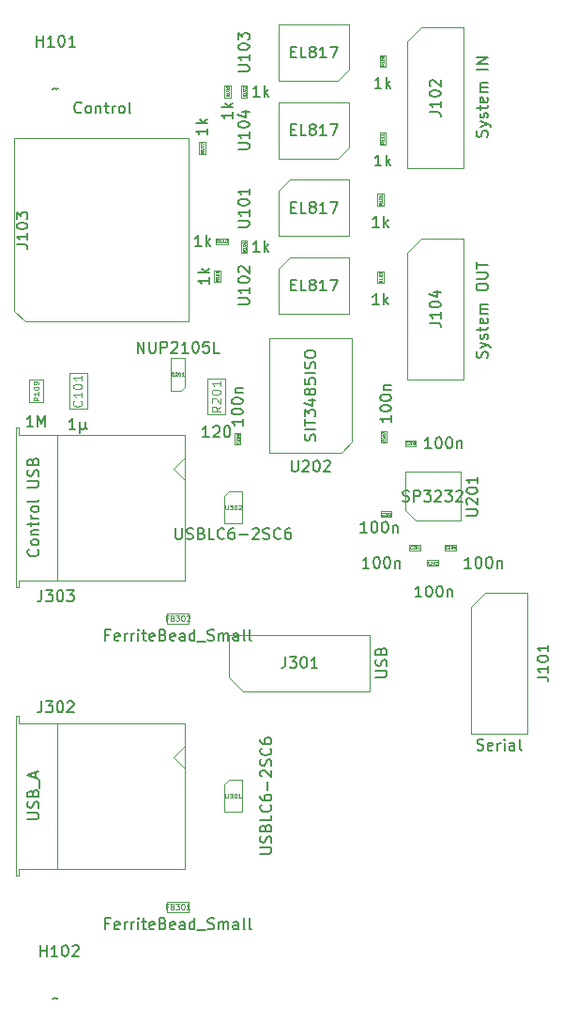
<source format=gbr>
%TF.GenerationSoftware,KiCad,Pcbnew,7.0.9-7.0.9~ubuntu23.04.1*%
%TF.CreationDate,2024-01-20T22:40:50+00:00*%
%TF.ProjectId,nascontrol-remote,6e617363-6f6e-4747-926f-6c2d72656d6f,rev?*%
%TF.SameCoordinates,Original*%
%TF.FileFunction,AssemblyDrawing,Top*%
%FSLAX46Y46*%
G04 Gerber Fmt 4.6, Leading zero omitted, Abs format (unit mm)*
G04 Created by KiCad (PCBNEW 7.0.9-7.0.9~ubuntu23.04.1) date 2024-01-20 22:40:50*
%MOMM*%
%LPD*%
G01*
G04 APERTURE LIST*
%ADD10C,0.150000*%
%ADD11C,0.040000*%
%ADD12C,0.080000*%
%ADD13C,0.060000*%
%ADD14C,0.120000*%
%ADD15C,0.050000*%
%ADD16C,0.100000*%
G04 APERTURE END LIST*
D10*
X103738095Y-150273866D02*
X103785714Y-150226247D01*
X103785714Y-150226247D02*
X103880952Y-150178628D01*
X103880952Y-150178628D02*
X104071428Y-150273866D01*
X104071428Y-150273866D02*
X104166666Y-150226247D01*
X104166666Y-150226247D02*
X104214285Y-150178628D01*
X102585714Y-146454819D02*
X102585714Y-145454819D01*
X102585714Y-145931009D02*
X103157142Y-145931009D01*
X103157142Y-146454819D02*
X103157142Y-145454819D01*
X104157142Y-146454819D02*
X103585714Y-146454819D01*
X103871428Y-146454819D02*
X103871428Y-145454819D01*
X103871428Y-145454819D02*
X103776190Y-145597676D01*
X103776190Y-145597676D02*
X103680952Y-145692914D01*
X103680952Y-145692914D02*
X103585714Y-145740533D01*
X104776190Y-145454819D02*
X104871428Y-145454819D01*
X104871428Y-145454819D02*
X104966666Y-145502438D01*
X104966666Y-145502438D02*
X105014285Y-145550057D01*
X105014285Y-145550057D02*
X105061904Y-145645295D01*
X105061904Y-145645295D02*
X105109523Y-145835771D01*
X105109523Y-145835771D02*
X105109523Y-146073866D01*
X105109523Y-146073866D02*
X105061904Y-146264342D01*
X105061904Y-146264342D02*
X105014285Y-146359580D01*
X105014285Y-146359580D02*
X104966666Y-146407200D01*
X104966666Y-146407200D02*
X104871428Y-146454819D01*
X104871428Y-146454819D02*
X104776190Y-146454819D01*
X104776190Y-146454819D02*
X104680952Y-146407200D01*
X104680952Y-146407200D02*
X104633333Y-146359580D01*
X104633333Y-146359580D02*
X104585714Y-146264342D01*
X104585714Y-146264342D02*
X104538095Y-146073866D01*
X104538095Y-146073866D02*
X104538095Y-145835771D01*
X104538095Y-145835771D02*
X104585714Y-145645295D01*
X104585714Y-145645295D02*
X104633333Y-145550057D01*
X104633333Y-145550057D02*
X104680952Y-145502438D01*
X104680952Y-145502438D02*
X104776190Y-145454819D01*
X105490476Y-145550057D02*
X105538095Y-145502438D01*
X105538095Y-145502438D02*
X105633333Y-145454819D01*
X105633333Y-145454819D02*
X105871428Y-145454819D01*
X105871428Y-145454819D02*
X105966666Y-145502438D01*
X105966666Y-145502438D02*
X106014285Y-145550057D01*
X106014285Y-145550057D02*
X106061904Y-145645295D01*
X106061904Y-145645295D02*
X106061904Y-145740533D01*
X106061904Y-145740533D02*
X106014285Y-145883390D01*
X106014285Y-145883390D02*
X105442857Y-146454819D01*
X105442857Y-146454819D02*
X106061904Y-146454819D01*
X137010952Y-114054819D02*
X136439524Y-114054819D01*
X136725238Y-114054819D02*
X136725238Y-113054819D01*
X136725238Y-113054819D02*
X136630000Y-113197676D01*
X136630000Y-113197676D02*
X136534762Y-113292914D01*
X136534762Y-113292914D02*
X136439524Y-113340533D01*
X137630000Y-113054819D02*
X137725238Y-113054819D01*
X137725238Y-113054819D02*
X137820476Y-113102438D01*
X137820476Y-113102438D02*
X137868095Y-113150057D01*
X137868095Y-113150057D02*
X137915714Y-113245295D01*
X137915714Y-113245295D02*
X137963333Y-113435771D01*
X137963333Y-113435771D02*
X137963333Y-113673866D01*
X137963333Y-113673866D02*
X137915714Y-113864342D01*
X137915714Y-113864342D02*
X137868095Y-113959580D01*
X137868095Y-113959580D02*
X137820476Y-114007200D01*
X137820476Y-114007200D02*
X137725238Y-114054819D01*
X137725238Y-114054819D02*
X137630000Y-114054819D01*
X137630000Y-114054819D02*
X137534762Y-114007200D01*
X137534762Y-114007200D02*
X137487143Y-113959580D01*
X137487143Y-113959580D02*
X137439524Y-113864342D01*
X137439524Y-113864342D02*
X137391905Y-113673866D01*
X137391905Y-113673866D02*
X137391905Y-113435771D01*
X137391905Y-113435771D02*
X137439524Y-113245295D01*
X137439524Y-113245295D02*
X137487143Y-113150057D01*
X137487143Y-113150057D02*
X137534762Y-113102438D01*
X137534762Y-113102438D02*
X137630000Y-113054819D01*
X138582381Y-113054819D02*
X138677619Y-113054819D01*
X138677619Y-113054819D02*
X138772857Y-113102438D01*
X138772857Y-113102438D02*
X138820476Y-113150057D01*
X138820476Y-113150057D02*
X138868095Y-113245295D01*
X138868095Y-113245295D02*
X138915714Y-113435771D01*
X138915714Y-113435771D02*
X138915714Y-113673866D01*
X138915714Y-113673866D02*
X138868095Y-113864342D01*
X138868095Y-113864342D02*
X138820476Y-113959580D01*
X138820476Y-113959580D02*
X138772857Y-114007200D01*
X138772857Y-114007200D02*
X138677619Y-114054819D01*
X138677619Y-114054819D02*
X138582381Y-114054819D01*
X138582381Y-114054819D02*
X138487143Y-114007200D01*
X138487143Y-114007200D02*
X138439524Y-113959580D01*
X138439524Y-113959580D02*
X138391905Y-113864342D01*
X138391905Y-113864342D02*
X138344286Y-113673866D01*
X138344286Y-113673866D02*
X138344286Y-113435771D01*
X138344286Y-113435771D02*
X138391905Y-113245295D01*
X138391905Y-113245295D02*
X138439524Y-113150057D01*
X138439524Y-113150057D02*
X138487143Y-113102438D01*
X138487143Y-113102438D02*
X138582381Y-113054819D01*
X139344286Y-113388152D02*
X139344286Y-114054819D01*
X139344286Y-113483390D02*
X139391905Y-113435771D01*
X139391905Y-113435771D02*
X139487143Y-113388152D01*
X139487143Y-113388152D02*
X139630000Y-113388152D01*
X139630000Y-113388152D02*
X139725238Y-113435771D01*
X139725238Y-113435771D02*
X139772857Y-113531009D01*
X139772857Y-113531009D02*
X139772857Y-114054819D01*
D11*
X137700238Y-111089765D02*
X137688334Y-111101670D01*
X137688334Y-111101670D02*
X137652619Y-111113574D01*
X137652619Y-111113574D02*
X137628810Y-111113574D01*
X137628810Y-111113574D02*
X137593096Y-111101670D01*
X137593096Y-111101670D02*
X137569286Y-111077860D01*
X137569286Y-111077860D02*
X137557381Y-111054050D01*
X137557381Y-111054050D02*
X137545477Y-111006431D01*
X137545477Y-111006431D02*
X137545477Y-110970717D01*
X137545477Y-110970717D02*
X137557381Y-110923098D01*
X137557381Y-110923098D02*
X137569286Y-110899289D01*
X137569286Y-110899289D02*
X137593096Y-110875479D01*
X137593096Y-110875479D02*
X137628810Y-110863574D01*
X137628810Y-110863574D02*
X137652619Y-110863574D01*
X137652619Y-110863574D02*
X137688334Y-110875479D01*
X137688334Y-110875479D02*
X137700238Y-110887384D01*
X137795477Y-110887384D02*
X137807381Y-110875479D01*
X137807381Y-110875479D02*
X137831191Y-110863574D01*
X137831191Y-110863574D02*
X137890715Y-110863574D01*
X137890715Y-110863574D02*
X137914524Y-110875479D01*
X137914524Y-110875479D02*
X137926429Y-110887384D01*
X137926429Y-110887384D02*
X137938334Y-110911193D01*
X137938334Y-110911193D02*
X137938334Y-110935003D01*
X137938334Y-110935003D02*
X137926429Y-110970717D01*
X137926429Y-110970717D02*
X137783572Y-111113574D01*
X137783572Y-111113574D02*
X137938334Y-111113574D01*
X138093095Y-110863574D02*
X138116905Y-110863574D01*
X138116905Y-110863574D02*
X138140714Y-110875479D01*
X138140714Y-110875479D02*
X138152619Y-110887384D01*
X138152619Y-110887384D02*
X138164524Y-110911193D01*
X138164524Y-110911193D02*
X138176429Y-110958812D01*
X138176429Y-110958812D02*
X138176429Y-111018336D01*
X138176429Y-111018336D02*
X138164524Y-111065955D01*
X138164524Y-111065955D02*
X138152619Y-111089765D01*
X138152619Y-111089765D02*
X138140714Y-111101670D01*
X138140714Y-111101670D02*
X138116905Y-111113574D01*
X138116905Y-111113574D02*
X138093095Y-111113574D01*
X138093095Y-111113574D02*
X138069286Y-111101670D01*
X138069286Y-111101670D02*
X138057381Y-111089765D01*
X138057381Y-111089765D02*
X138045476Y-111065955D01*
X138045476Y-111065955D02*
X138033572Y-111018336D01*
X138033572Y-111018336D02*
X138033572Y-110958812D01*
X138033572Y-110958812D02*
X138045476Y-110911193D01*
X138045476Y-110911193D02*
X138057381Y-110887384D01*
X138057381Y-110887384D02*
X138069286Y-110875479D01*
X138069286Y-110875479D02*
X138093095Y-110863574D01*
X138271667Y-110887384D02*
X138283571Y-110875479D01*
X138283571Y-110875479D02*
X138307381Y-110863574D01*
X138307381Y-110863574D02*
X138366905Y-110863574D01*
X138366905Y-110863574D02*
X138390714Y-110875479D01*
X138390714Y-110875479D02*
X138402619Y-110887384D01*
X138402619Y-110887384D02*
X138414524Y-110911193D01*
X138414524Y-110911193D02*
X138414524Y-110935003D01*
X138414524Y-110935003D02*
X138402619Y-110970717D01*
X138402619Y-110970717D02*
X138259762Y-111113574D01*
X138259762Y-111113574D02*
X138414524Y-111113574D01*
D10*
X108809522Y-117481009D02*
X108476189Y-117481009D01*
X108476189Y-118004819D02*
X108476189Y-117004819D01*
X108476189Y-117004819D02*
X108952379Y-117004819D01*
X109714284Y-117957200D02*
X109619046Y-118004819D01*
X109619046Y-118004819D02*
X109428570Y-118004819D01*
X109428570Y-118004819D02*
X109333332Y-117957200D01*
X109333332Y-117957200D02*
X109285713Y-117861961D01*
X109285713Y-117861961D02*
X109285713Y-117481009D01*
X109285713Y-117481009D02*
X109333332Y-117385771D01*
X109333332Y-117385771D02*
X109428570Y-117338152D01*
X109428570Y-117338152D02*
X109619046Y-117338152D01*
X109619046Y-117338152D02*
X109714284Y-117385771D01*
X109714284Y-117385771D02*
X109761903Y-117481009D01*
X109761903Y-117481009D02*
X109761903Y-117576247D01*
X109761903Y-117576247D02*
X109285713Y-117671485D01*
X110190475Y-118004819D02*
X110190475Y-117338152D01*
X110190475Y-117528628D02*
X110238094Y-117433390D01*
X110238094Y-117433390D02*
X110285713Y-117385771D01*
X110285713Y-117385771D02*
X110380951Y-117338152D01*
X110380951Y-117338152D02*
X110476189Y-117338152D01*
X110809523Y-118004819D02*
X110809523Y-117338152D01*
X110809523Y-117528628D02*
X110857142Y-117433390D01*
X110857142Y-117433390D02*
X110904761Y-117385771D01*
X110904761Y-117385771D02*
X110999999Y-117338152D01*
X110999999Y-117338152D02*
X111095237Y-117338152D01*
X111428571Y-118004819D02*
X111428571Y-117338152D01*
X111428571Y-117004819D02*
X111380952Y-117052438D01*
X111380952Y-117052438D02*
X111428571Y-117100057D01*
X111428571Y-117100057D02*
X111476190Y-117052438D01*
X111476190Y-117052438D02*
X111428571Y-117004819D01*
X111428571Y-117004819D02*
X111428571Y-117100057D01*
X111761904Y-117338152D02*
X112142856Y-117338152D01*
X111904761Y-117004819D02*
X111904761Y-117861961D01*
X111904761Y-117861961D02*
X111952380Y-117957200D01*
X111952380Y-117957200D02*
X112047618Y-118004819D01*
X112047618Y-118004819D02*
X112142856Y-118004819D01*
X112857142Y-117957200D02*
X112761904Y-118004819D01*
X112761904Y-118004819D02*
X112571428Y-118004819D01*
X112571428Y-118004819D02*
X112476190Y-117957200D01*
X112476190Y-117957200D02*
X112428571Y-117861961D01*
X112428571Y-117861961D02*
X112428571Y-117481009D01*
X112428571Y-117481009D02*
X112476190Y-117385771D01*
X112476190Y-117385771D02*
X112571428Y-117338152D01*
X112571428Y-117338152D02*
X112761904Y-117338152D01*
X112761904Y-117338152D02*
X112857142Y-117385771D01*
X112857142Y-117385771D02*
X112904761Y-117481009D01*
X112904761Y-117481009D02*
X112904761Y-117576247D01*
X112904761Y-117576247D02*
X112428571Y-117671485D01*
X113666666Y-117481009D02*
X113809523Y-117528628D01*
X113809523Y-117528628D02*
X113857142Y-117576247D01*
X113857142Y-117576247D02*
X113904761Y-117671485D01*
X113904761Y-117671485D02*
X113904761Y-117814342D01*
X113904761Y-117814342D02*
X113857142Y-117909580D01*
X113857142Y-117909580D02*
X113809523Y-117957200D01*
X113809523Y-117957200D02*
X113714285Y-118004819D01*
X113714285Y-118004819D02*
X113333333Y-118004819D01*
X113333333Y-118004819D02*
X113333333Y-117004819D01*
X113333333Y-117004819D02*
X113666666Y-117004819D01*
X113666666Y-117004819D02*
X113761904Y-117052438D01*
X113761904Y-117052438D02*
X113809523Y-117100057D01*
X113809523Y-117100057D02*
X113857142Y-117195295D01*
X113857142Y-117195295D02*
X113857142Y-117290533D01*
X113857142Y-117290533D02*
X113809523Y-117385771D01*
X113809523Y-117385771D02*
X113761904Y-117433390D01*
X113761904Y-117433390D02*
X113666666Y-117481009D01*
X113666666Y-117481009D02*
X113333333Y-117481009D01*
X114714285Y-117957200D02*
X114619047Y-118004819D01*
X114619047Y-118004819D02*
X114428571Y-118004819D01*
X114428571Y-118004819D02*
X114333333Y-117957200D01*
X114333333Y-117957200D02*
X114285714Y-117861961D01*
X114285714Y-117861961D02*
X114285714Y-117481009D01*
X114285714Y-117481009D02*
X114333333Y-117385771D01*
X114333333Y-117385771D02*
X114428571Y-117338152D01*
X114428571Y-117338152D02*
X114619047Y-117338152D01*
X114619047Y-117338152D02*
X114714285Y-117385771D01*
X114714285Y-117385771D02*
X114761904Y-117481009D01*
X114761904Y-117481009D02*
X114761904Y-117576247D01*
X114761904Y-117576247D02*
X114285714Y-117671485D01*
X115619047Y-118004819D02*
X115619047Y-117481009D01*
X115619047Y-117481009D02*
X115571428Y-117385771D01*
X115571428Y-117385771D02*
X115476190Y-117338152D01*
X115476190Y-117338152D02*
X115285714Y-117338152D01*
X115285714Y-117338152D02*
X115190476Y-117385771D01*
X115619047Y-117957200D02*
X115523809Y-118004819D01*
X115523809Y-118004819D02*
X115285714Y-118004819D01*
X115285714Y-118004819D02*
X115190476Y-117957200D01*
X115190476Y-117957200D02*
X115142857Y-117861961D01*
X115142857Y-117861961D02*
X115142857Y-117766723D01*
X115142857Y-117766723D02*
X115190476Y-117671485D01*
X115190476Y-117671485D02*
X115285714Y-117623866D01*
X115285714Y-117623866D02*
X115523809Y-117623866D01*
X115523809Y-117623866D02*
X115619047Y-117576247D01*
X116523809Y-118004819D02*
X116523809Y-117004819D01*
X116523809Y-117957200D02*
X116428571Y-118004819D01*
X116428571Y-118004819D02*
X116238095Y-118004819D01*
X116238095Y-118004819D02*
X116142857Y-117957200D01*
X116142857Y-117957200D02*
X116095238Y-117909580D01*
X116095238Y-117909580D02*
X116047619Y-117814342D01*
X116047619Y-117814342D02*
X116047619Y-117528628D01*
X116047619Y-117528628D02*
X116095238Y-117433390D01*
X116095238Y-117433390D02*
X116142857Y-117385771D01*
X116142857Y-117385771D02*
X116238095Y-117338152D01*
X116238095Y-117338152D02*
X116428571Y-117338152D01*
X116428571Y-117338152D02*
X116523809Y-117385771D01*
X116761905Y-118100057D02*
X117523809Y-118100057D01*
X117714286Y-117957200D02*
X117857143Y-118004819D01*
X117857143Y-118004819D02*
X118095238Y-118004819D01*
X118095238Y-118004819D02*
X118190476Y-117957200D01*
X118190476Y-117957200D02*
X118238095Y-117909580D01*
X118238095Y-117909580D02*
X118285714Y-117814342D01*
X118285714Y-117814342D02*
X118285714Y-117719104D01*
X118285714Y-117719104D02*
X118238095Y-117623866D01*
X118238095Y-117623866D02*
X118190476Y-117576247D01*
X118190476Y-117576247D02*
X118095238Y-117528628D01*
X118095238Y-117528628D02*
X117904762Y-117481009D01*
X117904762Y-117481009D02*
X117809524Y-117433390D01*
X117809524Y-117433390D02*
X117761905Y-117385771D01*
X117761905Y-117385771D02*
X117714286Y-117290533D01*
X117714286Y-117290533D02*
X117714286Y-117195295D01*
X117714286Y-117195295D02*
X117761905Y-117100057D01*
X117761905Y-117100057D02*
X117809524Y-117052438D01*
X117809524Y-117052438D02*
X117904762Y-117004819D01*
X117904762Y-117004819D02*
X118142857Y-117004819D01*
X118142857Y-117004819D02*
X118285714Y-117052438D01*
X118714286Y-118004819D02*
X118714286Y-117338152D01*
X118714286Y-117433390D02*
X118761905Y-117385771D01*
X118761905Y-117385771D02*
X118857143Y-117338152D01*
X118857143Y-117338152D02*
X119000000Y-117338152D01*
X119000000Y-117338152D02*
X119095238Y-117385771D01*
X119095238Y-117385771D02*
X119142857Y-117481009D01*
X119142857Y-117481009D02*
X119142857Y-118004819D01*
X119142857Y-117481009D02*
X119190476Y-117385771D01*
X119190476Y-117385771D02*
X119285714Y-117338152D01*
X119285714Y-117338152D02*
X119428571Y-117338152D01*
X119428571Y-117338152D02*
X119523810Y-117385771D01*
X119523810Y-117385771D02*
X119571429Y-117481009D01*
X119571429Y-117481009D02*
X119571429Y-118004819D01*
X120476190Y-118004819D02*
X120476190Y-117481009D01*
X120476190Y-117481009D02*
X120428571Y-117385771D01*
X120428571Y-117385771D02*
X120333333Y-117338152D01*
X120333333Y-117338152D02*
X120142857Y-117338152D01*
X120142857Y-117338152D02*
X120047619Y-117385771D01*
X120476190Y-117957200D02*
X120380952Y-118004819D01*
X120380952Y-118004819D02*
X120142857Y-118004819D01*
X120142857Y-118004819D02*
X120047619Y-117957200D01*
X120047619Y-117957200D02*
X120000000Y-117861961D01*
X120000000Y-117861961D02*
X120000000Y-117766723D01*
X120000000Y-117766723D02*
X120047619Y-117671485D01*
X120047619Y-117671485D02*
X120142857Y-117623866D01*
X120142857Y-117623866D02*
X120380952Y-117623866D01*
X120380952Y-117623866D02*
X120476190Y-117576247D01*
X121095238Y-118004819D02*
X121000000Y-117957200D01*
X121000000Y-117957200D02*
X120952381Y-117861961D01*
X120952381Y-117861961D02*
X120952381Y-117004819D01*
X121619048Y-118004819D02*
X121523810Y-117957200D01*
X121523810Y-117957200D02*
X121476191Y-117861961D01*
X121476191Y-117861961D02*
X121476191Y-117004819D01*
D12*
X114107144Y-115965244D02*
X113940477Y-115965244D01*
X113940477Y-116227149D02*
X113940477Y-115727149D01*
X113940477Y-115727149D02*
X114178572Y-115727149D01*
X114535715Y-115965244D02*
X114607143Y-115989054D01*
X114607143Y-115989054D02*
X114630953Y-116012863D01*
X114630953Y-116012863D02*
X114654762Y-116060482D01*
X114654762Y-116060482D02*
X114654762Y-116131911D01*
X114654762Y-116131911D02*
X114630953Y-116179530D01*
X114630953Y-116179530D02*
X114607143Y-116203340D01*
X114607143Y-116203340D02*
X114559524Y-116227149D01*
X114559524Y-116227149D02*
X114369048Y-116227149D01*
X114369048Y-116227149D02*
X114369048Y-115727149D01*
X114369048Y-115727149D02*
X114535715Y-115727149D01*
X114535715Y-115727149D02*
X114583334Y-115750959D01*
X114583334Y-115750959D02*
X114607143Y-115774768D01*
X114607143Y-115774768D02*
X114630953Y-115822387D01*
X114630953Y-115822387D02*
X114630953Y-115870006D01*
X114630953Y-115870006D02*
X114607143Y-115917625D01*
X114607143Y-115917625D02*
X114583334Y-115941435D01*
X114583334Y-115941435D02*
X114535715Y-115965244D01*
X114535715Y-115965244D02*
X114369048Y-115965244D01*
X114821429Y-115727149D02*
X115130953Y-115727149D01*
X115130953Y-115727149D02*
X114964286Y-115917625D01*
X114964286Y-115917625D02*
X115035715Y-115917625D01*
X115035715Y-115917625D02*
X115083334Y-115941435D01*
X115083334Y-115941435D02*
X115107143Y-115965244D01*
X115107143Y-115965244D02*
X115130953Y-116012863D01*
X115130953Y-116012863D02*
X115130953Y-116131911D01*
X115130953Y-116131911D02*
X115107143Y-116179530D01*
X115107143Y-116179530D02*
X115083334Y-116203340D01*
X115083334Y-116203340D02*
X115035715Y-116227149D01*
X115035715Y-116227149D02*
X114892858Y-116227149D01*
X114892858Y-116227149D02*
X114845239Y-116203340D01*
X114845239Y-116203340D02*
X114821429Y-116179530D01*
X115440476Y-115727149D02*
X115488095Y-115727149D01*
X115488095Y-115727149D02*
X115535714Y-115750959D01*
X115535714Y-115750959D02*
X115559524Y-115774768D01*
X115559524Y-115774768D02*
X115583333Y-115822387D01*
X115583333Y-115822387D02*
X115607143Y-115917625D01*
X115607143Y-115917625D02*
X115607143Y-116036673D01*
X115607143Y-116036673D02*
X115583333Y-116131911D01*
X115583333Y-116131911D02*
X115559524Y-116179530D01*
X115559524Y-116179530D02*
X115535714Y-116203340D01*
X115535714Y-116203340D02*
X115488095Y-116227149D01*
X115488095Y-116227149D02*
X115440476Y-116227149D01*
X115440476Y-116227149D02*
X115392857Y-116203340D01*
X115392857Y-116203340D02*
X115369048Y-116179530D01*
X115369048Y-116179530D02*
X115345238Y-116131911D01*
X115345238Y-116131911D02*
X115321429Y-116036673D01*
X115321429Y-116036673D02*
X115321429Y-115917625D01*
X115321429Y-115917625D02*
X115345238Y-115822387D01*
X115345238Y-115822387D02*
X115369048Y-115774768D01*
X115369048Y-115774768D02*
X115392857Y-115750959D01*
X115392857Y-115750959D02*
X115440476Y-115727149D01*
X115797619Y-115774768D02*
X115821428Y-115750959D01*
X115821428Y-115750959D02*
X115869047Y-115727149D01*
X115869047Y-115727149D02*
X115988095Y-115727149D01*
X115988095Y-115727149D02*
X116035714Y-115750959D01*
X116035714Y-115750959D02*
X116059523Y-115774768D01*
X116059523Y-115774768D02*
X116083333Y-115822387D01*
X116083333Y-115822387D02*
X116083333Y-115870006D01*
X116083333Y-115870006D02*
X116059523Y-115941435D01*
X116059523Y-115941435D02*
X115773809Y-116227149D01*
X115773809Y-116227149D02*
X116083333Y-116227149D01*
D10*
X101454819Y-134071428D02*
X102264342Y-134071428D01*
X102264342Y-134071428D02*
X102359580Y-134023809D01*
X102359580Y-134023809D02*
X102407200Y-133976190D01*
X102407200Y-133976190D02*
X102454819Y-133880952D01*
X102454819Y-133880952D02*
X102454819Y-133690476D01*
X102454819Y-133690476D02*
X102407200Y-133595238D01*
X102407200Y-133595238D02*
X102359580Y-133547619D01*
X102359580Y-133547619D02*
X102264342Y-133500000D01*
X102264342Y-133500000D02*
X101454819Y-133500000D01*
X102407200Y-133071428D02*
X102454819Y-132928571D01*
X102454819Y-132928571D02*
X102454819Y-132690476D01*
X102454819Y-132690476D02*
X102407200Y-132595238D01*
X102407200Y-132595238D02*
X102359580Y-132547619D01*
X102359580Y-132547619D02*
X102264342Y-132500000D01*
X102264342Y-132500000D02*
X102169104Y-132500000D01*
X102169104Y-132500000D02*
X102073866Y-132547619D01*
X102073866Y-132547619D02*
X102026247Y-132595238D01*
X102026247Y-132595238D02*
X101978628Y-132690476D01*
X101978628Y-132690476D02*
X101931009Y-132880952D01*
X101931009Y-132880952D02*
X101883390Y-132976190D01*
X101883390Y-132976190D02*
X101835771Y-133023809D01*
X101835771Y-133023809D02*
X101740533Y-133071428D01*
X101740533Y-133071428D02*
X101645295Y-133071428D01*
X101645295Y-133071428D02*
X101550057Y-133023809D01*
X101550057Y-133023809D02*
X101502438Y-132976190D01*
X101502438Y-132976190D02*
X101454819Y-132880952D01*
X101454819Y-132880952D02*
X101454819Y-132642857D01*
X101454819Y-132642857D02*
X101502438Y-132500000D01*
X101931009Y-131738095D02*
X101978628Y-131595238D01*
X101978628Y-131595238D02*
X102026247Y-131547619D01*
X102026247Y-131547619D02*
X102121485Y-131500000D01*
X102121485Y-131500000D02*
X102264342Y-131500000D01*
X102264342Y-131500000D02*
X102359580Y-131547619D01*
X102359580Y-131547619D02*
X102407200Y-131595238D01*
X102407200Y-131595238D02*
X102454819Y-131690476D01*
X102454819Y-131690476D02*
X102454819Y-132071428D01*
X102454819Y-132071428D02*
X101454819Y-132071428D01*
X101454819Y-132071428D02*
X101454819Y-131738095D01*
X101454819Y-131738095D02*
X101502438Y-131642857D01*
X101502438Y-131642857D02*
X101550057Y-131595238D01*
X101550057Y-131595238D02*
X101645295Y-131547619D01*
X101645295Y-131547619D02*
X101740533Y-131547619D01*
X101740533Y-131547619D02*
X101835771Y-131595238D01*
X101835771Y-131595238D02*
X101883390Y-131642857D01*
X101883390Y-131642857D02*
X101931009Y-131738095D01*
X101931009Y-131738095D02*
X101931009Y-132071428D01*
X102550057Y-131309524D02*
X102550057Y-130547619D01*
X102169104Y-130357142D02*
X102169104Y-129880952D01*
X102454819Y-130452380D02*
X101454819Y-130119047D01*
X101454819Y-130119047D02*
X102454819Y-129785714D01*
X102714285Y-123454819D02*
X102714285Y-124169104D01*
X102714285Y-124169104D02*
X102666666Y-124311961D01*
X102666666Y-124311961D02*
X102571428Y-124407200D01*
X102571428Y-124407200D02*
X102428571Y-124454819D01*
X102428571Y-124454819D02*
X102333333Y-124454819D01*
X103095238Y-123454819D02*
X103714285Y-123454819D01*
X103714285Y-123454819D02*
X103380952Y-123835771D01*
X103380952Y-123835771D02*
X103523809Y-123835771D01*
X103523809Y-123835771D02*
X103619047Y-123883390D01*
X103619047Y-123883390D02*
X103666666Y-123931009D01*
X103666666Y-123931009D02*
X103714285Y-124026247D01*
X103714285Y-124026247D02*
X103714285Y-124264342D01*
X103714285Y-124264342D02*
X103666666Y-124359580D01*
X103666666Y-124359580D02*
X103619047Y-124407200D01*
X103619047Y-124407200D02*
X103523809Y-124454819D01*
X103523809Y-124454819D02*
X103238095Y-124454819D01*
X103238095Y-124454819D02*
X103142857Y-124407200D01*
X103142857Y-124407200D02*
X103095238Y-124359580D01*
X104333333Y-123454819D02*
X104428571Y-123454819D01*
X104428571Y-123454819D02*
X104523809Y-123502438D01*
X104523809Y-123502438D02*
X104571428Y-123550057D01*
X104571428Y-123550057D02*
X104619047Y-123645295D01*
X104619047Y-123645295D02*
X104666666Y-123835771D01*
X104666666Y-123835771D02*
X104666666Y-124073866D01*
X104666666Y-124073866D02*
X104619047Y-124264342D01*
X104619047Y-124264342D02*
X104571428Y-124359580D01*
X104571428Y-124359580D02*
X104523809Y-124407200D01*
X104523809Y-124407200D02*
X104428571Y-124454819D01*
X104428571Y-124454819D02*
X104333333Y-124454819D01*
X104333333Y-124454819D02*
X104238095Y-124407200D01*
X104238095Y-124407200D02*
X104190476Y-124359580D01*
X104190476Y-124359580D02*
X104142857Y-124264342D01*
X104142857Y-124264342D02*
X104095238Y-124073866D01*
X104095238Y-124073866D02*
X104095238Y-123835771D01*
X104095238Y-123835771D02*
X104142857Y-123645295D01*
X104142857Y-123645295D02*
X104190476Y-123550057D01*
X104190476Y-123550057D02*
X104238095Y-123502438D01*
X104238095Y-123502438D02*
X104333333Y-123454819D01*
X105047619Y-123550057D02*
X105095238Y-123502438D01*
X105095238Y-123502438D02*
X105190476Y-123454819D01*
X105190476Y-123454819D02*
X105428571Y-123454819D01*
X105428571Y-123454819D02*
X105523809Y-123502438D01*
X105523809Y-123502438D02*
X105571428Y-123550057D01*
X105571428Y-123550057D02*
X105619047Y-123645295D01*
X105619047Y-123645295D02*
X105619047Y-123740533D01*
X105619047Y-123740533D02*
X105571428Y-123883390D01*
X105571428Y-123883390D02*
X105000000Y-124454819D01*
X105000000Y-124454819D02*
X105619047Y-124454819D01*
X122454819Y-137190475D02*
X123264342Y-137190475D01*
X123264342Y-137190475D02*
X123359580Y-137142856D01*
X123359580Y-137142856D02*
X123407200Y-137095237D01*
X123407200Y-137095237D02*
X123454819Y-136999999D01*
X123454819Y-136999999D02*
X123454819Y-136809523D01*
X123454819Y-136809523D02*
X123407200Y-136714285D01*
X123407200Y-136714285D02*
X123359580Y-136666666D01*
X123359580Y-136666666D02*
X123264342Y-136619047D01*
X123264342Y-136619047D02*
X122454819Y-136619047D01*
X123407200Y-136190475D02*
X123454819Y-136047618D01*
X123454819Y-136047618D02*
X123454819Y-135809523D01*
X123454819Y-135809523D02*
X123407200Y-135714285D01*
X123407200Y-135714285D02*
X123359580Y-135666666D01*
X123359580Y-135666666D02*
X123264342Y-135619047D01*
X123264342Y-135619047D02*
X123169104Y-135619047D01*
X123169104Y-135619047D02*
X123073866Y-135666666D01*
X123073866Y-135666666D02*
X123026247Y-135714285D01*
X123026247Y-135714285D02*
X122978628Y-135809523D01*
X122978628Y-135809523D02*
X122931009Y-135999999D01*
X122931009Y-135999999D02*
X122883390Y-136095237D01*
X122883390Y-136095237D02*
X122835771Y-136142856D01*
X122835771Y-136142856D02*
X122740533Y-136190475D01*
X122740533Y-136190475D02*
X122645295Y-136190475D01*
X122645295Y-136190475D02*
X122550057Y-136142856D01*
X122550057Y-136142856D02*
X122502438Y-136095237D01*
X122502438Y-136095237D02*
X122454819Y-135999999D01*
X122454819Y-135999999D02*
X122454819Y-135761904D01*
X122454819Y-135761904D02*
X122502438Y-135619047D01*
X122931009Y-134857142D02*
X122978628Y-134714285D01*
X122978628Y-134714285D02*
X123026247Y-134666666D01*
X123026247Y-134666666D02*
X123121485Y-134619047D01*
X123121485Y-134619047D02*
X123264342Y-134619047D01*
X123264342Y-134619047D02*
X123359580Y-134666666D01*
X123359580Y-134666666D02*
X123407200Y-134714285D01*
X123407200Y-134714285D02*
X123454819Y-134809523D01*
X123454819Y-134809523D02*
X123454819Y-135190475D01*
X123454819Y-135190475D02*
X122454819Y-135190475D01*
X122454819Y-135190475D02*
X122454819Y-134857142D01*
X122454819Y-134857142D02*
X122502438Y-134761904D01*
X122502438Y-134761904D02*
X122550057Y-134714285D01*
X122550057Y-134714285D02*
X122645295Y-134666666D01*
X122645295Y-134666666D02*
X122740533Y-134666666D01*
X122740533Y-134666666D02*
X122835771Y-134714285D01*
X122835771Y-134714285D02*
X122883390Y-134761904D01*
X122883390Y-134761904D02*
X122931009Y-134857142D01*
X122931009Y-134857142D02*
X122931009Y-135190475D01*
X123454819Y-133714285D02*
X123454819Y-134190475D01*
X123454819Y-134190475D02*
X122454819Y-134190475D01*
X123359580Y-132809523D02*
X123407200Y-132857142D01*
X123407200Y-132857142D02*
X123454819Y-132999999D01*
X123454819Y-132999999D02*
X123454819Y-133095237D01*
X123454819Y-133095237D02*
X123407200Y-133238094D01*
X123407200Y-133238094D02*
X123311961Y-133333332D01*
X123311961Y-133333332D02*
X123216723Y-133380951D01*
X123216723Y-133380951D02*
X123026247Y-133428570D01*
X123026247Y-133428570D02*
X122883390Y-133428570D01*
X122883390Y-133428570D02*
X122692914Y-133380951D01*
X122692914Y-133380951D02*
X122597676Y-133333332D01*
X122597676Y-133333332D02*
X122502438Y-133238094D01*
X122502438Y-133238094D02*
X122454819Y-133095237D01*
X122454819Y-133095237D02*
X122454819Y-132999999D01*
X122454819Y-132999999D02*
X122502438Y-132857142D01*
X122502438Y-132857142D02*
X122550057Y-132809523D01*
X122454819Y-131952380D02*
X122454819Y-132142856D01*
X122454819Y-132142856D02*
X122502438Y-132238094D01*
X122502438Y-132238094D02*
X122550057Y-132285713D01*
X122550057Y-132285713D02*
X122692914Y-132380951D01*
X122692914Y-132380951D02*
X122883390Y-132428570D01*
X122883390Y-132428570D02*
X123264342Y-132428570D01*
X123264342Y-132428570D02*
X123359580Y-132380951D01*
X123359580Y-132380951D02*
X123407200Y-132333332D01*
X123407200Y-132333332D02*
X123454819Y-132238094D01*
X123454819Y-132238094D02*
X123454819Y-132047618D01*
X123454819Y-132047618D02*
X123407200Y-131952380D01*
X123407200Y-131952380D02*
X123359580Y-131904761D01*
X123359580Y-131904761D02*
X123264342Y-131857142D01*
X123264342Y-131857142D02*
X123026247Y-131857142D01*
X123026247Y-131857142D02*
X122931009Y-131904761D01*
X122931009Y-131904761D02*
X122883390Y-131952380D01*
X122883390Y-131952380D02*
X122835771Y-132047618D01*
X122835771Y-132047618D02*
X122835771Y-132238094D01*
X122835771Y-132238094D02*
X122883390Y-132333332D01*
X122883390Y-132333332D02*
X122931009Y-132380951D01*
X122931009Y-132380951D02*
X123026247Y-132428570D01*
X123073866Y-131428570D02*
X123073866Y-130666666D01*
X122550057Y-130238094D02*
X122502438Y-130190475D01*
X122502438Y-130190475D02*
X122454819Y-130095237D01*
X122454819Y-130095237D02*
X122454819Y-129857142D01*
X122454819Y-129857142D02*
X122502438Y-129761904D01*
X122502438Y-129761904D02*
X122550057Y-129714285D01*
X122550057Y-129714285D02*
X122645295Y-129666666D01*
X122645295Y-129666666D02*
X122740533Y-129666666D01*
X122740533Y-129666666D02*
X122883390Y-129714285D01*
X122883390Y-129714285D02*
X123454819Y-130285713D01*
X123454819Y-130285713D02*
X123454819Y-129666666D01*
X123407200Y-129285713D02*
X123454819Y-129142856D01*
X123454819Y-129142856D02*
X123454819Y-128904761D01*
X123454819Y-128904761D02*
X123407200Y-128809523D01*
X123407200Y-128809523D02*
X123359580Y-128761904D01*
X123359580Y-128761904D02*
X123264342Y-128714285D01*
X123264342Y-128714285D02*
X123169104Y-128714285D01*
X123169104Y-128714285D02*
X123073866Y-128761904D01*
X123073866Y-128761904D02*
X123026247Y-128809523D01*
X123026247Y-128809523D02*
X122978628Y-128904761D01*
X122978628Y-128904761D02*
X122931009Y-129095237D01*
X122931009Y-129095237D02*
X122883390Y-129190475D01*
X122883390Y-129190475D02*
X122835771Y-129238094D01*
X122835771Y-129238094D02*
X122740533Y-129285713D01*
X122740533Y-129285713D02*
X122645295Y-129285713D01*
X122645295Y-129285713D02*
X122550057Y-129238094D01*
X122550057Y-129238094D02*
X122502438Y-129190475D01*
X122502438Y-129190475D02*
X122454819Y-129095237D01*
X122454819Y-129095237D02*
X122454819Y-128857142D01*
X122454819Y-128857142D02*
X122502438Y-128714285D01*
X123359580Y-127714285D02*
X123407200Y-127761904D01*
X123407200Y-127761904D02*
X123454819Y-127904761D01*
X123454819Y-127904761D02*
X123454819Y-127999999D01*
X123454819Y-127999999D02*
X123407200Y-128142856D01*
X123407200Y-128142856D02*
X123311961Y-128238094D01*
X123311961Y-128238094D02*
X123216723Y-128285713D01*
X123216723Y-128285713D02*
X123026247Y-128333332D01*
X123026247Y-128333332D02*
X122883390Y-128333332D01*
X122883390Y-128333332D02*
X122692914Y-128285713D01*
X122692914Y-128285713D02*
X122597676Y-128238094D01*
X122597676Y-128238094D02*
X122502438Y-128142856D01*
X122502438Y-128142856D02*
X122454819Y-127999999D01*
X122454819Y-127999999D02*
X122454819Y-127904761D01*
X122454819Y-127904761D02*
X122502438Y-127761904D01*
X122502438Y-127761904D02*
X122550057Y-127714285D01*
X122454819Y-126857142D02*
X122454819Y-127047618D01*
X122454819Y-127047618D02*
X122502438Y-127142856D01*
X122502438Y-127142856D02*
X122550057Y-127190475D01*
X122550057Y-127190475D02*
X122692914Y-127285713D01*
X122692914Y-127285713D02*
X122883390Y-127333332D01*
X122883390Y-127333332D02*
X123264342Y-127333332D01*
X123264342Y-127333332D02*
X123359580Y-127285713D01*
X123359580Y-127285713D02*
X123407200Y-127238094D01*
X123407200Y-127238094D02*
X123454819Y-127142856D01*
X123454819Y-127142856D02*
X123454819Y-126952380D01*
X123454819Y-126952380D02*
X123407200Y-126857142D01*
X123407200Y-126857142D02*
X123359580Y-126809523D01*
X123359580Y-126809523D02*
X123264342Y-126761904D01*
X123264342Y-126761904D02*
X123026247Y-126761904D01*
X123026247Y-126761904D02*
X122931009Y-126809523D01*
X122931009Y-126809523D02*
X122883390Y-126857142D01*
X122883390Y-126857142D02*
X122835771Y-126952380D01*
X122835771Y-126952380D02*
X122835771Y-127142856D01*
X122835771Y-127142856D02*
X122883390Y-127238094D01*
X122883390Y-127238094D02*
X122931009Y-127285713D01*
X122931009Y-127285713D02*
X123026247Y-127333332D01*
D13*
X119314286Y-131781927D02*
X119314286Y-132105737D01*
X119314286Y-132105737D02*
X119333333Y-132143832D01*
X119333333Y-132143832D02*
X119352381Y-132162880D01*
X119352381Y-132162880D02*
X119390476Y-132181927D01*
X119390476Y-132181927D02*
X119466667Y-132181927D01*
X119466667Y-132181927D02*
X119504762Y-132162880D01*
X119504762Y-132162880D02*
X119523809Y-132143832D01*
X119523809Y-132143832D02*
X119542857Y-132105737D01*
X119542857Y-132105737D02*
X119542857Y-131781927D01*
X119695238Y-131781927D02*
X119942857Y-131781927D01*
X119942857Y-131781927D02*
X119809524Y-131934308D01*
X119809524Y-131934308D02*
X119866667Y-131934308D01*
X119866667Y-131934308D02*
X119904762Y-131953356D01*
X119904762Y-131953356D02*
X119923810Y-131972403D01*
X119923810Y-131972403D02*
X119942857Y-132010499D01*
X119942857Y-132010499D02*
X119942857Y-132105737D01*
X119942857Y-132105737D02*
X119923810Y-132143832D01*
X119923810Y-132143832D02*
X119904762Y-132162880D01*
X119904762Y-132162880D02*
X119866667Y-132181927D01*
X119866667Y-132181927D02*
X119752381Y-132181927D01*
X119752381Y-132181927D02*
X119714286Y-132162880D01*
X119714286Y-132162880D02*
X119695238Y-132143832D01*
X120190476Y-131781927D02*
X120228571Y-131781927D01*
X120228571Y-131781927D02*
X120266667Y-131800975D01*
X120266667Y-131800975D02*
X120285714Y-131820022D01*
X120285714Y-131820022D02*
X120304762Y-131858118D01*
X120304762Y-131858118D02*
X120323809Y-131934308D01*
X120323809Y-131934308D02*
X120323809Y-132029546D01*
X120323809Y-132029546D02*
X120304762Y-132105737D01*
X120304762Y-132105737D02*
X120285714Y-132143832D01*
X120285714Y-132143832D02*
X120266667Y-132162880D01*
X120266667Y-132162880D02*
X120228571Y-132181927D01*
X120228571Y-132181927D02*
X120190476Y-132181927D01*
X120190476Y-132181927D02*
X120152381Y-132162880D01*
X120152381Y-132162880D02*
X120133333Y-132143832D01*
X120133333Y-132143832D02*
X120114286Y-132105737D01*
X120114286Y-132105737D02*
X120095238Y-132029546D01*
X120095238Y-132029546D02*
X120095238Y-131934308D01*
X120095238Y-131934308D02*
X120114286Y-131858118D01*
X120114286Y-131858118D02*
X120133333Y-131820022D01*
X120133333Y-131820022D02*
X120152381Y-131800975D01*
X120152381Y-131800975D02*
X120190476Y-131781927D01*
X120704761Y-132181927D02*
X120476190Y-132181927D01*
X120590476Y-132181927D02*
X120590476Y-131781927D01*
X120590476Y-131781927D02*
X120552380Y-131839070D01*
X120552380Y-131839070D02*
X120514285Y-131877165D01*
X120514285Y-131877165D02*
X120476190Y-131896213D01*
D10*
X132280952Y-111454819D02*
X131709524Y-111454819D01*
X131995238Y-111454819D02*
X131995238Y-110454819D01*
X131995238Y-110454819D02*
X131900000Y-110597676D01*
X131900000Y-110597676D02*
X131804762Y-110692914D01*
X131804762Y-110692914D02*
X131709524Y-110740533D01*
X132900000Y-110454819D02*
X132995238Y-110454819D01*
X132995238Y-110454819D02*
X133090476Y-110502438D01*
X133090476Y-110502438D02*
X133138095Y-110550057D01*
X133138095Y-110550057D02*
X133185714Y-110645295D01*
X133185714Y-110645295D02*
X133233333Y-110835771D01*
X133233333Y-110835771D02*
X133233333Y-111073866D01*
X133233333Y-111073866D02*
X133185714Y-111264342D01*
X133185714Y-111264342D02*
X133138095Y-111359580D01*
X133138095Y-111359580D02*
X133090476Y-111407200D01*
X133090476Y-111407200D02*
X132995238Y-111454819D01*
X132995238Y-111454819D02*
X132900000Y-111454819D01*
X132900000Y-111454819D02*
X132804762Y-111407200D01*
X132804762Y-111407200D02*
X132757143Y-111359580D01*
X132757143Y-111359580D02*
X132709524Y-111264342D01*
X132709524Y-111264342D02*
X132661905Y-111073866D01*
X132661905Y-111073866D02*
X132661905Y-110835771D01*
X132661905Y-110835771D02*
X132709524Y-110645295D01*
X132709524Y-110645295D02*
X132757143Y-110550057D01*
X132757143Y-110550057D02*
X132804762Y-110502438D01*
X132804762Y-110502438D02*
X132900000Y-110454819D01*
X133852381Y-110454819D02*
X133947619Y-110454819D01*
X133947619Y-110454819D02*
X134042857Y-110502438D01*
X134042857Y-110502438D02*
X134090476Y-110550057D01*
X134090476Y-110550057D02*
X134138095Y-110645295D01*
X134138095Y-110645295D02*
X134185714Y-110835771D01*
X134185714Y-110835771D02*
X134185714Y-111073866D01*
X134185714Y-111073866D02*
X134138095Y-111264342D01*
X134138095Y-111264342D02*
X134090476Y-111359580D01*
X134090476Y-111359580D02*
X134042857Y-111407200D01*
X134042857Y-111407200D02*
X133947619Y-111454819D01*
X133947619Y-111454819D02*
X133852381Y-111454819D01*
X133852381Y-111454819D02*
X133757143Y-111407200D01*
X133757143Y-111407200D02*
X133709524Y-111359580D01*
X133709524Y-111359580D02*
X133661905Y-111264342D01*
X133661905Y-111264342D02*
X133614286Y-111073866D01*
X133614286Y-111073866D02*
X133614286Y-110835771D01*
X133614286Y-110835771D02*
X133661905Y-110645295D01*
X133661905Y-110645295D02*
X133709524Y-110550057D01*
X133709524Y-110550057D02*
X133757143Y-110502438D01*
X133757143Y-110502438D02*
X133852381Y-110454819D01*
X134614286Y-110788152D02*
X134614286Y-111454819D01*
X134614286Y-110883390D02*
X134661905Y-110835771D01*
X134661905Y-110835771D02*
X134757143Y-110788152D01*
X134757143Y-110788152D02*
X134900000Y-110788152D01*
X134900000Y-110788152D02*
X134995238Y-110835771D01*
X134995238Y-110835771D02*
X135042857Y-110931009D01*
X135042857Y-110931009D02*
X135042857Y-111454819D01*
D11*
X136120238Y-109689765D02*
X136108334Y-109701670D01*
X136108334Y-109701670D02*
X136072619Y-109713574D01*
X136072619Y-109713574D02*
X136048810Y-109713574D01*
X136048810Y-109713574D02*
X136013096Y-109701670D01*
X136013096Y-109701670D02*
X135989286Y-109677860D01*
X135989286Y-109677860D02*
X135977381Y-109654050D01*
X135977381Y-109654050D02*
X135965477Y-109606431D01*
X135965477Y-109606431D02*
X135965477Y-109570717D01*
X135965477Y-109570717D02*
X135977381Y-109523098D01*
X135977381Y-109523098D02*
X135989286Y-109499289D01*
X135989286Y-109499289D02*
X136013096Y-109475479D01*
X136013096Y-109475479D02*
X136048810Y-109463574D01*
X136048810Y-109463574D02*
X136072619Y-109463574D01*
X136072619Y-109463574D02*
X136108334Y-109475479D01*
X136108334Y-109475479D02*
X136120238Y-109487384D01*
X136215477Y-109487384D02*
X136227381Y-109475479D01*
X136227381Y-109475479D02*
X136251191Y-109463574D01*
X136251191Y-109463574D02*
X136310715Y-109463574D01*
X136310715Y-109463574D02*
X136334524Y-109475479D01*
X136334524Y-109475479D02*
X136346429Y-109487384D01*
X136346429Y-109487384D02*
X136358334Y-109511193D01*
X136358334Y-109511193D02*
X136358334Y-109535003D01*
X136358334Y-109535003D02*
X136346429Y-109570717D01*
X136346429Y-109570717D02*
X136203572Y-109713574D01*
X136203572Y-109713574D02*
X136358334Y-109713574D01*
X136513095Y-109463574D02*
X136536905Y-109463574D01*
X136536905Y-109463574D02*
X136560714Y-109475479D01*
X136560714Y-109475479D02*
X136572619Y-109487384D01*
X136572619Y-109487384D02*
X136584524Y-109511193D01*
X136584524Y-109511193D02*
X136596429Y-109558812D01*
X136596429Y-109558812D02*
X136596429Y-109618336D01*
X136596429Y-109618336D02*
X136584524Y-109665955D01*
X136584524Y-109665955D02*
X136572619Y-109689765D01*
X136572619Y-109689765D02*
X136560714Y-109701670D01*
X136560714Y-109701670D02*
X136536905Y-109713574D01*
X136536905Y-109713574D02*
X136513095Y-109713574D01*
X136513095Y-109713574D02*
X136489286Y-109701670D01*
X136489286Y-109701670D02*
X136477381Y-109689765D01*
X136477381Y-109689765D02*
X136465476Y-109665955D01*
X136465476Y-109665955D02*
X136453572Y-109618336D01*
X136453572Y-109618336D02*
X136453572Y-109558812D01*
X136453572Y-109558812D02*
X136465476Y-109511193D01*
X136465476Y-109511193D02*
X136477381Y-109487384D01*
X136477381Y-109487384D02*
X136489286Y-109475479D01*
X136489286Y-109475479D02*
X136513095Y-109463574D01*
X136834524Y-109713574D02*
X136691667Y-109713574D01*
X136763095Y-109713574D02*
X136763095Y-109463574D01*
X136763095Y-109463574D02*
X136739286Y-109499289D01*
X136739286Y-109499289D02*
X136715476Y-109523098D01*
X136715476Y-109523098D02*
X136691667Y-109535003D01*
D10*
X106295237Y-70359580D02*
X106247618Y-70407200D01*
X106247618Y-70407200D02*
X106104761Y-70454819D01*
X106104761Y-70454819D02*
X106009523Y-70454819D01*
X106009523Y-70454819D02*
X105866666Y-70407200D01*
X105866666Y-70407200D02*
X105771428Y-70311961D01*
X105771428Y-70311961D02*
X105723809Y-70216723D01*
X105723809Y-70216723D02*
X105676190Y-70026247D01*
X105676190Y-70026247D02*
X105676190Y-69883390D01*
X105676190Y-69883390D02*
X105723809Y-69692914D01*
X105723809Y-69692914D02*
X105771428Y-69597676D01*
X105771428Y-69597676D02*
X105866666Y-69502438D01*
X105866666Y-69502438D02*
X106009523Y-69454819D01*
X106009523Y-69454819D02*
X106104761Y-69454819D01*
X106104761Y-69454819D02*
X106247618Y-69502438D01*
X106247618Y-69502438D02*
X106295237Y-69550057D01*
X106866666Y-70454819D02*
X106771428Y-70407200D01*
X106771428Y-70407200D02*
X106723809Y-70359580D01*
X106723809Y-70359580D02*
X106676190Y-70264342D01*
X106676190Y-70264342D02*
X106676190Y-69978628D01*
X106676190Y-69978628D02*
X106723809Y-69883390D01*
X106723809Y-69883390D02*
X106771428Y-69835771D01*
X106771428Y-69835771D02*
X106866666Y-69788152D01*
X106866666Y-69788152D02*
X107009523Y-69788152D01*
X107009523Y-69788152D02*
X107104761Y-69835771D01*
X107104761Y-69835771D02*
X107152380Y-69883390D01*
X107152380Y-69883390D02*
X107199999Y-69978628D01*
X107199999Y-69978628D02*
X107199999Y-70264342D01*
X107199999Y-70264342D02*
X107152380Y-70359580D01*
X107152380Y-70359580D02*
X107104761Y-70407200D01*
X107104761Y-70407200D02*
X107009523Y-70454819D01*
X107009523Y-70454819D02*
X106866666Y-70454819D01*
X107628571Y-69788152D02*
X107628571Y-70454819D01*
X107628571Y-69883390D02*
X107676190Y-69835771D01*
X107676190Y-69835771D02*
X107771428Y-69788152D01*
X107771428Y-69788152D02*
X107914285Y-69788152D01*
X107914285Y-69788152D02*
X108009523Y-69835771D01*
X108009523Y-69835771D02*
X108057142Y-69931009D01*
X108057142Y-69931009D02*
X108057142Y-70454819D01*
X108390476Y-69788152D02*
X108771428Y-69788152D01*
X108533333Y-69454819D02*
X108533333Y-70311961D01*
X108533333Y-70311961D02*
X108580952Y-70407200D01*
X108580952Y-70407200D02*
X108676190Y-70454819D01*
X108676190Y-70454819D02*
X108771428Y-70454819D01*
X109104762Y-70454819D02*
X109104762Y-69788152D01*
X109104762Y-69978628D02*
X109152381Y-69883390D01*
X109152381Y-69883390D02*
X109200000Y-69835771D01*
X109200000Y-69835771D02*
X109295238Y-69788152D01*
X109295238Y-69788152D02*
X109390476Y-69788152D01*
X109866667Y-70454819D02*
X109771429Y-70407200D01*
X109771429Y-70407200D02*
X109723810Y-70359580D01*
X109723810Y-70359580D02*
X109676191Y-70264342D01*
X109676191Y-70264342D02*
X109676191Y-69978628D01*
X109676191Y-69978628D02*
X109723810Y-69883390D01*
X109723810Y-69883390D02*
X109771429Y-69835771D01*
X109771429Y-69835771D02*
X109866667Y-69788152D01*
X109866667Y-69788152D02*
X110009524Y-69788152D01*
X110009524Y-69788152D02*
X110104762Y-69835771D01*
X110104762Y-69835771D02*
X110152381Y-69883390D01*
X110152381Y-69883390D02*
X110200000Y-69978628D01*
X110200000Y-69978628D02*
X110200000Y-70264342D01*
X110200000Y-70264342D02*
X110152381Y-70359580D01*
X110152381Y-70359580D02*
X110104762Y-70407200D01*
X110104762Y-70407200D02*
X110009524Y-70454819D01*
X110009524Y-70454819D02*
X109866667Y-70454819D01*
X110771429Y-70454819D02*
X110676191Y-70407200D01*
X110676191Y-70407200D02*
X110628572Y-70311961D01*
X110628572Y-70311961D02*
X110628572Y-69454819D01*
X100454819Y-82285714D02*
X101169104Y-82285714D01*
X101169104Y-82285714D02*
X101311961Y-82333333D01*
X101311961Y-82333333D02*
X101407200Y-82428571D01*
X101407200Y-82428571D02*
X101454819Y-82571428D01*
X101454819Y-82571428D02*
X101454819Y-82666666D01*
X101454819Y-81285714D02*
X101454819Y-81857142D01*
X101454819Y-81571428D02*
X100454819Y-81571428D01*
X100454819Y-81571428D02*
X100597676Y-81666666D01*
X100597676Y-81666666D02*
X100692914Y-81761904D01*
X100692914Y-81761904D02*
X100740533Y-81857142D01*
X100454819Y-80666666D02*
X100454819Y-80571428D01*
X100454819Y-80571428D02*
X100502438Y-80476190D01*
X100502438Y-80476190D02*
X100550057Y-80428571D01*
X100550057Y-80428571D02*
X100645295Y-80380952D01*
X100645295Y-80380952D02*
X100835771Y-80333333D01*
X100835771Y-80333333D02*
X101073866Y-80333333D01*
X101073866Y-80333333D02*
X101264342Y-80380952D01*
X101264342Y-80380952D02*
X101359580Y-80428571D01*
X101359580Y-80428571D02*
X101407200Y-80476190D01*
X101407200Y-80476190D02*
X101454819Y-80571428D01*
X101454819Y-80571428D02*
X101454819Y-80666666D01*
X101454819Y-80666666D02*
X101407200Y-80761904D01*
X101407200Y-80761904D02*
X101359580Y-80809523D01*
X101359580Y-80809523D02*
X101264342Y-80857142D01*
X101264342Y-80857142D02*
X101073866Y-80904761D01*
X101073866Y-80904761D02*
X100835771Y-80904761D01*
X100835771Y-80904761D02*
X100645295Y-80857142D01*
X100645295Y-80857142D02*
X100550057Y-80809523D01*
X100550057Y-80809523D02*
X100502438Y-80761904D01*
X100502438Y-80761904D02*
X100454819Y-80666666D01*
X100454819Y-79999999D02*
X100454819Y-79380952D01*
X100454819Y-79380952D02*
X100835771Y-79714285D01*
X100835771Y-79714285D02*
X100835771Y-79571428D01*
X100835771Y-79571428D02*
X100883390Y-79476190D01*
X100883390Y-79476190D02*
X100931009Y-79428571D01*
X100931009Y-79428571D02*
X101026247Y-79380952D01*
X101026247Y-79380952D02*
X101264342Y-79380952D01*
X101264342Y-79380952D02*
X101359580Y-79428571D01*
X101359580Y-79428571D02*
X101407200Y-79476190D01*
X101407200Y-79476190D02*
X101454819Y-79571428D01*
X101454819Y-79571428D02*
X101454819Y-79857142D01*
X101454819Y-79857142D02*
X101407200Y-79952380D01*
X101407200Y-79952380D02*
X101359580Y-79999999D01*
X125227381Y-85931009D02*
X125560714Y-85931009D01*
X125703571Y-86454819D02*
X125227381Y-86454819D01*
X125227381Y-86454819D02*
X125227381Y-85454819D01*
X125227381Y-85454819D02*
X125703571Y-85454819D01*
X126608333Y-86454819D02*
X126132143Y-86454819D01*
X126132143Y-86454819D02*
X126132143Y-85454819D01*
X127084524Y-85883390D02*
X126989286Y-85835771D01*
X126989286Y-85835771D02*
X126941667Y-85788152D01*
X126941667Y-85788152D02*
X126894048Y-85692914D01*
X126894048Y-85692914D02*
X126894048Y-85645295D01*
X126894048Y-85645295D02*
X126941667Y-85550057D01*
X126941667Y-85550057D02*
X126989286Y-85502438D01*
X126989286Y-85502438D02*
X127084524Y-85454819D01*
X127084524Y-85454819D02*
X127275000Y-85454819D01*
X127275000Y-85454819D02*
X127370238Y-85502438D01*
X127370238Y-85502438D02*
X127417857Y-85550057D01*
X127417857Y-85550057D02*
X127465476Y-85645295D01*
X127465476Y-85645295D02*
X127465476Y-85692914D01*
X127465476Y-85692914D02*
X127417857Y-85788152D01*
X127417857Y-85788152D02*
X127370238Y-85835771D01*
X127370238Y-85835771D02*
X127275000Y-85883390D01*
X127275000Y-85883390D02*
X127084524Y-85883390D01*
X127084524Y-85883390D02*
X126989286Y-85931009D01*
X126989286Y-85931009D02*
X126941667Y-85978628D01*
X126941667Y-85978628D02*
X126894048Y-86073866D01*
X126894048Y-86073866D02*
X126894048Y-86264342D01*
X126894048Y-86264342D02*
X126941667Y-86359580D01*
X126941667Y-86359580D02*
X126989286Y-86407200D01*
X126989286Y-86407200D02*
X127084524Y-86454819D01*
X127084524Y-86454819D02*
X127275000Y-86454819D01*
X127275000Y-86454819D02*
X127370238Y-86407200D01*
X127370238Y-86407200D02*
X127417857Y-86359580D01*
X127417857Y-86359580D02*
X127465476Y-86264342D01*
X127465476Y-86264342D02*
X127465476Y-86073866D01*
X127465476Y-86073866D02*
X127417857Y-85978628D01*
X127417857Y-85978628D02*
X127370238Y-85931009D01*
X127370238Y-85931009D02*
X127275000Y-85883390D01*
X128417857Y-86454819D02*
X127846429Y-86454819D01*
X128132143Y-86454819D02*
X128132143Y-85454819D01*
X128132143Y-85454819D02*
X128036905Y-85597676D01*
X128036905Y-85597676D02*
X127941667Y-85692914D01*
X127941667Y-85692914D02*
X127846429Y-85740533D01*
X128751191Y-85454819D02*
X129417857Y-85454819D01*
X129417857Y-85454819D02*
X128989286Y-86454819D01*
X120454819Y-87714285D02*
X121264342Y-87714285D01*
X121264342Y-87714285D02*
X121359580Y-87666666D01*
X121359580Y-87666666D02*
X121407200Y-87619047D01*
X121407200Y-87619047D02*
X121454819Y-87523809D01*
X121454819Y-87523809D02*
X121454819Y-87333333D01*
X121454819Y-87333333D02*
X121407200Y-87238095D01*
X121407200Y-87238095D02*
X121359580Y-87190476D01*
X121359580Y-87190476D02*
X121264342Y-87142857D01*
X121264342Y-87142857D02*
X120454819Y-87142857D01*
X121454819Y-86142857D02*
X121454819Y-86714285D01*
X121454819Y-86428571D02*
X120454819Y-86428571D01*
X120454819Y-86428571D02*
X120597676Y-86523809D01*
X120597676Y-86523809D02*
X120692914Y-86619047D01*
X120692914Y-86619047D02*
X120740533Y-86714285D01*
X120454819Y-85523809D02*
X120454819Y-85428571D01*
X120454819Y-85428571D02*
X120502438Y-85333333D01*
X120502438Y-85333333D02*
X120550057Y-85285714D01*
X120550057Y-85285714D02*
X120645295Y-85238095D01*
X120645295Y-85238095D02*
X120835771Y-85190476D01*
X120835771Y-85190476D02*
X121073866Y-85190476D01*
X121073866Y-85190476D02*
X121264342Y-85238095D01*
X121264342Y-85238095D02*
X121359580Y-85285714D01*
X121359580Y-85285714D02*
X121407200Y-85333333D01*
X121407200Y-85333333D02*
X121454819Y-85428571D01*
X121454819Y-85428571D02*
X121454819Y-85523809D01*
X121454819Y-85523809D02*
X121407200Y-85619047D01*
X121407200Y-85619047D02*
X121359580Y-85666666D01*
X121359580Y-85666666D02*
X121264342Y-85714285D01*
X121264342Y-85714285D02*
X121073866Y-85761904D01*
X121073866Y-85761904D02*
X120835771Y-85761904D01*
X120835771Y-85761904D02*
X120645295Y-85714285D01*
X120645295Y-85714285D02*
X120550057Y-85666666D01*
X120550057Y-85666666D02*
X120502438Y-85619047D01*
X120502438Y-85619047D02*
X120454819Y-85523809D01*
X120550057Y-84809523D02*
X120502438Y-84761904D01*
X120502438Y-84761904D02*
X120454819Y-84666666D01*
X120454819Y-84666666D02*
X120454819Y-84428571D01*
X120454819Y-84428571D02*
X120502438Y-84333333D01*
X120502438Y-84333333D02*
X120550057Y-84285714D01*
X120550057Y-84285714D02*
X120645295Y-84238095D01*
X120645295Y-84238095D02*
X120740533Y-84238095D01*
X120740533Y-84238095D02*
X120883390Y-84285714D01*
X120883390Y-84285714D02*
X121454819Y-84857142D01*
X121454819Y-84857142D02*
X121454819Y-84238095D01*
X117833333Y-99654819D02*
X117261905Y-99654819D01*
X117547619Y-99654819D02*
X117547619Y-98654819D01*
X117547619Y-98654819D02*
X117452381Y-98797676D01*
X117452381Y-98797676D02*
X117357143Y-98892914D01*
X117357143Y-98892914D02*
X117261905Y-98940533D01*
X118214286Y-98750057D02*
X118261905Y-98702438D01*
X118261905Y-98702438D02*
X118357143Y-98654819D01*
X118357143Y-98654819D02*
X118595238Y-98654819D01*
X118595238Y-98654819D02*
X118690476Y-98702438D01*
X118690476Y-98702438D02*
X118738095Y-98750057D01*
X118738095Y-98750057D02*
X118785714Y-98845295D01*
X118785714Y-98845295D02*
X118785714Y-98940533D01*
X118785714Y-98940533D02*
X118738095Y-99083390D01*
X118738095Y-99083390D02*
X118166667Y-99654819D01*
X118166667Y-99654819D02*
X118785714Y-99654819D01*
X119404762Y-98654819D02*
X119500000Y-98654819D01*
X119500000Y-98654819D02*
X119595238Y-98702438D01*
X119595238Y-98702438D02*
X119642857Y-98750057D01*
X119642857Y-98750057D02*
X119690476Y-98845295D01*
X119690476Y-98845295D02*
X119738095Y-99035771D01*
X119738095Y-99035771D02*
X119738095Y-99273866D01*
X119738095Y-99273866D02*
X119690476Y-99464342D01*
X119690476Y-99464342D02*
X119642857Y-99559580D01*
X119642857Y-99559580D02*
X119595238Y-99607200D01*
X119595238Y-99607200D02*
X119500000Y-99654819D01*
X119500000Y-99654819D02*
X119404762Y-99654819D01*
X119404762Y-99654819D02*
X119309524Y-99607200D01*
X119309524Y-99607200D02*
X119261905Y-99559580D01*
X119261905Y-99559580D02*
X119214286Y-99464342D01*
X119214286Y-99464342D02*
X119166667Y-99273866D01*
X119166667Y-99273866D02*
X119166667Y-99035771D01*
X119166667Y-99035771D02*
X119214286Y-98845295D01*
X119214286Y-98845295D02*
X119261905Y-98750057D01*
X119261905Y-98750057D02*
X119309524Y-98702438D01*
X119309524Y-98702438D02*
X119404762Y-98654819D01*
D14*
X118863855Y-96895237D02*
X118482902Y-97161904D01*
X118863855Y-97352380D02*
X118063855Y-97352380D01*
X118063855Y-97352380D02*
X118063855Y-97047618D01*
X118063855Y-97047618D02*
X118101950Y-96971428D01*
X118101950Y-96971428D02*
X118140045Y-96933333D01*
X118140045Y-96933333D02*
X118216236Y-96895237D01*
X118216236Y-96895237D02*
X118330521Y-96895237D01*
X118330521Y-96895237D02*
X118406712Y-96933333D01*
X118406712Y-96933333D02*
X118444807Y-96971428D01*
X118444807Y-96971428D02*
X118482902Y-97047618D01*
X118482902Y-97047618D02*
X118482902Y-97352380D01*
X118140045Y-96590476D02*
X118101950Y-96552380D01*
X118101950Y-96552380D02*
X118063855Y-96476190D01*
X118063855Y-96476190D02*
X118063855Y-96285714D01*
X118063855Y-96285714D02*
X118101950Y-96209523D01*
X118101950Y-96209523D02*
X118140045Y-96171428D01*
X118140045Y-96171428D02*
X118216236Y-96133333D01*
X118216236Y-96133333D02*
X118292426Y-96133333D01*
X118292426Y-96133333D02*
X118406712Y-96171428D01*
X118406712Y-96171428D02*
X118863855Y-96628571D01*
X118863855Y-96628571D02*
X118863855Y-96133333D01*
X118063855Y-95638094D02*
X118063855Y-95561904D01*
X118063855Y-95561904D02*
X118101950Y-95485713D01*
X118101950Y-95485713D02*
X118140045Y-95447618D01*
X118140045Y-95447618D02*
X118216236Y-95409523D01*
X118216236Y-95409523D02*
X118368617Y-95371428D01*
X118368617Y-95371428D02*
X118559093Y-95371428D01*
X118559093Y-95371428D02*
X118711474Y-95409523D01*
X118711474Y-95409523D02*
X118787664Y-95447618D01*
X118787664Y-95447618D02*
X118825760Y-95485713D01*
X118825760Y-95485713D02*
X118863855Y-95561904D01*
X118863855Y-95561904D02*
X118863855Y-95638094D01*
X118863855Y-95638094D02*
X118825760Y-95714285D01*
X118825760Y-95714285D02*
X118787664Y-95752380D01*
X118787664Y-95752380D02*
X118711474Y-95790475D01*
X118711474Y-95790475D02*
X118559093Y-95828571D01*
X118559093Y-95828571D02*
X118368617Y-95828571D01*
X118368617Y-95828571D02*
X118216236Y-95790475D01*
X118216236Y-95790475D02*
X118140045Y-95752380D01*
X118140045Y-95752380D02*
X118101950Y-95714285D01*
X118101950Y-95714285D02*
X118063855Y-95638094D01*
X118863855Y-94609523D02*
X118863855Y-95066666D01*
X118863855Y-94838094D02*
X118063855Y-94838094D01*
X118063855Y-94838094D02*
X118178140Y-94914285D01*
X118178140Y-94914285D02*
X118254331Y-94990475D01*
X118254331Y-94990475D02*
X118292426Y-95066666D01*
D10*
X142018809Y-127822200D02*
X142161666Y-127869819D01*
X142161666Y-127869819D02*
X142399761Y-127869819D01*
X142399761Y-127869819D02*
X142494999Y-127822200D01*
X142494999Y-127822200D02*
X142542618Y-127774580D01*
X142542618Y-127774580D02*
X142590237Y-127679342D01*
X142590237Y-127679342D02*
X142590237Y-127584104D01*
X142590237Y-127584104D02*
X142542618Y-127488866D01*
X142542618Y-127488866D02*
X142494999Y-127441247D01*
X142494999Y-127441247D02*
X142399761Y-127393628D01*
X142399761Y-127393628D02*
X142209285Y-127346009D01*
X142209285Y-127346009D02*
X142114047Y-127298390D01*
X142114047Y-127298390D02*
X142066428Y-127250771D01*
X142066428Y-127250771D02*
X142018809Y-127155533D01*
X142018809Y-127155533D02*
X142018809Y-127060295D01*
X142018809Y-127060295D02*
X142066428Y-126965057D01*
X142066428Y-126965057D02*
X142114047Y-126917438D01*
X142114047Y-126917438D02*
X142209285Y-126869819D01*
X142209285Y-126869819D02*
X142447380Y-126869819D01*
X142447380Y-126869819D02*
X142590237Y-126917438D01*
X143399761Y-127822200D02*
X143304523Y-127869819D01*
X143304523Y-127869819D02*
X143114047Y-127869819D01*
X143114047Y-127869819D02*
X143018809Y-127822200D01*
X143018809Y-127822200D02*
X142971190Y-127726961D01*
X142971190Y-127726961D02*
X142971190Y-127346009D01*
X142971190Y-127346009D02*
X143018809Y-127250771D01*
X143018809Y-127250771D02*
X143114047Y-127203152D01*
X143114047Y-127203152D02*
X143304523Y-127203152D01*
X143304523Y-127203152D02*
X143399761Y-127250771D01*
X143399761Y-127250771D02*
X143447380Y-127346009D01*
X143447380Y-127346009D02*
X143447380Y-127441247D01*
X143447380Y-127441247D02*
X142971190Y-127536485D01*
X143875952Y-127869819D02*
X143875952Y-127203152D01*
X143875952Y-127393628D02*
X143923571Y-127298390D01*
X143923571Y-127298390D02*
X143971190Y-127250771D01*
X143971190Y-127250771D02*
X144066428Y-127203152D01*
X144066428Y-127203152D02*
X144161666Y-127203152D01*
X144495000Y-127869819D02*
X144495000Y-127203152D01*
X144495000Y-126869819D02*
X144447381Y-126917438D01*
X144447381Y-126917438D02*
X144495000Y-126965057D01*
X144495000Y-126965057D02*
X144542619Y-126917438D01*
X144542619Y-126917438D02*
X144495000Y-126869819D01*
X144495000Y-126869819D02*
X144495000Y-126965057D01*
X145399761Y-127869819D02*
X145399761Y-127346009D01*
X145399761Y-127346009D02*
X145352142Y-127250771D01*
X145352142Y-127250771D02*
X145256904Y-127203152D01*
X145256904Y-127203152D02*
X145066428Y-127203152D01*
X145066428Y-127203152D02*
X144971190Y-127250771D01*
X145399761Y-127822200D02*
X145304523Y-127869819D01*
X145304523Y-127869819D02*
X145066428Y-127869819D01*
X145066428Y-127869819D02*
X144971190Y-127822200D01*
X144971190Y-127822200D02*
X144923571Y-127726961D01*
X144923571Y-127726961D02*
X144923571Y-127631723D01*
X144923571Y-127631723D02*
X144971190Y-127536485D01*
X144971190Y-127536485D02*
X145066428Y-127488866D01*
X145066428Y-127488866D02*
X145304523Y-127488866D01*
X145304523Y-127488866D02*
X145399761Y-127441247D01*
X146018809Y-127869819D02*
X145923571Y-127822200D01*
X145923571Y-127822200D02*
X145875952Y-127726961D01*
X145875952Y-127726961D02*
X145875952Y-126869819D01*
X147449819Y-121290714D02*
X148164104Y-121290714D01*
X148164104Y-121290714D02*
X148306961Y-121338333D01*
X148306961Y-121338333D02*
X148402200Y-121433571D01*
X148402200Y-121433571D02*
X148449819Y-121576428D01*
X148449819Y-121576428D02*
X148449819Y-121671666D01*
X148449819Y-120290714D02*
X148449819Y-120862142D01*
X148449819Y-120576428D02*
X147449819Y-120576428D01*
X147449819Y-120576428D02*
X147592676Y-120671666D01*
X147592676Y-120671666D02*
X147687914Y-120766904D01*
X147687914Y-120766904D02*
X147735533Y-120862142D01*
X147449819Y-119671666D02*
X147449819Y-119576428D01*
X147449819Y-119576428D02*
X147497438Y-119481190D01*
X147497438Y-119481190D02*
X147545057Y-119433571D01*
X147545057Y-119433571D02*
X147640295Y-119385952D01*
X147640295Y-119385952D02*
X147830771Y-119338333D01*
X147830771Y-119338333D02*
X148068866Y-119338333D01*
X148068866Y-119338333D02*
X148259342Y-119385952D01*
X148259342Y-119385952D02*
X148354580Y-119433571D01*
X148354580Y-119433571D02*
X148402200Y-119481190D01*
X148402200Y-119481190D02*
X148449819Y-119576428D01*
X148449819Y-119576428D02*
X148449819Y-119671666D01*
X148449819Y-119671666D02*
X148402200Y-119766904D01*
X148402200Y-119766904D02*
X148354580Y-119814523D01*
X148354580Y-119814523D02*
X148259342Y-119862142D01*
X148259342Y-119862142D02*
X148068866Y-119909761D01*
X148068866Y-119909761D02*
X147830771Y-119909761D01*
X147830771Y-119909761D02*
X147640295Y-119862142D01*
X147640295Y-119862142D02*
X147545057Y-119814523D01*
X147545057Y-119814523D02*
X147497438Y-119766904D01*
X147497438Y-119766904D02*
X147449819Y-119671666D01*
X148449819Y-118385952D02*
X148449819Y-118957380D01*
X148449819Y-118671666D02*
X147449819Y-118671666D01*
X147449819Y-118671666D02*
X147592676Y-118766904D01*
X147592676Y-118766904D02*
X147687914Y-118862142D01*
X147687914Y-118862142D02*
X147735533Y-118957380D01*
X117854819Y-85269047D02*
X117854819Y-85840475D01*
X117854819Y-85554761D02*
X116854819Y-85554761D01*
X116854819Y-85554761D02*
X116997676Y-85649999D01*
X116997676Y-85649999D02*
X117092914Y-85745237D01*
X117092914Y-85745237D02*
X117140533Y-85840475D01*
X117854819Y-84840475D02*
X116854819Y-84840475D01*
X117473866Y-84745237D02*
X117854819Y-84459523D01*
X117188152Y-84459523D02*
X117569104Y-84840475D01*
D11*
X118668200Y-85440951D02*
X118544391Y-85527618D01*
X118668200Y-85589523D02*
X118408200Y-85589523D01*
X118408200Y-85589523D02*
X118408200Y-85490475D01*
X118408200Y-85490475D02*
X118420581Y-85465713D01*
X118420581Y-85465713D02*
X118432962Y-85453332D01*
X118432962Y-85453332D02*
X118457724Y-85440951D01*
X118457724Y-85440951D02*
X118494867Y-85440951D01*
X118494867Y-85440951D02*
X118519629Y-85453332D01*
X118519629Y-85453332D02*
X118532010Y-85465713D01*
X118532010Y-85465713D02*
X118544391Y-85490475D01*
X118544391Y-85490475D02*
X118544391Y-85589523D01*
X118668200Y-85193332D02*
X118668200Y-85341904D01*
X118668200Y-85267618D02*
X118408200Y-85267618D01*
X118408200Y-85267618D02*
X118445343Y-85292380D01*
X118445343Y-85292380D02*
X118470105Y-85317142D01*
X118470105Y-85317142D02*
X118482486Y-85341904D01*
X118408200Y-85032380D02*
X118408200Y-85007618D01*
X118408200Y-85007618D02*
X118420581Y-84982856D01*
X118420581Y-84982856D02*
X118432962Y-84970475D01*
X118432962Y-84970475D02*
X118457724Y-84958094D01*
X118457724Y-84958094D02*
X118507248Y-84945713D01*
X118507248Y-84945713D02*
X118569153Y-84945713D01*
X118569153Y-84945713D02*
X118618677Y-84958094D01*
X118618677Y-84958094D02*
X118643439Y-84970475D01*
X118643439Y-84970475D02*
X118655820Y-84982856D01*
X118655820Y-84982856D02*
X118668200Y-85007618D01*
X118668200Y-85007618D02*
X118668200Y-85032380D01*
X118668200Y-85032380D02*
X118655820Y-85057142D01*
X118655820Y-85057142D02*
X118643439Y-85069523D01*
X118643439Y-85069523D02*
X118618677Y-85081904D01*
X118618677Y-85081904D02*
X118569153Y-85094285D01*
X118569153Y-85094285D02*
X118507248Y-85094285D01*
X118507248Y-85094285D02*
X118457724Y-85081904D01*
X118457724Y-85081904D02*
X118432962Y-85069523D01*
X118432962Y-85069523D02*
X118420581Y-85057142D01*
X118420581Y-85057142D02*
X118408200Y-85032380D01*
X118408200Y-84710475D02*
X118408200Y-84834285D01*
X118408200Y-84834285D02*
X118532010Y-84846666D01*
X118532010Y-84846666D02*
X118519629Y-84834285D01*
X118519629Y-84834285D02*
X118507248Y-84809523D01*
X118507248Y-84809523D02*
X118507248Y-84747618D01*
X118507248Y-84747618D02*
X118519629Y-84722856D01*
X118519629Y-84722856D02*
X118532010Y-84710475D01*
X118532010Y-84710475D02*
X118556772Y-84698094D01*
X118556772Y-84698094D02*
X118618677Y-84698094D01*
X118618677Y-84698094D02*
X118643439Y-84710475D01*
X118643439Y-84710475D02*
X118655820Y-84722856D01*
X118655820Y-84722856D02*
X118668200Y-84747618D01*
X118668200Y-84747618D02*
X118668200Y-84809523D01*
X118668200Y-84809523D02*
X118655820Y-84834285D01*
X118655820Y-84834285D02*
X118643439Y-84846666D01*
D10*
X127407200Y-99947618D02*
X127454819Y-99804761D01*
X127454819Y-99804761D02*
X127454819Y-99566666D01*
X127454819Y-99566666D02*
X127407200Y-99471428D01*
X127407200Y-99471428D02*
X127359580Y-99423809D01*
X127359580Y-99423809D02*
X127264342Y-99376190D01*
X127264342Y-99376190D02*
X127169104Y-99376190D01*
X127169104Y-99376190D02*
X127073866Y-99423809D01*
X127073866Y-99423809D02*
X127026247Y-99471428D01*
X127026247Y-99471428D02*
X126978628Y-99566666D01*
X126978628Y-99566666D02*
X126931009Y-99757142D01*
X126931009Y-99757142D02*
X126883390Y-99852380D01*
X126883390Y-99852380D02*
X126835771Y-99899999D01*
X126835771Y-99899999D02*
X126740533Y-99947618D01*
X126740533Y-99947618D02*
X126645295Y-99947618D01*
X126645295Y-99947618D02*
X126550057Y-99899999D01*
X126550057Y-99899999D02*
X126502438Y-99852380D01*
X126502438Y-99852380D02*
X126454819Y-99757142D01*
X126454819Y-99757142D02*
X126454819Y-99519047D01*
X126454819Y-99519047D02*
X126502438Y-99376190D01*
X127454819Y-98947618D02*
X126454819Y-98947618D01*
X126454819Y-98614285D02*
X126454819Y-98042857D01*
X127454819Y-98328571D02*
X126454819Y-98328571D01*
X126454819Y-97804761D02*
X126454819Y-97185714D01*
X126454819Y-97185714D02*
X126835771Y-97519047D01*
X126835771Y-97519047D02*
X126835771Y-97376190D01*
X126835771Y-97376190D02*
X126883390Y-97280952D01*
X126883390Y-97280952D02*
X126931009Y-97233333D01*
X126931009Y-97233333D02*
X127026247Y-97185714D01*
X127026247Y-97185714D02*
X127264342Y-97185714D01*
X127264342Y-97185714D02*
X127359580Y-97233333D01*
X127359580Y-97233333D02*
X127407200Y-97280952D01*
X127407200Y-97280952D02*
X127454819Y-97376190D01*
X127454819Y-97376190D02*
X127454819Y-97661904D01*
X127454819Y-97661904D02*
X127407200Y-97757142D01*
X127407200Y-97757142D02*
X127359580Y-97804761D01*
X126788152Y-96328571D02*
X127454819Y-96328571D01*
X126407200Y-96566666D02*
X127121485Y-96804761D01*
X127121485Y-96804761D02*
X127121485Y-96185714D01*
X126883390Y-95661904D02*
X126835771Y-95757142D01*
X126835771Y-95757142D02*
X126788152Y-95804761D01*
X126788152Y-95804761D02*
X126692914Y-95852380D01*
X126692914Y-95852380D02*
X126645295Y-95852380D01*
X126645295Y-95852380D02*
X126550057Y-95804761D01*
X126550057Y-95804761D02*
X126502438Y-95757142D01*
X126502438Y-95757142D02*
X126454819Y-95661904D01*
X126454819Y-95661904D02*
X126454819Y-95471428D01*
X126454819Y-95471428D02*
X126502438Y-95376190D01*
X126502438Y-95376190D02*
X126550057Y-95328571D01*
X126550057Y-95328571D02*
X126645295Y-95280952D01*
X126645295Y-95280952D02*
X126692914Y-95280952D01*
X126692914Y-95280952D02*
X126788152Y-95328571D01*
X126788152Y-95328571D02*
X126835771Y-95376190D01*
X126835771Y-95376190D02*
X126883390Y-95471428D01*
X126883390Y-95471428D02*
X126883390Y-95661904D01*
X126883390Y-95661904D02*
X126931009Y-95757142D01*
X126931009Y-95757142D02*
X126978628Y-95804761D01*
X126978628Y-95804761D02*
X127073866Y-95852380D01*
X127073866Y-95852380D02*
X127264342Y-95852380D01*
X127264342Y-95852380D02*
X127359580Y-95804761D01*
X127359580Y-95804761D02*
X127407200Y-95757142D01*
X127407200Y-95757142D02*
X127454819Y-95661904D01*
X127454819Y-95661904D02*
X127454819Y-95471428D01*
X127454819Y-95471428D02*
X127407200Y-95376190D01*
X127407200Y-95376190D02*
X127359580Y-95328571D01*
X127359580Y-95328571D02*
X127264342Y-95280952D01*
X127264342Y-95280952D02*
X127073866Y-95280952D01*
X127073866Y-95280952D02*
X126978628Y-95328571D01*
X126978628Y-95328571D02*
X126931009Y-95376190D01*
X126931009Y-95376190D02*
X126883390Y-95471428D01*
X126454819Y-94376190D02*
X126454819Y-94852380D01*
X126454819Y-94852380D02*
X126931009Y-94899999D01*
X126931009Y-94899999D02*
X126883390Y-94852380D01*
X126883390Y-94852380D02*
X126835771Y-94757142D01*
X126835771Y-94757142D02*
X126835771Y-94519047D01*
X126835771Y-94519047D02*
X126883390Y-94423809D01*
X126883390Y-94423809D02*
X126931009Y-94376190D01*
X126931009Y-94376190D02*
X127026247Y-94328571D01*
X127026247Y-94328571D02*
X127264342Y-94328571D01*
X127264342Y-94328571D02*
X127359580Y-94376190D01*
X127359580Y-94376190D02*
X127407200Y-94423809D01*
X127407200Y-94423809D02*
X127454819Y-94519047D01*
X127454819Y-94519047D02*
X127454819Y-94757142D01*
X127454819Y-94757142D02*
X127407200Y-94852380D01*
X127407200Y-94852380D02*
X127359580Y-94899999D01*
X127454819Y-93899999D02*
X126454819Y-93899999D01*
X127407200Y-93471428D02*
X127454819Y-93328571D01*
X127454819Y-93328571D02*
X127454819Y-93090476D01*
X127454819Y-93090476D02*
X127407200Y-92995238D01*
X127407200Y-92995238D02*
X127359580Y-92947619D01*
X127359580Y-92947619D02*
X127264342Y-92900000D01*
X127264342Y-92900000D02*
X127169104Y-92900000D01*
X127169104Y-92900000D02*
X127073866Y-92947619D01*
X127073866Y-92947619D02*
X127026247Y-92995238D01*
X127026247Y-92995238D02*
X126978628Y-93090476D01*
X126978628Y-93090476D02*
X126931009Y-93280952D01*
X126931009Y-93280952D02*
X126883390Y-93376190D01*
X126883390Y-93376190D02*
X126835771Y-93423809D01*
X126835771Y-93423809D02*
X126740533Y-93471428D01*
X126740533Y-93471428D02*
X126645295Y-93471428D01*
X126645295Y-93471428D02*
X126550057Y-93423809D01*
X126550057Y-93423809D02*
X126502438Y-93376190D01*
X126502438Y-93376190D02*
X126454819Y-93280952D01*
X126454819Y-93280952D02*
X126454819Y-93042857D01*
X126454819Y-93042857D02*
X126502438Y-92900000D01*
X126454819Y-92280952D02*
X126454819Y-92090476D01*
X126454819Y-92090476D02*
X126502438Y-91995238D01*
X126502438Y-91995238D02*
X126597676Y-91900000D01*
X126597676Y-91900000D02*
X126788152Y-91852381D01*
X126788152Y-91852381D02*
X127121485Y-91852381D01*
X127121485Y-91852381D02*
X127311961Y-91900000D01*
X127311961Y-91900000D02*
X127407200Y-91995238D01*
X127407200Y-91995238D02*
X127454819Y-92090476D01*
X127454819Y-92090476D02*
X127454819Y-92280952D01*
X127454819Y-92280952D02*
X127407200Y-92376190D01*
X127407200Y-92376190D02*
X127311961Y-92471428D01*
X127311961Y-92471428D02*
X127121485Y-92519047D01*
X127121485Y-92519047D02*
X126788152Y-92519047D01*
X126788152Y-92519047D02*
X126597676Y-92471428D01*
X126597676Y-92471428D02*
X126502438Y-92376190D01*
X126502438Y-92376190D02*
X126454819Y-92280952D01*
X125285714Y-101754819D02*
X125285714Y-102564342D01*
X125285714Y-102564342D02*
X125333333Y-102659580D01*
X125333333Y-102659580D02*
X125380952Y-102707200D01*
X125380952Y-102707200D02*
X125476190Y-102754819D01*
X125476190Y-102754819D02*
X125666666Y-102754819D01*
X125666666Y-102754819D02*
X125761904Y-102707200D01*
X125761904Y-102707200D02*
X125809523Y-102659580D01*
X125809523Y-102659580D02*
X125857142Y-102564342D01*
X125857142Y-102564342D02*
X125857142Y-101754819D01*
X126285714Y-101850057D02*
X126333333Y-101802438D01*
X126333333Y-101802438D02*
X126428571Y-101754819D01*
X126428571Y-101754819D02*
X126666666Y-101754819D01*
X126666666Y-101754819D02*
X126761904Y-101802438D01*
X126761904Y-101802438D02*
X126809523Y-101850057D01*
X126809523Y-101850057D02*
X126857142Y-101945295D01*
X126857142Y-101945295D02*
X126857142Y-102040533D01*
X126857142Y-102040533D02*
X126809523Y-102183390D01*
X126809523Y-102183390D02*
X126238095Y-102754819D01*
X126238095Y-102754819D02*
X126857142Y-102754819D01*
X127476190Y-101754819D02*
X127571428Y-101754819D01*
X127571428Y-101754819D02*
X127666666Y-101802438D01*
X127666666Y-101802438D02*
X127714285Y-101850057D01*
X127714285Y-101850057D02*
X127761904Y-101945295D01*
X127761904Y-101945295D02*
X127809523Y-102135771D01*
X127809523Y-102135771D02*
X127809523Y-102373866D01*
X127809523Y-102373866D02*
X127761904Y-102564342D01*
X127761904Y-102564342D02*
X127714285Y-102659580D01*
X127714285Y-102659580D02*
X127666666Y-102707200D01*
X127666666Y-102707200D02*
X127571428Y-102754819D01*
X127571428Y-102754819D02*
X127476190Y-102754819D01*
X127476190Y-102754819D02*
X127380952Y-102707200D01*
X127380952Y-102707200D02*
X127333333Y-102659580D01*
X127333333Y-102659580D02*
X127285714Y-102564342D01*
X127285714Y-102564342D02*
X127238095Y-102373866D01*
X127238095Y-102373866D02*
X127238095Y-102135771D01*
X127238095Y-102135771D02*
X127285714Y-101945295D01*
X127285714Y-101945295D02*
X127333333Y-101850057D01*
X127333333Y-101850057D02*
X127380952Y-101802438D01*
X127380952Y-101802438D02*
X127476190Y-101754819D01*
X128190476Y-101850057D02*
X128238095Y-101802438D01*
X128238095Y-101802438D02*
X128333333Y-101754819D01*
X128333333Y-101754819D02*
X128571428Y-101754819D01*
X128571428Y-101754819D02*
X128666666Y-101802438D01*
X128666666Y-101802438D02*
X128714285Y-101850057D01*
X128714285Y-101850057D02*
X128761904Y-101945295D01*
X128761904Y-101945295D02*
X128761904Y-102040533D01*
X128761904Y-102040533D02*
X128714285Y-102183390D01*
X128714285Y-102183390D02*
X128142857Y-102754819D01*
X128142857Y-102754819D02*
X128761904Y-102754819D01*
X122380952Y-68954819D02*
X121809524Y-68954819D01*
X122095238Y-68954819D02*
X122095238Y-67954819D01*
X122095238Y-67954819D02*
X122000000Y-68097676D01*
X122000000Y-68097676D02*
X121904762Y-68192914D01*
X121904762Y-68192914D02*
X121809524Y-68240533D01*
X122809524Y-68954819D02*
X122809524Y-67954819D01*
X122904762Y-68573866D02*
X123190476Y-68954819D01*
X123190476Y-68288152D02*
X122809524Y-68669104D01*
D11*
X121118200Y-68790951D02*
X120994391Y-68877618D01*
X121118200Y-68939523D02*
X120858200Y-68939523D01*
X120858200Y-68939523D02*
X120858200Y-68840475D01*
X120858200Y-68840475D02*
X120870581Y-68815713D01*
X120870581Y-68815713D02*
X120882962Y-68803332D01*
X120882962Y-68803332D02*
X120907724Y-68790951D01*
X120907724Y-68790951D02*
X120944867Y-68790951D01*
X120944867Y-68790951D02*
X120969629Y-68803332D01*
X120969629Y-68803332D02*
X120982010Y-68815713D01*
X120982010Y-68815713D02*
X120994391Y-68840475D01*
X120994391Y-68840475D02*
X120994391Y-68939523D01*
X121118200Y-68543332D02*
X121118200Y-68691904D01*
X121118200Y-68617618D02*
X120858200Y-68617618D01*
X120858200Y-68617618D02*
X120895343Y-68642380D01*
X120895343Y-68642380D02*
X120920105Y-68667142D01*
X120920105Y-68667142D02*
X120932486Y-68691904D01*
X120858200Y-68382380D02*
X120858200Y-68357618D01*
X120858200Y-68357618D02*
X120870581Y-68332856D01*
X120870581Y-68332856D02*
X120882962Y-68320475D01*
X120882962Y-68320475D02*
X120907724Y-68308094D01*
X120907724Y-68308094D02*
X120957248Y-68295713D01*
X120957248Y-68295713D02*
X121019153Y-68295713D01*
X121019153Y-68295713D02*
X121068677Y-68308094D01*
X121068677Y-68308094D02*
X121093439Y-68320475D01*
X121093439Y-68320475D02*
X121105820Y-68332856D01*
X121105820Y-68332856D02*
X121118200Y-68357618D01*
X121118200Y-68357618D02*
X121118200Y-68382380D01*
X121118200Y-68382380D02*
X121105820Y-68407142D01*
X121105820Y-68407142D02*
X121093439Y-68419523D01*
X121093439Y-68419523D02*
X121068677Y-68431904D01*
X121068677Y-68431904D02*
X121019153Y-68444285D01*
X121019153Y-68444285D02*
X120957248Y-68444285D01*
X120957248Y-68444285D02*
X120907724Y-68431904D01*
X120907724Y-68431904D02*
X120882962Y-68419523D01*
X120882962Y-68419523D02*
X120870581Y-68407142D01*
X120870581Y-68407142D02*
X120858200Y-68382380D01*
X120882962Y-68196666D02*
X120870581Y-68184285D01*
X120870581Y-68184285D02*
X120858200Y-68159523D01*
X120858200Y-68159523D02*
X120858200Y-68097618D01*
X120858200Y-68097618D02*
X120870581Y-68072856D01*
X120870581Y-68072856D02*
X120882962Y-68060475D01*
X120882962Y-68060475D02*
X120907724Y-68048094D01*
X120907724Y-68048094D02*
X120932486Y-68048094D01*
X120932486Y-68048094D02*
X120969629Y-68060475D01*
X120969629Y-68060475D02*
X121118200Y-68209047D01*
X121118200Y-68209047D02*
X121118200Y-68048094D01*
D10*
X117654819Y-71819047D02*
X117654819Y-72390475D01*
X117654819Y-72104761D02*
X116654819Y-72104761D01*
X116654819Y-72104761D02*
X116797676Y-72199999D01*
X116797676Y-72199999D02*
X116892914Y-72295237D01*
X116892914Y-72295237D02*
X116940533Y-72390475D01*
X117654819Y-71390475D02*
X116654819Y-71390475D01*
X117273866Y-71295237D02*
X117654819Y-71009523D01*
X116988152Y-71009523D02*
X117369104Y-71390475D01*
D11*
X117318200Y-73890951D02*
X117194391Y-73977618D01*
X117318200Y-74039523D02*
X117058200Y-74039523D01*
X117058200Y-74039523D02*
X117058200Y-73940475D01*
X117058200Y-73940475D02*
X117070581Y-73915713D01*
X117070581Y-73915713D02*
X117082962Y-73903332D01*
X117082962Y-73903332D02*
X117107724Y-73890951D01*
X117107724Y-73890951D02*
X117144867Y-73890951D01*
X117144867Y-73890951D02*
X117169629Y-73903332D01*
X117169629Y-73903332D02*
X117182010Y-73915713D01*
X117182010Y-73915713D02*
X117194391Y-73940475D01*
X117194391Y-73940475D02*
X117194391Y-74039523D01*
X117318200Y-73643332D02*
X117318200Y-73791904D01*
X117318200Y-73717618D02*
X117058200Y-73717618D01*
X117058200Y-73717618D02*
X117095343Y-73742380D01*
X117095343Y-73742380D02*
X117120105Y-73767142D01*
X117120105Y-73767142D02*
X117132486Y-73791904D01*
X117058200Y-73482380D02*
X117058200Y-73457618D01*
X117058200Y-73457618D02*
X117070581Y-73432856D01*
X117070581Y-73432856D02*
X117082962Y-73420475D01*
X117082962Y-73420475D02*
X117107724Y-73408094D01*
X117107724Y-73408094D02*
X117157248Y-73395713D01*
X117157248Y-73395713D02*
X117219153Y-73395713D01*
X117219153Y-73395713D02*
X117268677Y-73408094D01*
X117268677Y-73408094D02*
X117293439Y-73420475D01*
X117293439Y-73420475D02*
X117305820Y-73432856D01*
X117305820Y-73432856D02*
X117318200Y-73457618D01*
X117318200Y-73457618D02*
X117318200Y-73482380D01*
X117318200Y-73482380D02*
X117305820Y-73507142D01*
X117305820Y-73507142D02*
X117293439Y-73519523D01*
X117293439Y-73519523D02*
X117268677Y-73531904D01*
X117268677Y-73531904D02*
X117219153Y-73544285D01*
X117219153Y-73544285D02*
X117157248Y-73544285D01*
X117157248Y-73544285D02*
X117107724Y-73531904D01*
X117107724Y-73531904D02*
X117082962Y-73519523D01*
X117082962Y-73519523D02*
X117070581Y-73507142D01*
X117070581Y-73507142D02*
X117058200Y-73482380D01*
X117058200Y-73309047D02*
X117058200Y-73135713D01*
X117058200Y-73135713D02*
X117318200Y-73247142D01*
D10*
X125227381Y-71931009D02*
X125560714Y-71931009D01*
X125703571Y-72454819D02*
X125227381Y-72454819D01*
X125227381Y-72454819D02*
X125227381Y-71454819D01*
X125227381Y-71454819D02*
X125703571Y-71454819D01*
X126608333Y-72454819D02*
X126132143Y-72454819D01*
X126132143Y-72454819D02*
X126132143Y-71454819D01*
X127084524Y-71883390D02*
X126989286Y-71835771D01*
X126989286Y-71835771D02*
X126941667Y-71788152D01*
X126941667Y-71788152D02*
X126894048Y-71692914D01*
X126894048Y-71692914D02*
X126894048Y-71645295D01*
X126894048Y-71645295D02*
X126941667Y-71550057D01*
X126941667Y-71550057D02*
X126989286Y-71502438D01*
X126989286Y-71502438D02*
X127084524Y-71454819D01*
X127084524Y-71454819D02*
X127275000Y-71454819D01*
X127275000Y-71454819D02*
X127370238Y-71502438D01*
X127370238Y-71502438D02*
X127417857Y-71550057D01*
X127417857Y-71550057D02*
X127465476Y-71645295D01*
X127465476Y-71645295D02*
X127465476Y-71692914D01*
X127465476Y-71692914D02*
X127417857Y-71788152D01*
X127417857Y-71788152D02*
X127370238Y-71835771D01*
X127370238Y-71835771D02*
X127275000Y-71883390D01*
X127275000Y-71883390D02*
X127084524Y-71883390D01*
X127084524Y-71883390D02*
X126989286Y-71931009D01*
X126989286Y-71931009D02*
X126941667Y-71978628D01*
X126941667Y-71978628D02*
X126894048Y-72073866D01*
X126894048Y-72073866D02*
X126894048Y-72264342D01*
X126894048Y-72264342D02*
X126941667Y-72359580D01*
X126941667Y-72359580D02*
X126989286Y-72407200D01*
X126989286Y-72407200D02*
X127084524Y-72454819D01*
X127084524Y-72454819D02*
X127275000Y-72454819D01*
X127275000Y-72454819D02*
X127370238Y-72407200D01*
X127370238Y-72407200D02*
X127417857Y-72359580D01*
X127417857Y-72359580D02*
X127465476Y-72264342D01*
X127465476Y-72264342D02*
X127465476Y-72073866D01*
X127465476Y-72073866D02*
X127417857Y-71978628D01*
X127417857Y-71978628D02*
X127370238Y-71931009D01*
X127370238Y-71931009D02*
X127275000Y-71883390D01*
X128417857Y-72454819D02*
X127846429Y-72454819D01*
X128132143Y-72454819D02*
X128132143Y-71454819D01*
X128132143Y-71454819D02*
X128036905Y-71597676D01*
X128036905Y-71597676D02*
X127941667Y-71692914D01*
X127941667Y-71692914D02*
X127846429Y-71740533D01*
X128751191Y-71454819D02*
X129417857Y-71454819D01*
X129417857Y-71454819D02*
X128989286Y-72454819D01*
X120454819Y-73714285D02*
X121264342Y-73714285D01*
X121264342Y-73714285D02*
X121359580Y-73666666D01*
X121359580Y-73666666D02*
X121407200Y-73619047D01*
X121407200Y-73619047D02*
X121454819Y-73523809D01*
X121454819Y-73523809D02*
X121454819Y-73333333D01*
X121454819Y-73333333D02*
X121407200Y-73238095D01*
X121407200Y-73238095D02*
X121359580Y-73190476D01*
X121359580Y-73190476D02*
X121264342Y-73142857D01*
X121264342Y-73142857D02*
X120454819Y-73142857D01*
X121454819Y-72142857D02*
X121454819Y-72714285D01*
X121454819Y-72428571D02*
X120454819Y-72428571D01*
X120454819Y-72428571D02*
X120597676Y-72523809D01*
X120597676Y-72523809D02*
X120692914Y-72619047D01*
X120692914Y-72619047D02*
X120740533Y-72714285D01*
X120454819Y-71523809D02*
X120454819Y-71428571D01*
X120454819Y-71428571D02*
X120502438Y-71333333D01*
X120502438Y-71333333D02*
X120550057Y-71285714D01*
X120550057Y-71285714D02*
X120645295Y-71238095D01*
X120645295Y-71238095D02*
X120835771Y-71190476D01*
X120835771Y-71190476D02*
X121073866Y-71190476D01*
X121073866Y-71190476D02*
X121264342Y-71238095D01*
X121264342Y-71238095D02*
X121359580Y-71285714D01*
X121359580Y-71285714D02*
X121407200Y-71333333D01*
X121407200Y-71333333D02*
X121454819Y-71428571D01*
X121454819Y-71428571D02*
X121454819Y-71523809D01*
X121454819Y-71523809D02*
X121407200Y-71619047D01*
X121407200Y-71619047D02*
X121359580Y-71666666D01*
X121359580Y-71666666D02*
X121264342Y-71714285D01*
X121264342Y-71714285D02*
X121073866Y-71761904D01*
X121073866Y-71761904D02*
X120835771Y-71761904D01*
X120835771Y-71761904D02*
X120645295Y-71714285D01*
X120645295Y-71714285D02*
X120550057Y-71666666D01*
X120550057Y-71666666D02*
X120502438Y-71619047D01*
X120502438Y-71619047D02*
X120454819Y-71523809D01*
X120788152Y-70333333D02*
X121454819Y-70333333D01*
X120407200Y-70571428D02*
X121121485Y-70809523D01*
X121121485Y-70809523D02*
X121121485Y-70190476D01*
X142907200Y-72595237D02*
X142954819Y-72452380D01*
X142954819Y-72452380D02*
X142954819Y-72214285D01*
X142954819Y-72214285D02*
X142907200Y-72119047D01*
X142907200Y-72119047D02*
X142859580Y-72071428D01*
X142859580Y-72071428D02*
X142764342Y-72023809D01*
X142764342Y-72023809D02*
X142669104Y-72023809D01*
X142669104Y-72023809D02*
X142573866Y-72071428D01*
X142573866Y-72071428D02*
X142526247Y-72119047D01*
X142526247Y-72119047D02*
X142478628Y-72214285D01*
X142478628Y-72214285D02*
X142431009Y-72404761D01*
X142431009Y-72404761D02*
X142383390Y-72499999D01*
X142383390Y-72499999D02*
X142335771Y-72547618D01*
X142335771Y-72547618D02*
X142240533Y-72595237D01*
X142240533Y-72595237D02*
X142145295Y-72595237D01*
X142145295Y-72595237D02*
X142050057Y-72547618D01*
X142050057Y-72547618D02*
X142002438Y-72499999D01*
X142002438Y-72499999D02*
X141954819Y-72404761D01*
X141954819Y-72404761D02*
X141954819Y-72166666D01*
X141954819Y-72166666D02*
X142002438Y-72023809D01*
X142288152Y-71690475D02*
X142954819Y-71452380D01*
X142288152Y-71214285D02*
X142954819Y-71452380D01*
X142954819Y-71452380D02*
X143192914Y-71547618D01*
X143192914Y-71547618D02*
X143240533Y-71595237D01*
X143240533Y-71595237D02*
X143288152Y-71690475D01*
X142907200Y-70880951D02*
X142954819Y-70785713D01*
X142954819Y-70785713D02*
X142954819Y-70595237D01*
X142954819Y-70595237D02*
X142907200Y-70499999D01*
X142907200Y-70499999D02*
X142811961Y-70452380D01*
X142811961Y-70452380D02*
X142764342Y-70452380D01*
X142764342Y-70452380D02*
X142669104Y-70499999D01*
X142669104Y-70499999D02*
X142621485Y-70595237D01*
X142621485Y-70595237D02*
X142621485Y-70738094D01*
X142621485Y-70738094D02*
X142573866Y-70833332D01*
X142573866Y-70833332D02*
X142478628Y-70880951D01*
X142478628Y-70880951D02*
X142431009Y-70880951D01*
X142431009Y-70880951D02*
X142335771Y-70833332D01*
X142335771Y-70833332D02*
X142288152Y-70738094D01*
X142288152Y-70738094D02*
X142288152Y-70595237D01*
X142288152Y-70595237D02*
X142335771Y-70499999D01*
X142288152Y-70166665D02*
X142288152Y-69785713D01*
X141954819Y-70023808D02*
X142811961Y-70023808D01*
X142811961Y-70023808D02*
X142907200Y-69976189D01*
X142907200Y-69976189D02*
X142954819Y-69880951D01*
X142954819Y-69880951D02*
X142954819Y-69785713D01*
X142907200Y-69071427D02*
X142954819Y-69166665D01*
X142954819Y-69166665D02*
X142954819Y-69357141D01*
X142954819Y-69357141D02*
X142907200Y-69452379D01*
X142907200Y-69452379D02*
X142811961Y-69499998D01*
X142811961Y-69499998D02*
X142431009Y-69499998D01*
X142431009Y-69499998D02*
X142335771Y-69452379D01*
X142335771Y-69452379D02*
X142288152Y-69357141D01*
X142288152Y-69357141D02*
X142288152Y-69166665D01*
X142288152Y-69166665D02*
X142335771Y-69071427D01*
X142335771Y-69071427D02*
X142431009Y-69023808D01*
X142431009Y-69023808D02*
X142526247Y-69023808D01*
X142526247Y-69023808D02*
X142621485Y-69499998D01*
X142954819Y-68595236D02*
X142288152Y-68595236D01*
X142383390Y-68595236D02*
X142335771Y-68547617D01*
X142335771Y-68547617D02*
X142288152Y-68452379D01*
X142288152Y-68452379D02*
X142288152Y-68309522D01*
X142288152Y-68309522D02*
X142335771Y-68214284D01*
X142335771Y-68214284D02*
X142431009Y-68166665D01*
X142431009Y-68166665D02*
X142954819Y-68166665D01*
X142431009Y-68166665D02*
X142335771Y-68119046D01*
X142335771Y-68119046D02*
X142288152Y-68023808D01*
X142288152Y-68023808D02*
X142288152Y-67880951D01*
X142288152Y-67880951D02*
X142335771Y-67785712D01*
X142335771Y-67785712D02*
X142431009Y-67738093D01*
X142431009Y-67738093D02*
X142954819Y-67738093D01*
X142954819Y-66499998D02*
X141954819Y-66499998D01*
X142954819Y-66023808D02*
X141954819Y-66023808D01*
X141954819Y-66023808D02*
X142954819Y-65452380D01*
X142954819Y-65452380D02*
X141954819Y-65452380D01*
X137724819Y-70365714D02*
X138439104Y-70365714D01*
X138439104Y-70365714D02*
X138581961Y-70413333D01*
X138581961Y-70413333D02*
X138677200Y-70508571D01*
X138677200Y-70508571D02*
X138724819Y-70651428D01*
X138724819Y-70651428D02*
X138724819Y-70746666D01*
X138724819Y-69365714D02*
X138724819Y-69937142D01*
X138724819Y-69651428D02*
X137724819Y-69651428D01*
X137724819Y-69651428D02*
X137867676Y-69746666D01*
X137867676Y-69746666D02*
X137962914Y-69841904D01*
X137962914Y-69841904D02*
X138010533Y-69937142D01*
X137724819Y-68746666D02*
X137724819Y-68651428D01*
X137724819Y-68651428D02*
X137772438Y-68556190D01*
X137772438Y-68556190D02*
X137820057Y-68508571D01*
X137820057Y-68508571D02*
X137915295Y-68460952D01*
X137915295Y-68460952D02*
X138105771Y-68413333D01*
X138105771Y-68413333D02*
X138343866Y-68413333D01*
X138343866Y-68413333D02*
X138534342Y-68460952D01*
X138534342Y-68460952D02*
X138629580Y-68508571D01*
X138629580Y-68508571D02*
X138677200Y-68556190D01*
X138677200Y-68556190D02*
X138724819Y-68651428D01*
X138724819Y-68651428D02*
X138724819Y-68746666D01*
X138724819Y-68746666D02*
X138677200Y-68841904D01*
X138677200Y-68841904D02*
X138629580Y-68889523D01*
X138629580Y-68889523D02*
X138534342Y-68937142D01*
X138534342Y-68937142D02*
X138343866Y-68984761D01*
X138343866Y-68984761D02*
X138105771Y-68984761D01*
X138105771Y-68984761D02*
X137915295Y-68937142D01*
X137915295Y-68937142D02*
X137820057Y-68889523D01*
X137820057Y-68889523D02*
X137772438Y-68841904D01*
X137772438Y-68841904D02*
X137724819Y-68746666D01*
X137820057Y-68032380D02*
X137772438Y-67984761D01*
X137772438Y-67984761D02*
X137724819Y-67889523D01*
X137724819Y-67889523D02*
X137724819Y-67651428D01*
X137724819Y-67651428D02*
X137772438Y-67556190D01*
X137772438Y-67556190D02*
X137820057Y-67508571D01*
X137820057Y-67508571D02*
X137915295Y-67460952D01*
X137915295Y-67460952D02*
X138010533Y-67460952D01*
X138010533Y-67460952D02*
X138153390Y-67508571D01*
X138153390Y-67508571D02*
X138724819Y-68079999D01*
X138724819Y-68079999D02*
X138724819Y-67460952D01*
X105761904Y-98954819D02*
X105190476Y-98954819D01*
X105476190Y-98954819D02*
X105476190Y-97954819D01*
X105476190Y-97954819D02*
X105380952Y-98097676D01*
X105380952Y-98097676D02*
X105285714Y-98192914D01*
X105285714Y-98192914D02*
X105190476Y-98240533D01*
X106190476Y-98288152D02*
X106190476Y-99288152D01*
X106666666Y-98811961D02*
X106714285Y-98907200D01*
X106714285Y-98907200D02*
X106809523Y-98954819D01*
X106190476Y-98811961D02*
X106238095Y-98907200D01*
X106238095Y-98907200D02*
X106333333Y-98954819D01*
X106333333Y-98954819D02*
X106523809Y-98954819D01*
X106523809Y-98954819D02*
X106619047Y-98907200D01*
X106619047Y-98907200D02*
X106666666Y-98811961D01*
X106666666Y-98811961D02*
X106666666Y-98288152D01*
D14*
X106287664Y-96395237D02*
X106325760Y-96433333D01*
X106325760Y-96433333D02*
X106363855Y-96547618D01*
X106363855Y-96547618D02*
X106363855Y-96623809D01*
X106363855Y-96623809D02*
X106325760Y-96738095D01*
X106325760Y-96738095D02*
X106249569Y-96814285D01*
X106249569Y-96814285D02*
X106173379Y-96852380D01*
X106173379Y-96852380D02*
X106020998Y-96890476D01*
X106020998Y-96890476D02*
X105906712Y-96890476D01*
X105906712Y-96890476D02*
X105754331Y-96852380D01*
X105754331Y-96852380D02*
X105678140Y-96814285D01*
X105678140Y-96814285D02*
X105601950Y-96738095D01*
X105601950Y-96738095D02*
X105563855Y-96623809D01*
X105563855Y-96623809D02*
X105563855Y-96547618D01*
X105563855Y-96547618D02*
X105601950Y-96433333D01*
X105601950Y-96433333D02*
X105640045Y-96395237D01*
X106363855Y-95633333D02*
X106363855Y-96090476D01*
X106363855Y-95861904D02*
X105563855Y-95861904D01*
X105563855Y-95861904D02*
X105678140Y-95938095D01*
X105678140Y-95938095D02*
X105754331Y-96014285D01*
X105754331Y-96014285D02*
X105792426Y-96090476D01*
X105563855Y-95138094D02*
X105563855Y-95061904D01*
X105563855Y-95061904D02*
X105601950Y-94985713D01*
X105601950Y-94985713D02*
X105640045Y-94947618D01*
X105640045Y-94947618D02*
X105716236Y-94909523D01*
X105716236Y-94909523D02*
X105868617Y-94871428D01*
X105868617Y-94871428D02*
X106059093Y-94871428D01*
X106059093Y-94871428D02*
X106211474Y-94909523D01*
X106211474Y-94909523D02*
X106287664Y-94947618D01*
X106287664Y-94947618D02*
X106325760Y-94985713D01*
X106325760Y-94985713D02*
X106363855Y-95061904D01*
X106363855Y-95061904D02*
X106363855Y-95138094D01*
X106363855Y-95138094D02*
X106325760Y-95214285D01*
X106325760Y-95214285D02*
X106287664Y-95252380D01*
X106287664Y-95252380D02*
X106211474Y-95290475D01*
X106211474Y-95290475D02*
X106059093Y-95328571D01*
X106059093Y-95328571D02*
X105868617Y-95328571D01*
X105868617Y-95328571D02*
X105716236Y-95290475D01*
X105716236Y-95290475D02*
X105640045Y-95252380D01*
X105640045Y-95252380D02*
X105601950Y-95214285D01*
X105601950Y-95214285D02*
X105563855Y-95138094D01*
X106363855Y-94109523D02*
X106363855Y-94566666D01*
X106363855Y-94338094D02*
X105563855Y-94338094D01*
X105563855Y-94338094D02*
X105678140Y-94414285D01*
X105678140Y-94414285D02*
X105754331Y-94490475D01*
X105754331Y-94490475D02*
X105792426Y-94566666D01*
D10*
X134254819Y-97719047D02*
X134254819Y-98290475D01*
X134254819Y-98004761D02*
X133254819Y-98004761D01*
X133254819Y-98004761D02*
X133397676Y-98099999D01*
X133397676Y-98099999D02*
X133492914Y-98195237D01*
X133492914Y-98195237D02*
X133540533Y-98290475D01*
X133254819Y-97099999D02*
X133254819Y-97004761D01*
X133254819Y-97004761D02*
X133302438Y-96909523D01*
X133302438Y-96909523D02*
X133350057Y-96861904D01*
X133350057Y-96861904D02*
X133445295Y-96814285D01*
X133445295Y-96814285D02*
X133635771Y-96766666D01*
X133635771Y-96766666D02*
X133873866Y-96766666D01*
X133873866Y-96766666D02*
X134064342Y-96814285D01*
X134064342Y-96814285D02*
X134159580Y-96861904D01*
X134159580Y-96861904D02*
X134207200Y-96909523D01*
X134207200Y-96909523D02*
X134254819Y-97004761D01*
X134254819Y-97004761D02*
X134254819Y-97099999D01*
X134254819Y-97099999D02*
X134207200Y-97195237D01*
X134207200Y-97195237D02*
X134159580Y-97242856D01*
X134159580Y-97242856D02*
X134064342Y-97290475D01*
X134064342Y-97290475D02*
X133873866Y-97338094D01*
X133873866Y-97338094D02*
X133635771Y-97338094D01*
X133635771Y-97338094D02*
X133445295Y-97290475D01*
X133445295Y-97290475D02*
X133350057Y-97242856D01*
X133350057Y-97242856D02*
X133302438Y-97195237D01*
X133302438Y-97195237D02*
X133254819Y-97099999D01*
X133254819Y-96147618D02*
X133254819Y-96052380D01*
X133254819Y-96052380D02*
X133302438Y-95957142D01*
X133302438Y-95957142D02*
X133350057Y-95909523D01*
X133350057Y-95909523D02*
X133445295Y-95861904D01*
X133445295Y-95861904D02*
X133635771Y-95814285D01*
X133635771Y-95814285D02*
X133873866Y-95814285D01*
X133873866Y-95814285D02*
X134064342Y-95861904D01*
X134064342Y-95861904D02*
X134159580Y-95909523D01*
X134159580Y-95909523D02*
X134207200Y-95957142D01*
X134207200Y-95957142D02*
X134254819Y-96052380D01*
X134254819Y-96052380D02*
X134254819Y-96147618D01*
X134254819Y-96147618D02*
X134207200Y-96242856D01*
X134207200Y-96242856D02*
X134159580Y-96290475D01*
X134159580Y-96290475D02*
X134064342Y-96338094D01*
X134064342Y-96338094D02*
X133873866Y-96385713D01*
X133873866Y-96385713D02*
X133635771Y-96385713D01*
X133635771Y-96385713D02*
X133445295Y-96338094D01*
X133445295Y-96338094D02*
X133350057Y-96290475D01*
X133350057Y-96290475D02*
X133302438Y-96242856D01*
X133302438Y-96242856D02*
X133254819Y-96147618D01*
X133588152Y-95385713D02*
X134254819Y-95385713D01*
X133683390Y-95385713D02*
X133635771Y-95338094D01*
X133635771Y-95338094D02*
X133588152Y-95242856D01*
X133588152Y-95242856D02*
X133588152Y-95099999D01*
X133588152Y-95099999D02*
X133635771Y-95004761D01*
X133635771Y-95004761D02*
X133731009Y-94957142D01*
X133731009Y-94957142D02*
X134254819Y-94957142D01*
D11*
X133689765Y-99879761D02*
X133701670Y-99891665D01*
X133701670Y-99891665D02*
X133713574Y-99927380D01*
X133713574Y-99927380D02*
X133713574Y-99951189D01*
X133713574Y-99951189D02*
X133701670Y-99986903D01*
X133701670Y-99986903D02*
X133677860Y-100010713D01*
X133677860Y-100010713D02*
X133654050Y-100022618D01*
X133654050Y-100022618D02*
X133606431Y-100034522D01*
X133606431Y-100034522D02*
X133570717Y-100034522D01*
X133570717Y-100034522D02*
X133523098Y-100022618D01*
X133523098Y-100022618D02*
X133499289Y-100010713D01*
X133499289Y-100010713D02*
X133475479Y-99986903D01*
X133475479Y-99986903D02*
X133463574Y-99951189D01*
X133463574Y-99951189D02*
X133463574Y-99927380D01*
X133463574Y-99927380D02*
X133475479Y-99891665D01*
X133475479Y-99891665D02*
X133487384Y-99879761D01*
X133487384Y-99784522D02*
X133475479Y-99772618D01*
X133475479Y-99772618D02*
X133463574Y-99748808D01*
X133463574Y-99748808D02*
X133463574Y-99689284D01*
X133463574Y-99689284D02*
X133475479Y-99665475D01*
X133475479Y-99665475D02*
X133487384Y-99653570D01*
X133487384Y-99653570D02*
X133511193Y-99641665D01*
X133511193Y-99641665D02*
X133535003Y-99641665D01*
X133535003Y-99641665D02*
X133570717Y-99653570D01*
X133570717Y-99653570D02*
X133713574Y-99796427D01*
X133713574Y-99796427D02*
X133713574Y-99641665D01*
X133463574Y-99486904D02*
X133463574Y-99463094D01*
X133463574Y-99463094D02*
X133475479Y-99439285D01*
X133475479Y-99439285D02*
X133487384Y-99427380D01*
X133487384Y-99427380D02*
X133511193Y-99415475D01*
X133511193Y-99415475D02*
X133558812Y-99403570D01*
X133558812Y-99403570D02*
X133618336Y-99403570D01*
X133618336Y-99403570D02*
X133665955Y-99415475D01*
X133665955Y-99415475D02*
X133689765Y-99427380D01*
X133689765Y-99427380D02*
X133701670Y-99439285D01*
X133701670Y-99439285D02*
X133713574Y-99463094D01*
X133713574Y-99463094D02*
X133713574Y-99486904D01*
X133713574Y-99486904D02*
X133701670Y-99510713D01*
X133701670Y-99510713D02*
X133689765Y-99522618D01*
X133689765Y-99522618D02*
X133665955Y-99534523D01*
X133665955Y-99534523D02*
X133618336Y-99546427D01*
X133618336Y-99546427D02*
X133558812Y-99546427D01*
X133558812Y-99546427D02*
X133511193Y-99534523D01*
X133511193Y-99534523D02*
X133487384Y-99522618D01*
X133487384Y-99522618D02*
X133475479Y-99510713D01*
X133475479Y-99510713D02*
X133463574Y-99486904D01*
X133463574Y-99320237D02*
X133463574Y-99153571D01*
X133463574Y-99153571D02*
X133713574Y-99260713D01*
D10*
X125227381Y-78931009D02*
X125560714Y-78931009D01*
X125703571Y-79454819D02*
X125227381Y-79454819D01*
X125227381Y-79454819D02*
X125227381Y-78454819D01*
X125227381Y-78454819D02*
X125703571Y-78454819D01*
X126608333Y-79454819D02*
X126132143Y-79454819D01*
X126132143Y-79454819D02*
X126132143Y-78454819D01*
X127084524Y-78883390D02*
X126989286Y-78835771D01*
X126989286Y-78835771D02*
X126941667Y-78788152D01*
X126941667Y-78788152D02*
X126894048Y-78692914D01*
X126894048Y-78692914D02*
X126894048Y-78645295D01*
X126894048Y-78645295D02*
X126941667Y-78550057D01*
X126941667Y-78550057D02*
X126989286Y-78502438D01*
X126989286Y-78502438D02*
X127084524Y-78454819D01*
X127084524Y-78454819D02*
X127275000Y-78454819D01*
X127275000Y-78454819D02*
X127370238Y-78502438D01*
X127370238Y-78502438D02*
X127417857Y-78550057D01*
X127417857Y-78550057D02*
X127465476Y-78645295D01*
X127465476Y-78645295D02*
X127465476Y-78692914D01*
X127465476Y-78692914D02*
X127417857Y-78788152D01*
X127417857Y-78788152D02*
X127370238Y-78835771D01*
X127370238Y-78835771D02*
X127275000Y-78883390D01*
X127275000Y-78883390D02*
X127084524Y-78883390D01*
X127084524Y-78883390D02*
X126989286Y-78931009D01*
X126989286Y-78931009D02*
X126941667Y-78978628D01*
X126941667Y-78978628D02*
X126894048Y-79073866D01*
X126894048Y-79073866D02*
X126894048Y-79264342D01*
X126894048Y-79264342D02*
X126941667Y-79359580D01*
X126941667Y-79359580D02*
X126989286Y-79407200D01*
X126989286Y-79407200D02*
X127084524Y-79454819D01*
X127084524Y-79454819D02*
X127275000Y-79454819D01*
X127275000Y-79454819D02*
X127370238Y-79407200D01*
X127370238Y-79407200D02*
X127417857Y-79359580D01*
X127417857Y-79359580D02*
X127465476Y-79264342D01*
X127465476Y-79264342D02*
X127465476Y-79073866D01*
X127465476Y-79073866D02*
X127417857Y-78978628D01*
X127417857Y-78978628D02*
X127370238Y-78931009D01*
X127370238Y-78931009D02*
X127275000Y-78883390D01*
X128417857Y-79454819D02*
X127846429Y-79454819D01*
X128132143Y-79454819D02*
X128132143Y-78454819D01*
X128132143Y-78454819D02*
X128036905Y-78597676D01*
X128036905Y-78597676D02*
X127941667Y-78692914D01*
X127941667Y-78692914D02*
X127846429Y-78740533D01*
X128751191Y-78454819D02*
X129417857Y-78454819D01*
X129417857Y-78454819D02*
X128989286Y-79454819D01*
X120454819Y-80714285D02*
X121264342Y-80714285D01*
X121264342Y-80714285D02*
X121359580Y-80666666D01*
X121359580Y-80666666D02*
X121407200Y-80619047D01*
X121407200Y-80619047D02*
X121454819Y-80523809D01*
X121454819Y-80523809D02*
X121454819Y-80333333D01*
X121454819Y-80333333D02*
X121407200Y-80238095D01*
X121407200Y-80238095D02*
X121359580Y-80190476D01*
X121359580Y-80190476D02*
X121264342Y-80142857D01*
X121264342Y-80142857D02*
X120454819Y-80142857D01*
X121454819Y-79142857D02*
X121454819Y-79714285D01*
X121454819Y-79428571D02*
X120454819Y-79428571D01*
X120454819Y-79428571D02*
X120597676Y-79523809D01*
X120597676Y-79523809D02*
X120692914Y-79619047D01*
X120692914Y-79619047D02*
X120740533Y-79714285D01*
X120454819Y-78523809D02*
X120454819Y-78428571D01*
X120454819Y-78428571D02*
X120502438Y-78333333D01*
X120502438Y-78333333D02*
X120550057Y-78285714D01*
X120550057Y-78285714D02*
X120645295Y-78238095D01*
X120645295Y-78238095D02*
X120835771Y-78190476D01*
X120835771Y-78190476D02*
X121073866Y-78190476D01*
X121073866Y-78190476D02*
X121264342Y-78238095D01*
X121264342Y-78238095D02*
X121359580Y-78285714D01*
X121359580Y-78285714D02*
X121407200Y-78333333D01*
X121407200Y-78333333D02*
X121454819Y-78428571D01*
X121454819Y-78428571D02*
X121454819Y-78523809D01*
X121454819Y-78523809D02*
X121407200Y-78619047D01*
X121407200Y-78619047D02*
X121359580Y-78666666D01*
X121359580Y-78666666D02*
X121264342Y-78714285D01*
X121264342Y-78714285D02*
X121073866Y-78761904D01*
X121073866Y-78761904D02*
X120835771Y-78761904D01*
X120835771Y-78761904D02*
X120645295Y-78714285D01*
X120645295Y-78714285D02*
X120550057Y-78666666D01*
X120550057Y-78666666D02*
X120502438Y-78619047D01*
X120502438Y-78619047D02*
X120454819Y-78523809D01*
X121454819Y-77238095D02*
X121454819Y-77809523D01*
X121454819Y-77523809D02*
X120454819Y-77523809D01*
X120454819Y-77523809D02*
X120597676Y-77619047D01*
X120597676Y-77619047D02*
X120692914Y-77714285D01*
X120692914Y-77714285D02*
X120740533Y-77809523D01*
X111380952Y-92054819D02*
X111380952Y-91054819D01*
X111380952Y-91054819D02*
X111952380Y-92054819D01*
X111952380Y-92054819D02*
X111952380Y-91054819D01*
X112428571Y-91054819D02*
X112428571Y-91864342D01*
X112428571Y-91864342D02*
X112476190Y-91959580D01*
X112476190Y-91959580D02*
X112523809Y-92007200D01*
X112523809Y-92007200D02*
X112619047Y-92054819D01*
X112619047Y-92054819D02*
X112809523Y-92054819D01*
X112809523Y-92054819D02*
X112904761Y-92007200D01*
X112904761Y-92007200D02*
X112952380Y-91959580D01*
X112952380Y-91959580D02*
X112999999Y-91864342D01*
X112999999Y-91864342D02*
X112999999Y-91054819D01*
X113476190Y-92054819D02*
X113476190Y-91054819D01*
X113476190Y-91054819D02*
X113857142Y-91054819D01*
X113857142Y-91054819D02*
X113952380Y-91102438D01*
X113952380Y-91102438D02*
X113999999Y-91150057D01*
X113999999Y-91150057D02*
X114047618Y-91245295D01*
X114047618Y-91245295D02*
X114047618Y-91388152D01*
X114047618Y-91388152D02*
X113999999Y-91483390D01*
X113999999Y-91483390D02*
X113952380Y-91531009D01*
X113952380Y-91531009D02*
X113857142Y-91578628D01*
X113857142Y-91578628D02*
X113476190Y-91578628D01*
X114428571Y-91150057D02*
X114476190Y-91102438D01*
X114476190Y-91102438D02*
X114571428Y-91054819D01*
X114571428Y-91054819D02*
X114809523Y-91054819D01*
X114809523Y-91054819D02*
X114904761Y-91102438D01*
X114904761Y-91102438D02*
X114952380Y-91150057D01*
X114952380Y-91150057D02*
X114999999Y-91245295D01*
X114999999Y-91245295D02*
X114999999Y-91340533D01*
X114999999Y-91340533D02*
X114952380Y-91483390D01*
X114952380Y-91483390D02*
X114380952Y-92054819D01*
X114380952Y-92054819D02*
X114999999Y-92054819D01*
X115952380Y-92054819D02*
X115380952Y-92054819D01*
X115666666Y-92054819D02*
X115666666Y-91054819D01*
X115666666Y-91054819D02*
X115571428Y-91197676D01*
X115571428Y-91197676D02*
X115476190Y-91292914D01*
X115476190Y-91292914D02*
X115380952Y-91340533D01*
X116571428Y-91054819D02*
X116666666Y-91054819D01*
X116666666Y-91054819D02*
X116761904Y-91102438D01*
X116761904Y-91102438D02*
X116809523Y-91150057D01*
X116809523Y-91150057D02*
X116857142Y-91245295D01*
X116857142Y-91245295D02*
X116904761Y-91435771D01*
X116904761Y-91435771D02*
X116904761Y-91673866D01*
X116904761Y-91673866D02*
X116857142Y-91864342D01*
X116857142Y-91864342D02*
X116809523Y-91959580D01*
X116809523Y-91959580D02*
X116761904Y-92007200D01*
X116761904Y-92007200D02*
X116666666Y-92054819D01*
X116666666Y-92054819D02*
X116571428Y-92054819D01*
X116571428Y-92054819D02*
X116476190Y-92007200D01*
X116476190Y-92007200D02*
X116428571Y-91959580D01*
X116428571Y-91959580D02*
X116380952Y-91864342D01*
X116380952Y-91864342D02*
X116333333Y-91673866D01*
X116333333Y-91673866D02*
X116333333Y-91435771D01*
X116333333Y-91435771D02*
X116380952Y-91245295D01*
X116380952Y-91245295D02*
X116428571Y-91150057D01*
X116428571Y-91150057D02*
X116476190Y-91102438D01*
X116476190Y-91102438D02*
X116571428Y-91054819D01*
X117809523Y-91054819D02*
X117333333Y-91054819D01*
X117333333Y-91054819D02*
X117285714Y-91531009D01*
X117285714Y-91531009D02*
X117333333Y-91483390D01*
X117333333Y-91483390D02*
X117428571Y-91435771D01*
X117428571Y-91435771D02*
X117666666Y-91435771D01*
X117666666Y-91435771D02*
X117761904Y-91483390D01*
X117761904Y-91483390D02*
X117809523Y-91531009D01*
X117809523Y-91531009D02*
X117857142Y-91626247D01*
X117857142Y-91626247D02*
X117857142Y-91864342D01*
X117857142Y-91864342D02*
X117809523Y-91959580D01*
X117809523Y-91959580D02*
X117761904Y-92007200D01*
X117761904Y-92007200D02*
X117666666Y-92054819D01*
X117666666Y-92054819D02*
X117428571Y-92054819D01*
X117428571Y-92054819D02*
X117333333Y-92007200D01*
X117333333Y-92007200D02*
X117285714Y-91959580D01*
X118761904Y-92054819D02*
X118285714Y-92054819D01*
X118285714Y-92054819D02*
X118285714Y-91054819D01*
D15*
X114459047Y-94145438D02*
X114459047Y-93825438D01*
X114459047Y-93825438D02*
X114535237Y-93825438D01*
X114535237Y-93825438D02*
X114580952Y-93840676D01*
X114580952Y-93840676D02*
X114611428Y-93871152D01*
X114611428Y-93871152D02*
X114626666Y-93901628D01*
X114626666Y-93901628D02*
X114641904Y-93962580D01*
X114641904Y-93962580D02*
X114641904Y-94008295D01*
X114641904Y-94008295D02*
X114626666Y-94069247D01*
X114626666Y-94069247D02*
X114611428Y-94099723D01*
X114611428Y-94099723D02*
X114580952Y-94130200D01*
X114580952Y-94130200D02*
X114535237Y-94145438D01*
X114535237Y-94145438D02*
X114459047Y-94145438D01*
X114763809Y-93855914D02*
X114779047Y-93840676D01*
X114779047Y-93840676D02*
X114809523Y-93825438D01*
X114809523Y-93825438D02*
X114885714Y-93825438D01*
X114885714Y-93825438D02*
X114916190Y-93840676D01*
X114916190Y-93840676D02*
X114931428Y-93855914D01*
X114931428Y-93855914D02*
X114946666Y-93886390D01*
X114946666Y-93886390D02*
X114946666Y-93916866D01*
X114946666Y-93916866D02*
X114931428Y-93962580D01*
X114931428Y-93962580D02*
X114748571Y-94145438D01*
X114748571Y-94145438D02*
X114946666Y-94145438D01*
X115144761Y-93825438D02*
X115175238Y-93825438D01*
X115175238Y-93825438D02*
X115205714Y-93840676D01*
X115205714Y-93840676D02*
X115220952Y-93855914D01*
X115220952Y-93855914D02*
X115236190Y-93886390D01*
X115236190Y-93886390D02*
X115251428Y-93947342D01*
X115251428Y-93947342D02*
X115251428Y-94023533D01*
X115251428Y-94023533D02*
X115236190Y-94084485D01*
X115236190Y-94084485D02*
X115220952Y-94114961D01*
X115220952Y-94114961D02*
X115205714Y-94130200D01*
X115205714Y-94130200D02*
X115175238Y-94145438D01*
X115175238Y-94145438D02*
X115144761Y-94145438D01*
X115144761Y-94145438D02*
X115114285Y-94130200D01*
X115114285Y-94130200D02*
X115099047Y-94114961D01*
X115099047Y-94114961D02*
X115083809Y-94084485D01*
X115083809Y-94084485D02*
X115068571Y-94023533D01*
X115068571Y-94023533D02*
X115068571Y-93947342D01*
X115068571Y-93947342D02*
X115083809Y-93886390D01*
X115083809Y-93886390D02*
X115099047Y-93855914D01*
X115099047Y-93855914D02*
X115114285Y-93840676D01*
X115114285Y-93840676D02*
X115144761Y-93825438D01*
X115556190Y-94145438D02*
X115373333Y-94145438D01*
X115464761Y-94145438D02*
X115464761Y-93825438D01*
X115464761Y-93825438D02*
X115434285Y-93871152D01*
X115434285Y-93871152D02*
X115403809Y-93901628D01*
X115403809Y-93901628D02*
X115373333Y-93916866D01*
D10*
X122380952Y-82954819D02*
X121809524Y-82954819D01*
X122095238Y-82954819D02*
X122095238Y-81954819D01*
X122095238Y-81954819D02*
X122000000Y-82097676D01*
X122000000Y-82097676D02*
X121904762Y-82192914D01*
X121904762Y-82192914D02*
X121809524Y-82240533D01*
X122809524Y-82954819D02*
X122809524Y-81954819D01*
X122904762Y-82573866D02*
X123190476Y-82954819D01*
X123190476Y-82288152D02*
X122809524Y-82669104D01*
D11*
X121118200Y-82790951D02*
X120994391Y-82877618D01*
X121118200Y-82939523D02*
X120858200Y-82939523D01*
X120858200Y-82939523D02*
X120858200Y-82840475D01*
X120858200Y-82840475D02*
X120870581Y-82815713D01*
X120870581Y-82815713D02*
X120882962Y-82803332D01*
X120882962Y-82803332D02*
X120907724Y-82790951D01*
X120907724Y-82790951D02*
X120944867Y-82790951D01*
X120944867Y-82790951D02*
X120969629Y-82803332D01*
X120969629Y-82803332D02*
X120982010Y-82815713D01*
X120982010Y-82815713D02*
X120994391Y-82840475D01*
X120994391Y-82840475D02*
X120994391Y-82939523D01*
X121118200Y-82543332D02*
X121118200Y-82691904D01*
X121118200Y-82617618D02*
X120858200Y-82617618D01*
X120858200Y-82617618D02*
X120895343Y-82642380D01*
X120895343Y-82642380D02*
X120920105Y-82667142D01*
X120920105Y-82667142D02*
X120932486Y-82691904D01*
X120858200Y-82382380D02*
X120858200Y-82357618D01*
X120858200Y-82357618D02*
X120870581Y-82332856D01*
X120870581Y-82332856D02*
X120882962Y-82320475D01*
X120882962Y-82320475D02*
X120907724Y-82308094D01*
X120907724Y-82308094D02*
X120957248Y-82295713D01*
X120957248Y-82295713D02*
X121019153Y-82295713D01*
X121019153Y-82295713D02*
X121068677Y-82308094D01*
X121068677Y-82308094D02*
X121093439Y-82320475D01*
X121093439Y-82320475D02*
X121105820Y-82332856D01*
X121105820Y-82332856D02*
X121118200Y-82357618D01*
X121118200Y-82357618D02*
X121118200Y-82382380D01*
X121118200Y-82382380D02*
X121105820Y-82407142D01*
X121105820Y-82407142D02*
X121093439Y-82419523D01*
X121093439Y-82419523D02*
X121068677Y-82431904D01*
X121068677Y-82431904D02*
X121019153Y-82444285D01*
X121019153Y-82444285D02*
X120957248Y-82444285D01*
X120957248Y-82444285D02*
X120907724Y-82431904D01*
X120907724Y-82431904D02*
X120882962Y-82419523D01*
X120882962Y-82419523D02*
X120870581Y-82407142D01*
X120870581Y-82407142D02*
X120858200Y-82382380D01*
X120944867Y-82072856D02*
X121118200Y-82072856D01*
X120845820Y-82134761D02*
X121031534Y-82196666D01*
X121031534Y-82196666D02*
X121031534Y-82035713D01*
D10*
X137880952Y-100654819D02*
X137309524Y-100654819D01*
X137595238Y-100654819D02*
X137595238Y-99654819D01*
X137595238Y-99654819D02*
X137500000Y-99797676D01*
X137500000Y-99797676D02*
X137404762Y-99892914D01*
X137404762Y-99892914D02*
X137309524Y-99940533D01*
X138500000Y-99654819D02*
X138595238Y-99654819D01*
X138595238Y-99654819D02*
X138690476Y-99702438D01*
X138690476Y-99702438D02*
X138738095Y-99750057D01*
X138738095Y-99750057D02*
X138785714Y-99845295D01*
X138785714Y-99845295D02*
X138833333Y-100035771D01*
X138833333Y-100035771D02*
X138833333Y-100273866D01*
X138833333Y-100273866D02*
X138785714Y-100464342D01*
X138785714Y-100464342D02*
X138738095Y-100559580D01*
X138738095Y-100559580D02*
X138690476Y-100607200D01*
X138690476Y-100607200D02*
X138595238Y-100654819D01*
X138595238Y-100654819D02*
X138500000Y-100654819D01*
X138500000Y-100654819D02*
X138404762Y-100607200D01*
X138404762Y-100607200D02*
X138357143Y-100559580D01*
X138357143Y-100559580D02*
X138309524Y-100464342D01*
X138309524Y-100464342D02*
X138261905Y-100273866D01*
X138261905Y-100273866D02*
X138261905Y-100035771D01*
X138261905Y-100035771D02*
X138309524Y-99845295D01*
X138309524Y-99845295D02*
X138357143Y-99750057D01*
X138357143Y-99750057D02*
X138404762Y-99702438D01*
X138404762Y-99702438D02*
X138500000Y-99654819D01*
X139452381Y-99654819D02*
X139547619Y-99654819D01*
X139547619Y-99654819D02*
X139642857Y-99702438D01*
X139642857Y-99702438D02*
X139690476Y-99750057D01*
X139690476Y-99750057D02*
X139738095Y-99845295D01*
X139738095Y-99845295D02*
X139785714Y-100035771D01*
X139785714Y-100035771D02*
X139785714Y-100273866D01*
X139785714Y-100273866D02*
X139738095Y-100464342D01*
X139738095Y-100464342D02*
X139690476Y-100559580D01*
X139690476Y-100559580D02*
X139642857Y-100607200D01*
X139642857Y-100607200D02*
X139547619Y-100654819D01*
X139547619Y-100654819D02*
X139452381Y-100654819D01*
X139452381Y-100654819D02*
X139357143Y-100607200D01*
X139357143Y-100607200D02*
X139309524Y-100559580D01*
X139309524Y-100559580D02*
X139261905Y-100464342D01*
X139261905Y-100464342D02*
X139214286Y-100273866D01*
X139214286Y-100273866D02*
X139214286Y-100035771D01*
X139214286Y-100035771D02*
X139261905Y-99845295D01*
X139261905Y-99845295D02*
X139309524Y-99750057D01*
X139309524Y-99750057D02*
X139357143Y-99702438D01*
X139357143Y-99702438D02*
X139452381Y-99654819D01*
X140214286Y-99988152D02*
X140214286Y-100654819D01*
X140214286Y-100083390D02*
X140261905Y-100035771D01*
X140261905Y-100035771D02*
X140357143Y-99988152D01*
X140357143Y-99988152D02*
X140500000Y-99988152D01*
X140500000Y-99988152D02*
X140595238Y-100035771D01*
X140595238Y-100035771D02*
X140642857Y-100131009D01*
X140642857Y-100131009D02*
X140642857Y-100654819D01*
D11*
X135720238Y-100289765D02*
X135708334Y-100301670D01*
X135708334Y-100301670D02*
X135672619Y-100313574D01*
X135672619Y-100313574D02*
X135648810Y-100313574D01*
X135648810Y-100313574D02*
X135613096Y-100301670D01*
X135613096Y-100301670D02*
X135589286Y-100277860D01*
X135589286Y-100277860D02*
X135577381Y-100254050D01*
X135577381Y-100254050D02*
X135565477Y-100206431D01*
X135565477Y-100206431D02*
X135565477Y-100170717D01*
X135565477Y-100170717D02*
X135577381Y-100123098D01*
X135577381Y-100123098D02*
X135589286Y-100099289D01*
X135589286Y-100099289D02*
X135613096Y-100075479D01*
X135613096Y-100075479D02*
X135648810Y-100063574D01*
X135648810Y-100063574D02*
X135672619Y-100063574D01*
X135672619Y-100063574D02*
X135708334Y-100075479D01*
X135708334Y-100075479D02*
X135720238Y-100087384D01*
X135815477Y-100087384D02*
X135827381Y-100075479D01*
X135827381Y-100075479D02*
X135851191Y-100063574D01*
X135851191Y-100063574D02*
X135910715Y-100063574D01*
X135910715Y-100063574D02*
X135934524Y-100075479D01*
X135934524Y-100075479D02*
X135946429Y-100087384D01*
X135946429Y-100087384D02*
X135958334Y-100111193D01*
X135958334Y-100111193D02*
X135958334Y-100135003D01*
X135958334Y-100135003D02*
X135946429Y-100170717D01*
X135946429Y-100170717D02*
X135803572Y-100313574D01*
X135803572Y-100313574D02*
X135958334Y-100313574D01*
X136113095Y-100063574D02*
X136136905Y-100063574D01*
X136136905Y-100063574D02*
X136160714Y-100075479D01*
X136160714Y-100075479D02*
X136172619Y-100087384D01*
X136172619Y-100087384D02*
X136184524Y-100111193D01*
X136184524Y-100111193D02*
X136196429Y-100158812D01*
X136196429Y-100158812D02*
X136196429Y-100218336D01*
X136196429Y-100218336D02*
X136184524Y-100265955D01*
X136184524Y-100265955D02*
X136172619Y-100289765D01*
X136172619Y-100289765D02*
X136160714Y-100301670D01*
X136160714Y-100301670D02*
X136136905Y-100313574D01*
X136136905Y-100313574D02*
X136113095Y-100313574D01*
X136113095Y-100313574D02*
X136089286Y-100301670D01*
X136089286Y-100301670D02*
X136077381Y-100289765D01*
X136077381Y-100289765D02*
X136065476Y-100265955D01*
X136065476Y-100265955D02*
X136053572Y-100218336D01*
X136053572Y-100218336D02*
X136053572Y-100158812D01*
X136053572Y-100158812D02*
X136065476Y-100111193D01*
X136065476Y-100111193D02*
X136077381Y-100087384D01*
X136077381Y-100087384D02*
X136089286Y-100075479D01*
X136089286Y-100075479D02*
X136113095Y-100063574D01*
X136410714Y-100063574D02*
X136363095Y-100063574D01*
X136363095Y-100063574D02*
X136339286Y-100075479D01*
X136339286Y-100075479D02*
X136327381Y-100087384D01*
X136327381Y-100087384D02*
X136303571Y-100123098D01*
X136303571Y-100123098D02*
X136291667Y-100170717D01*
X136291667Y-100170717D02*
X136291667Y-100265955D01*
X136291667Y-100265955D02*
X136303571Y-100289765D01*
X136303571Y-100289765D02*
X136315476Y-100301670D01*
X136315476Y-100301670D02*
X136339286Y-100313574D01*
X136339286Y-100313574D02*
X136386905Y-100313574D01*
X136386905Y-100313574D02*
X136410714Y-100301670D01*
X136410714Y-100301670D02*
X136422619Y-100289765D01*
X136422619Y-100289765D02*
X136434524Y-100265955D01*
X136434524Y-100265955D02*
X136434524Y-100206431D01*
X136434524Y-100206431D02*
X136422619Y-100182622D01*
X136422619Y-100182622D02*
X136410714Y-100170717D01*
X136410714Y-100170717D02*
X136386905Y-100158812D01*
X136386905Y-100158812D02*
X136339286Y-100158812D01*
X136339286Y-100158812D02*
X136315476Y-100170717D01*
X136315476Y-100170717D02*
X136303571Y-100182622D01*
X136303571Y-100182622D02*
X136291667Y-100206431D01*
D10*
X133380952Y-75204819D02*
X132809524Y-75204819D01*
X133095238Y-75204819D02*
X133095238Y-74204819D01*
X133095238Y-74204819D02*
X133000000Y-74347676D01*
X133000000Y-74347676D02*
X132904762Y-74442914D01*
X132904762Y-74442914D02*
X132809524Y-74490533D01*
X133809524Y-75204819D02*
X133809524Y-74204819D01*
X133904762Y-74823866D02*
X134190476Y-75204819D01*
X134190476Y-74538152D02*
X133809524Y-74919104D01*
D11*
X133618200Y-73040951D02*
X133494391Y-73127618D01*
X133618200Y-73189523D02*
X133358200Y-73189523D01*
X133358200Y-73189523D02*
X133358200Y-73090475D01*
X133358200Y-73090475D02*
X133370581Y-73065713D01*
X133370581Y-73065713D02*
X133382962Y-73053332D01*
X133382962Y-73053332D02*
X133407724Y-73040951D01*
X133407724Y-73040951D02*
X133444867Y-73040951D01*
X133444867Y-73040951D02*
X133469629Y-73053332D01*
X133469629Y-73053332D02*
X133482010Y-73065713D01*
X133482010Y-73065713D02*
X133494391Y-73090475D01*
X133494391Y-73090475D02*
X133494391Y-73189523D01*
X133618200Y-72793332D02*
X133618200Y-72941904D01*
X133618200Y-72867618D02*
X133358200Y-72867618D01*
X133358200Y-72867618D02*
X133395343Y-72892380D01*
X133395343Y-72892380D02*
X133420105Y-72917142D01*
X133420105Y-72917142D02*
X133432486Y-72941904D01*
X133618200Y-72545713D02*
X133618200Y-72694285D01*
X133618200Y-72619999D02*
X133358200Y-72619999D01*
X133358200Y-72619999D02*
X133395343Y-72644761D01*
X133395343Y-72644761D02*
X133420105Y-72669523D01*
X133420105Y-72669523D02*
X133432486Y-72694285D01*
X133618200Y-72298094D02*
X133618200Y-72446666D01*
X133618200Y-72372380D02*
X133358200Y-72372380D01*
X133358200Y-72372380D02*
X133395343Y-72397142D01*
X133395343Y-72397142D02*
X133420105Y-72421904D01*
X133420105Y-72421904D02*
X133432486Y-72446666D01*
D10*
X119954819Y-70369047D02*
X119954819Y-70940475D01*
X119954819Y-70654761D02*
X118954819Y-70654761D01*
X118954819Y-70654761D02*
X119097676Y-70749999D01*
X119097676Y-70749999D02*
X119192914Y-70845237D01*
X119192914Y-70845237D02*
X119240533Y-70940475D01*
X119954819Y-69940475D02*
X118954819Y-69940475D01*
X119573866Y-69845237D02*
X119954819Y-69559523D01*
X119288152Y-69559523D02*
X119669104Y-69940475D01*
D11*
X119618200Y-68790951D02*
X119494391Y-68877618D01*
X119618200Y-68939523D02*
X119358200Y-68939523D01*
X119358200Y-68939523D02*
X119358200Y-68840475D01*
X119358200Y-68840475D02*
X119370581Y-68815713D01*
X119370581Y-68815713D02*
X119382962Y-68803332D01*
X119382962Y-68803332D02*
X119407724Y-68790951D01*
X119407724Y-68790951D02*
X119444867Y-68790951D01*
X119444867Y-68790951D02*
X119469629Y-68803332D01*
X119469629Y-68803332D02*
X119482010Y-68815713D01*
X119482010Y-68815713D02*
X119494391Y-68840475D01*
X119494391Y-68840475D02*
X119494391Y-68939523D01*
X119618200Y-68543332D02*
X119618200Y-68691904D01*
X119618200Y-68617618D02*
X119358200Y-68617618D01*
X119358200Y-68617618D02*
X119395343Y-68642380D01*
X119395343Y-68642380D02*
X119420105Y-68667142D01*
X119420105Y-68667142D02*
X119432486Y-68691904D01*
X119358200Y-68382380D02*
X119358200Y-68357618D01*
X119358200Y-68357618D02*
X119370581Y-68332856D01*
X119370581Y-68332856D02*
X119382962Y-68320475D01*
X119382962Y-68320475D02*
X119407724Y-68308094D01*
X119407724Y-68308094D02*
X119457248Y-68295713D01*
X119457248Y-68295713D02*
X119519153Y-68295713D01*
X119519153Y-68295713D02*
X119568677Y-68308094D01*
X119568677Y-68308094D02*
X119593439Y-68320475D01*
X119593439Y-68320475D02*
X119605820Y-68332856D01*
X119605820Y-68332856D02*
X119618200Y-68357618D01*
X119618200Y-68357618D02*
X119618200Y-68382380D01*
X119618200Y-68382380D02*
X119605820Y-68407142D01*
X119605820Y-68407142D02*
X119593439Y-68419523D01*
X119593439Y-68419523D02*
X119568677Y-68431904D01*
X119568677Y-68431904D02*
X119519153Y-68444285D01*
X119519153Y-68444285D02*
X119457248Y-68444285D01*
X119457248Y-68444285D02*
X119407724Y-68431904D01*
X119407724Y-68431904D02*
X119382962Y-68419523D01*
X119382962Y-68419523D02*
X119370581Y-68407142D01*
X119370581Y-68407142D02*
X119358200Y-68382380D01*
X119358200Y-68072856D02*
X119358200Y-68122380D01*
X119358200Y-68122380D02*
X119370581Y-68147142D01*
X119370581Y-68147142D02*
X119382962Y-68159523D01*
X119382962Y-68159523D02*
X119420105Y-68184285D01*
X119420105Y-68184285D02*
X119469629Y-68196666D01*
X119469629Y-68196666D02*
X119568677Y-68196666D01*
X119568677Y-68196666D02*
X119593439Y-68184285D01*
X119593439Y-68184285D02*
X119605820Y-68171904D01*
X119605820Y-68171904D02*
X119618200Y-68147142D01*
X119618200Y-68147142D02*
X119618200Y-68097618D01*
X119618200Y-68097618D02*
X119605820Y-68072856D01*
X119605820Y-68072856D02*
X119593439Y-68060475D01*
X119593439Y-68060475D02*
X119568677Y-68048094D01*
X119568677Y-68048094D02*
X119506772Y-68048094D01*
X119506772Y-68048094D02*
X119482010Y-68060475D01*
X119482010Y-68060475D02*
X119469629Y-68072856D01*
X119469629Y-68072856D02*
X119457248Y-68097618D01*
X119457248Y-68097618D02*
X119457248Y-68147142D01*
X119457248Y-68147142D02*
X119469629Y-68171904D01*
X119469629Y-68171904D02*
X119482010Y-68184285D01*
X119482010Y-68184285D02*
X119506772Y-68196666D01*
D10*
X135309524Y-105407200D02*
X135452381Y-105454819D01*
X135452381Y-105454819D02*
X135690476Y-105454819D01*
X135690476Y-105454819D02*
X135785714Y-105407200D01*
X135785714Y-105407200D02*
X135833333Y-105359580D01*
X135833333Y-105359580D02*
X135880952Y-105264342D01*
X135880952Y-105264342D02*
X135880952Y-105169104D01*
X135880952Y-105169104D02*
X135833333Y-105073866D01*
X135833333Y-105073866D02*
X135785714Y-105026247D01*
X135785714Y-105026247D02*
X135690476Y-104978628D01*
X135690476Y-104978628D02*
X135500000Y-104931009D01*
X135500000Y-104931009D02*
X135404762Y-104883390D01*
X135404762Y-104883390D02*
X135357143Y-104835771D01*
X135357143Y-104835771D02*
X135309524Y-104740533D01*
X135309524Y-104740533D02*
X135309524Y-104645295D01*
X135309524Y-104645295D02*
X135357143Y-104550057D01*
X135357143Y-104550057D02*
X135404762Y-104502438D01*
X135404762Y-104502438D02*
X135500000Y-104454819D01*
X135500000Y-104454819D02*
X135738095Y-104454819D01*
X135738095Y-104454819D02*
X135880952Y-104502438D01*
X136309524Y-105454819D02*
X136309524Y-104454819D01*
X136309524Y-104454819D02*
X136690476Y-104454819D01*
X136690476Y-104454819D02*
X136785714Y-104502438D01*
X136785714Y-104502438D02*
X136833333Y-104550057D01*
X136833333Y-104550057D02*
X136880952Y-104645295D01*
X136880952Y-104645295D02*
X136880952Y-104788152D01*
X136880952Y-104788152D02*
X136833333Y-104883390D01*
X136833333Y-104883390D02*
X136785714Y-104931009D01*
X136785714Y-104931009D02*
X136690476Y-104978628D01*
X136690476Y-104978628D02*
X136309524Y-104978628D01*
X137214286Y-104454819D02*
X137833333Y-104454819D01*
X137833333Y-104454819D02*
X137500000Y-104835771D01*
X137500000Y-104835771D02*
X137642857Y-104835771D01*
X137642857Y-104835771D02*
X137738095Y-104883390D01*
X137738095Y-104883390D02*
X137785714Y-104931009D01*
X137785714Y-104931009D02*
X137833333Y-105026247D01*
X137833333Y-105026247D02*
X137833333Y-105264342D01*
X137833333Y-105264342D02*
X137785714Y-105359580D01*
X137785714Y-105359580D02*
X137738095Y-105407200D01*
X137738095Y-105407200D02*
X137642857Y-105454819D01*
X137642857Y-105454819D02*
X137357143Y-105454819D01*
X137357143Y-105454819D02*
X137261905Y-105407200D01*
X137261905Y-105407200D02*
X137214286Y-105359580D01*
X138214286Y-104550057D02*
X138261905Y-104502438D01*
X138261905Y-104502438D02*
X138357143Y-104454819D01*
X138357143Y-104454819D02*
X138595238Y-104454819D01*
X138595238Y-104454819D02*
X138690476Y-104502438D01*
X138690476Y-104502438D02*
X138738095Y-104550057D01*
X138738095Y-104550057D02*
X138785714Y-104645295D01*
X138785714Y-104645295D02*
X138785714Y-104740533D01*
X138785714Y-104740533D02*
X138738095Y-104883390D01*
X138738095Y-104883390D02*
X138166667Y-105454819D01*
X138166667Y-105454819D02*
X138785714Y-105454819D01*
X139119048Y-104454819D02*
X139738095Y-104454819D01*
X139738095Y-104454819D02*
X139404762Y-104835771D01*
X139404762Y-104835771D02*
X139547619Y-104835771D01*
X139547619Y-104835771D02*
X139642857Y-104883390D01*
X139642857Y-104883390D02*
X139690476Y-104931009D01*
X139690476Y-104931009D02*
X139738095Y-105026247D01*
X139738095Y-105026247D02*
X139738095Y-105264342D01*
X139738095Y-105264342D02*
X139690476Y-105359580D01*
X139690476Y-105359580D02*
X139642857Y-105407200D01*
X139642857Y-105407200D02*
X139547619Y-105454819D01*
X139547619Y-105454819D02*
X139261905Y-105454819D01*
X139261905Y-105454819D02*
X139166667Y-105407200D01*
X139166667Y-105407200D02*
X139119048Y-105359580D01*
X140119048Y-104550057D02*
X140166667Y-104502438D01*
X140166667Y-104502438D02*
X140261905Y-104454819D01*
X140261905Y-104454819D02*
X140500000Y-104454819D01*
X140500000Y-104454819D02*
X140595238Y-104502438D01*
X140595238Y-104502438D02*
X140642857Y-104550057D01*
X140642857Y-104550057D02*
X140690476Y-104645295D01*
X140690476Y-104645295D02*
X140690476Y-104740533D01*
X140690476Y-104740533D02*
X140642857Y-104883390D01*
X140642857Y-104883390D02*
X140071429Y-105454819D01*
X140071429Y-105454819D02*
X140690476Y-105454819D01*
X141054819Y-106714285D02*
X141864342Y-106714285D01*
X141864342Y-106714285D02*
X141959580Y-106666666D01*
X141959580Y-106666666D02*
X142007200Y-106619047D01*
X142007200Y-106619047D02*
X142054819Y-106523809D01*
X142054819Y-106523809D02*
X142054819Y-106333333D01*
X142054819Y-106333333D02*
X142007200Y-106238095D01*
X142007200Y-106238095D02*
X141959580Y-106190476D01*
X141959580Y-106190476D02*
X141864342Y-106142857D01*
X141864342Y-106142857D02*
X141054819Y-106142857D01*
X141150057Y-105714285D02*
X141102438Y-105666666D01*
X141102438Y-105666666D02*
X141054819Y-105571428D01*
X141054819Y-105571428D02*
X141054819Y-105333333D01*
X141054819Y-105333333D02*
X141102438Y-105238095D01*
X141102438Y-105238095D02*
X141150057Y-105190476D01*
X141150057Y-105190476D02*
X141245295Y-105142857D01*
X141245295Y-105142857D02*
X141340533Y-105142857D01*
X141340533Y-105142857D02*
X141483390Y-105190476D01*
X141483390Y-105190476D02*
X142054819Y-105761904D01*
X142054819Y-105761904D02*
X142054819Y-105142857D01*
X141054819Y-104523809D02*
X141054819Y-104428571D01*
X141054819Y-104428571D02*
X141102438Y-104333333D01*
X141102438Y-104333333D02*
X141150057Y-104285714D01*
X141150057Y-104285714D02*
X141245295Y-104238095D01*
X141245295Y-104238095D02*
X141435771Y-104190476D01*
X141435771Y-104190476D02*
X141673866Y-104190476D01*
X141673866Y-104190476D02*
X141864342Y-104238095D01*
X141864342Y-104238095D02*
X141959580Y-104285714D01*
X141959580Y-104285714D02*
X142007200Y-104333333D01*
X142007200Y-104333333D02*
X142054819Y-104428571D01*
X142054819Y-104428571D02*
X142054819Y-104523809D01*
X142054819Y-104523809D02*
X142007200Y-104619047D01*
X142007200Y-104619047D02*
X141959580Y-104666666D01*
X141959580Y-104666666D02*
X141864342Y-104714285D01*
X141864342Y-104714285D02*
X141673866Y-104761904D01*
X141673866Y-104761904D02*
X141435771Y-104761904D01*
X141435771Y-104761904D02*
X141245295Y-104714285D01*
X141245295Y-104714285D02*
X141150057Y-104666666D01*
X141150057Y-104666666D02*
X141102438Y-104619047D01*
X141102438Y-104619047D02*
X141054819Y-104523809D01*
X142054819Y-103238095D02*
X142054819Y-103809523D01*
X142054819Y-103523809D02*
X141054819Y-103523809D01*
X141054819Y-103523809D02*
X141197676Y-103619047D01*
X141197676Y-103619047D02*
X141292914Y-103714285D01*
X141292914Y-103714285D02*
X141340533Y-103809523D01*
X132869819Y-121266904D02*
X133679342Y-121266904D01*
X133679342Y-121266904D02*
X133774580Y-121219285D01*
X133774580Y-121219285D02*
X133822200Y-121171666D01*
X133822200Y-121171666D02*
X133869819Y-121076428D01*
X133869819Y-121076428D02*
X133869819Y-120885952D01*
X133869819Y-120885952D02*
X133822200Y-120790714D01*
X133822200Y-120790714D02*
X133774580Y-120743095D01*
X133774580Y-120743095D02*
X133679342Y-120695476D01*
X133679342Y-120695476D02*
X132869819Y-120695476D01*
X133822200Y-120266904D02*
X133869819Y-120124047D01*
X133869819Y-120124047D02*
X133869819Y-119885952D01*
X133869819Y-119885952D02*
X133822200Y-119790714D01*
X133822200Y-119790714D02*
X133774580Y-119743095D01*
X133774580Y-119743095D02*
X133679342Y-119695476D01*
X133679342Y-119695476D02*
X133584104Y-119695476D01*
X133584104Y-119695476D02*
X133488866Y-119743095D01*
X133488866Y-119743095D02*
X133441247Y-119790714D01*
X133441247Y-119790714D02*
X133393628Y-119885952D01*
X133393628Y-119885952D02*
X133346009Y-120076428D01*
X133346009Y-120076428D02*
X133298390Y-120171666D01*
X133298390Y-120171666D02*
X133250771Y-120219285D01*
X133250771Y-120219285D02*
X133155533Y-120266904D01*
X133155533Y-120266904D02*
X133060295Y-120266904D01*
X133060295Y-120266904D02*
X132965057Y-120219285D01*
X132965057Y-120219285D02*
X132917438Y-120171666D01*
X132917438Y-120171666D02*
X132869819Y-120076428D01*
X132869819Y-120076428D02*
X132869819Y-119838333D01*
X132869819Y-119838333D02*
X132917438Y-119695476D01*
X133346009Y-118933571D02*
X133393628Y-118790714D01*
X133393628Y-118790714D02*
X133441247Y-118743095D01*
X133441247Y-118743095D02*
X133536485Y-118695476D01*
X133536485Y-118695476D02*
X133679342Y-118695476D01*
X133679342Y-118695476D02*
X133774580Y-118743095D01*
X133774580Y-118743095D02*
X133822200Y-118790714D01*
X133822200Y-118790714D02*
X133869819Y-118885952D01*
X133869819Y-118885952D02*
X133869819Y-119266904D01*
X133869819Y-119266904D02*
X132869819Y-119266904D01*
X132869819Y-119266904D02*
X132869819Y-118933571D01*
X132869819Y-118933571D02*
X132917438Y-118838333D01*
X132917438Y-118838333D02*
X132965057Y-118790714D01*
X132965057Y-118790714D02*
X133060295Y-118743095D01*
X133060295Y-118743095D02*
X133155533Y-118743095D01*
X133155533Y-118743095D02*
X133250771Y-118790714D01*
X133250771Y-118790714D02*
X133298390Y-118838333D01*
X133298390Y-118838333D02*
X133346009Y-118933571D01*
X133346009Y-118933571D02*
X133346009Y-119266904D01*
X124719285Y-119459819D02*
X124719285Y-120174104D01*
X124719285Y-120174104D02*
X124671666Y-120316961D01*
X124671666Y-120316961D02*
X124576428Y-120412200D01*
X124576428Y-120412200D02*
X124433571Y-120459819D01*
X124433571Y-120459819D02*
X124338333Y-120459819D01*
X125100238Y-119459819D02*
X125719285Y-119459819D01*
X125719285Y-119459819D02*
X125385952Y-119840771D01*
X125385952Y-119840771D02*
X125528809Y-119840771D01*
X125528809Y-119840771D02*
X125624047Y-119888390D01*
X125624047Y-119888390D02*
X125671666Y-119936009D01*
X125671666Y-119936009D02*
X125719285Y-120031247D01*
X125719285Y-120031247D02*
X125719285Y-120269342D01*
X125719285Y-120269342D02*
X125671666Y-120364580D01*
X125671666Y-120364580D02*
X125624047Y-120412200D01*
X125624047Y-120412200D02*
X125528809Y-120459819D01*
X125528809Y-120459819D02*
X125243095Y-120459819D01*
X125243095Y-120459819D02*
X125147857Y-120412200D01*
X125147857Y-120412200D02*
X125100238Y-120364580D01*
X126338333Y-119459819D02*
X126433571Y-119459819D01*
X126433571Y-119459819D02*
X126528809Y-119507438D01*
X126528809Y-119507438D02*
X126576428Y-119555057D01*
X126576428Y-119555057D02*
X126624047Y-119650295D01*
X126624047Y-119650295D02*
X126671666Y-119840771D01*
X126671666Y-119840771D02*
X126671666Y-120078866D01*
X126671666Y-120078866D02*
X126624047Y-120269342D01*
X126624047Y-120269342D02*
X126576428Y-120364580D01*
X126576428Y-120364580D02*
X126528809Y-120412200D01*
X126528809Y-120412200D02*
X126433571Y-120459819D01*
X126433571Y-120459819D02*
X126338333Y-120459819D01*
X126338333Y-120459819D02*
X126243095Y-120412200D01*
X126243095Y-120412200D02*
X126195476Y-120364580D01*
X126195476Y-120364580D02*
X126147857Y-120269342D01*
X126147857Y-120269342D02*
X126100238Y-120078866D01*
X126100238Y-120078866D02*
X126100238Y-119840771D01*
X126100238Y-119840771D02*
X126147857Y-119650295D01*
X126147857Y-119650295D02*
X126195476Y-119555057D01*
X126195476Y-119555057D02*
X126243095Y-119507438D01*
X126243095Y-119507438D02*
X126338333Y-119459819D01*
X127624047Y-120459819D02*
X127052619Y-120459819D01*
X127338333Y-120459819D02*
X127338333Y-119459819D01*
X127338333Y-119459819D02*
X127243095Y-119602676D01*
X127243095Y-119602676D02*
X127147857Y-119697914D01*
X127147857Y-119697914D02*
X127052619Y-119745533D01*
X125227381Y-64931009D02*
X125560714Y-64931009D01*
X125703571Y-65454819D02*
X125227381Y-65454819D01*
X125227381Y-65454819D02*
X125227381Y-64454819D01*
X125227381Y-64454819D02*
X125703571Y-64454819D01*
X126608333Y-65454819D02*
X126132143Y-65454819D01*
X126132143Y-65454819D02*
X126132143Y-64454819D01*
X127084524Y-64883390D02*
X126989286Y-64835771D01*
X126989286Y-64835771D02*
X126941667Y-64788152D01*
X126941667Y-64788152D02*
X126894048Y-64692914D01*
X126894048Y-64692914D02*
X126894048Y-64645295D01*
X126894048Y-64645295D02*
X126941667Y-64550057D01*
X126941667Y-64550057D02*
X126989286Y-64502438D01*
X126989286Y-64502438D02*
X127084524Y-64454819D01*
X127084524Y-64454819D02*
X127275000Y-64454819D01*
X127275000Y-64454819D02*
X127370238Y-64502438D01*
X127370238Y-64502438D02*
X127417857Y-64550057D01*
X127417857Y-64550057D02*
X127465476Y-64645295D01*
X127465476Y-64645295D02*
X127465476Y-64692914D01*
X127465476Y-64692914D02*
X127417857Y-64788152D01*
X127417857Y-64788152D02*
X127370238Y-64835771D01*
X127370238Y-64835771D02*
X127275000Y-64883390D01*
X127275000Y-64883390D02*
X127084524Y-64883390D01*
X127084524Y-64883390D02*
X126989286Y-64931009D01*
X126989286Y-64931009D02*
X126941667Y-64978628D01*
X126941667Y-64978628D02*
X126894048Y-65073866D01*
X126894048Y-65073866D02*
X126894048Y-65264342D01*
X126894048Y-65264342D02*
X126941667Y-65359580D01*
X126941667Y-65359580D02*
X126989286Y-65407200D01*
X126989286Y-65407200D02*
X127084524Y-65454819D01*
X127084524Y-65454819D02*
X127275000Y-65454819D01*
X127275000Y-65454819D02*
X127370238Y-65407200D01*
X127370238Y-65407200D02*
X127417857Y-65359580D01*
X127417857Y-65359580D02*
X127465476Y-65264342D01*
X127465476Y-65264342D02*
X127465476Y-65073866D01*
X127465476Y-65073866D02*
X127417857Y-64978628D01*
X127417857Y-64978628D02*
X127370238Y-64931009D01*
X127370238Y-64931009D02*
X127275000Y-64883390D01*
X128417857Y-65454819D02*
X127846429Y-65454819D01*
X128132143Y-65454819D02*
X128132143Y-64454819D01*
X128132143Y-64454819D02*
X128036905Y-64597676D01*
X128036905Y-64597676D02*
X127941667Y-64692914D01*
X127941667Y-64692914D02*
X127846429Y-64740533D01*
X128751191Y-64454819D02*
X129417857Y-64454819D01*
X129417857Y-64454819D02*
X128989286Y-65454819D01*
X120454819Y-66714285D02*
X121264342Y-66714285D01*
X121264342Y-66714285D02*
X121359580Y-66666666D01*
X121359580Y-66666666D02*
X121407200Y-66619047D01*
X121407200Y-66619047D02*
X121454819Y-66523809D01*
X121454819Y-66523809D02*
X121454819Y-66333333D01*
X121454819Y-66333333D02*
X121407200Y-66238095D01*
X121407200Y-66238095D02*
X121359580Y-66190476D01*
X121359580Y-66190476D02*
X121264342Y-66142857D01*
X121264342Y-66142857D02*
X120454819Y-66142857D01*
X121454819Y-65142857D02*
X121454819Y-65714285D01*
X121454819Y-65428571D02*
X120454819Y-65428571D01*
X120454819Y-65428571D02*
X120597676Y-65523809D01*
X120597676Y-65523809D02*
X120692914Y-65619047D01*
X120692914Y-65619047D02*
X120740533Y-65714285D01*
X120454819Y-64523809D02*
X120454819Y-64428571D01*
X120454819Y-64428571D02*
X120502438Y-64333333D01*
X120502438Y-64333333D02*
X120550057Y-64285714D01*
X120550057Y-64285714D02*
X120645295Y-64238095D01*
X120645295Y-64238095D02*
X120835771Y-64190476D01*
X120835771Y-64190476D02*
X121073866Y-64190476D01*
X121073866Y-64190476D02*
X121264342Y-64238095D01*
X121264342Y-64238095D02*
X121359580Y-64285714D01*
X121359580Y-64285714D02*
X121407200Y-64333333D01*
X121407200Y-64333333D02*
X121454819Y-64428571D01*
X121454819Y-64428571D02*
X121454819Y-64523809D01*
X121454819Y-64523809D02*
X121407200Y-64619047D01*
X121407200Y-64619047D02*
X121359580Y-64666666D01*
X121359580Y-64666666D02*
X121264342Y-64714285D01*
X121264342Y-64714285D02*
X121073866Y-64761904D01*
X121073866Y-64761904D02*
X120835771Y-64761904D01*
X120835771Y-64761904D02*
X120645295Y-64714285D01*
X120645295Y-64714285D02*
X120550057Y-64666666D01*
X120550057Y-64666666D02*
X120502438Y-64619047D01*
X120502438Y-64619047D02*
X120454819Y-64523809D01*
X120454819Y-63857142D02*
X120454819Y-63238095D01*
X120454819Y-63238095D02*
X120835771Y-63571428D01*
X120835771Y-63571428D02*
X120835771Y-63428571D01*
X120835771Y-63428571D02*
X120883390Y-63333333D01*
X120883390Y-63333333D02*
X120931009Y-63285714D01*
X120931009Y-63285714D02*
X121026247Y-63238095D01*
X121026247Y-63238095D02*
X121264342Y-63238095D01*
X121264342Y-63238095D02*
X121359580Y-63285714D01*
X121359580Y-63285714D02*
X121407200Y-63333333D01*
X121407200Y-63333333D02*
X121454819Y-63428571D01*
X121454819Y-63428571D02*
X121454819Y-63714285D01*
X121454819Y-63714285D02*
X121407200Y-63809523D01*
X121407200Y-63809523D02*
X121359580Y-63857142D01*
X132080952Y-108254819D02*
X131509524Y-108254819D01*
X131795238Y-108254819D02*
X131795238Y-107254819D01*
X131795238Y-107254819D02*
X131700000Y-107397676D01*
X131700000Y-107397676D02*
X131604762Y-107492914D01*
X131604762Y-107492914D02*
X131509524Y-107540533D01*
X132700000Y-107254819D02*
X132795238Y-107254819D01*
X132795238Y-107254819D02*
X132890476Y-107302438D01*
X132890476Y-107302438D02*
X132938095Y-107350057D01*
X132938095Y-107350057D02*
X132985714Y-107445295D01*
X132985714Y-107445295D02*
X133033333Y-107635771D01*
X133033333Y-107635771D02*
X133033333Y-107873866D01*
X133033333Y-107873866D02*
X132985714Y-108064342D01*
X132985714Y-108064342D02*
X132938095Y-108159580D01*
X132938095Y-108159580D02*
X132890476Y-108207200D01*
X132890476Y-108207200D02*
X132795238Y-108254819D01*
X132795238Y-108254819D02*
X132700000Y-108254819D01*
X132700000Y-108254819D02*
X132604762Y-108207200D01*
X132604762Y-108207200D02*
X132557143Y-108159580D01*
X132557143Y-108159580D02*
X132509524Y-108064342D01*
X132509524Y-108064342D02*
X132461905Y-107873866D01*
X132461905Y-107873866D02*
X132461905Y-107635771D01*
X132461905Y-107635771D02*
X132509524Y-107445295D01*
X132509524Y-107445295D02*
X132557143Y-107350057D01*
X132557143Y-107350057D02*
X132604762Y-107302438D01*
X132604762Y-107302438D02*
X132700000Y-107254819D01*
X133652381Y-107254819D02*
X133747619Y-107254819D01*
X133747619Y-107254819D02*
X133842857Y-107302438D01*
X133842857Y-107302438D02*
X133890476Y-107350057D01*
X133890476Y-107350057D02*
X133938095Y-107445295D01*
X133938095Y-107445295D02*
X133985714Y-107635771D01*
X133985714Y-107635771D02*
X133985714Y-107873866D01*
X133985714Y-107873866D02*
X133938095Y-108064342D01*
X133938095Y-108064342D02*
X133890476Y-108159580D01*
X133890476Y-108159580D02*
X133842857Y-108207200D01*
X133842857Y-108207200D02*
X133747619Y-108254819D01*
X133747619Y-108254819D02*
X133652381Y-108254819D01*
X133652381Y-108254819D02*
X133557143Y-108207200D01*
X133557143Y-108207200D02*
X133509524Y-108159580D01*
X133509524Y-108159580D02*
X133461905Y-108064342D01*
X133461905Y-108064342D02*
X133414286Y-107873866D01*
X133414286Y-107873866D02*
X133414286Y-107635771D01*
X133414286Y-107635771D02*
X133461905Y-107445295D01*
X133461905Y-107445295D02*
X133509524Y-107350057D01*
X133509524Y-107350057D02*
X133557143Y-107302438D01*
X133557143Y-107302438D02*
X133652381Y-107254819D01*
X134414286Y-107588152D02*
X134414286Y-108254819D01*
X134414286Y-107683390D02*
X134461905Y-107635771D01*
X134461905Y-107635771D02*
X134557143Y-107588152D01*
X134557143Y-107588152D02*
X134700000Y-107588152D01*
X134700000Y-107588152D02*
X134795238Y-107635771D01*
X134795238Y-107635771D02*
X134842857Y-107731009D01*
X134842857Y-107731009D02*
X134842857Y-108254819D01*
D11*
X133520238Y-106689765D02*
X133508334Y-106701670D01*
X133508334Y-106701670D02*
X133472619Y-106713574D01*
X133472619Y-106713574D02*
X133448810Y-106713574D01*
X133448810Y-106713574D02*
X133413096Y-106701670D01*
X133413096Y-106701670D02*
X133389286Y-106677860D01*
X133389286Y-106677860D02*
X133377381Y-106654050D01*
X133377381Y-106654050D02*
X133365477Y-106606431D01*
X133365477Y-106606431D02*
X133365477Y-106570717D01*
X133365477Y-106570717D02*
X133377381Y-106523098D01*
X133377381Y-106523098D02*
X133389286Y-106499289D01*
X133389286Y-106499289D02*
X133413096Y-106475479D01*
X133413096Y-106475479D02*
X133448810Y-106463574D01*
X133448810Y-106463574D02*
X133472619Y-106463574D01*
X133472619Y-106463574D02*
X133508334Y-106475479D01*
X133508334Y-106475479D02*
X133520238Y-106487384D01*
X133615477Y-106487384D02*
X133627381Y-106475479D01*
X133627381Y-106475479D02*
X133651191Y-106463574D01*
X133651191Y-106463574D02*
X133710715Y-106463574D01*
X133710715Y-106463574D02*
X133734524Y-106475479D01*
X133734524Y-106475479D02*
X133746429Y-106487384D01*
X133746429Y-106487384D02*
X133758334Y-106511193D01*
X133758334Y-106511193D02*
X133758334Y-106535003D01*
X133758334Y-106535003D02*
X133746429Y-106570717D01*
X133746429Y-106570717D02*
X133603572Y-106713574D01*
X133603572Y-106713574D02*
X133758334Y-106713574D01*
X133913095Y-106463574D02*
X133936905Y-106463574D01*
X133936905Y-106463574D02*
X133960714Y-106475479D01*
X133960714Y-106475479D02*
X133972619Y-106487384D01*
X133972619Y-106487384D02*
X133984524Y-106511193D01*
X133984524Y-106511193D02*
X133996429Y-106558812D01*
X133996429Y-106558812D02*
X133996429Y-106618336D01*
X133996429Y-106618336D02*
X133984524Y-106665955D01*
X133984524Y-106665955D02*
X133972619Y-106689765D01*
X133972619Y-106689765D02*
X133960714Y-106701670D01*
X133960714Y-106701670D02*
X133936905Y-106713574D01*
X133936905Y-106713574D02*
X133913095Y-106713574D01*
X133913095Y-106713574D02*
X133889286Y-106701670D01*
X133889286Y-106701670D02*
X133877381Y-106689765D01*
X133877381Y-106689765D02*
X133865476Y-106665955D01*
X133865476Y-106665955D02*
X133853572Y-106618336D01*
X133853572Y-106618336D02*
X133853572Y-106558812D01*
X133853572Y-106558812D02*
X133865476Y-106511193D01*
X133865476Y-106511193D02*
X133877381Y-106487384D01*
X133877381Y-106487384D02*
X133889286Y-106475479D01*
X133889286Y-106475479D02*
X133913095Y-106463574D01*
X134079762Y-106463574D02*
X134234524Y-106463574D01*
X134234524Y-106463574D02*
X134151190Y-106558812D01*
X134151190Y-106558812D02*
X134186905Y-106558812D01*
X134186905Y-106558812D02*
X134210714Y-106570717D01*
X134210714Y-106570717D02*
X134222619Y-106582622D01*
X134222619Y-106582622D02*
X134234524Y-106606431D01*
X134234524Y-106606431D02*
X134234524Y-106665955D01*
X134234524Y-106665955D02*
X134222619Y-106689765D01*
X134222619Y-106689765D02*
X134210714Y-106701670D01*
X134210714Y-106701670D02*
X134186905Y-106713574D01*
X134186905Y-106713574D02*
X134115476Y-106713574D01*
X134115476Y-106713574D02*
X134091667Y-106701670D01*
X134091667Y-106701670D02*
X134079762Y-106689765D01*
D10*
X103738095Y-68273866D02*
X103785714Y-68226247D01*
X103785714Y-68226247D02*
X103880952Y-68178628D01*
X103880952Y-68178628D02*
X104071428Y-68273866D01*
X104071428Y-68273866D02*
X104166666Y-68226247D01*
X104166666Y-68226247D02*
X104214285Y-68178628D01*
X102285714Y-64454819D02*
X102285714Y-63454819D01*
X102285714Y-63931009D02*
X102857142Y-63931009D01*
X102857142Y-64454819D02*
X102857142Y-63454819D01*
X103857142Y-64454819D02*
X103285714Y-64454819D01*
X103571428Y-64454819D02*
X103571428Y-63454819D01*
X103571428Y-63454819D02*
X103476190Y-63597676D01*
X103476190Y-63597676D02*
X103380952Y-63692914D01*
X103380952Y-63692914D02*
X103285714Y-63740533D01*
X104476190Y-63454819D02*
X104571428Y-63454819D01*
X104571428Y-63454819D02*
X104666666Y-63502438D01*
X104666666Y-63502438D02*
X104714285Y-63550057D01*
X104714285Y-63550057D02*
X104761904Y-63645295D01*
X104761904Y-63645295D02*
X104809523Y-63835771D01*
X104809523Y-63835771D02*
X104809523Y-64073866D01*
X104809523Y-64073866D02*
X104761904Y-64264342D01*
X104761904Y-64264342D02*
X104714285Y-64359580D01*
X104714285Y-64359580D02*
X104666666Y-64407200D01*
X104666666Y-64407200D02*
X104571428Y-64454819D01*
X104571428Y-64454819D02*
X104476190Y-64454819D01*
X104476190Y-64454819D02*
X104380952Y-64407200D01*
X104380952Y-64407200D02*
X104333333Y-64359580D01*
X104333333Y-64359580D02*
X104285714Y-64264342D01*
X104285714Y-64264342D02*
X104238095Y-64073866D01*
X104238095Y-64073866D02*
X104238095Y-63835771D01*
X104238095Y-63835771D02*
X104285714Y-63645295D01*
X104285714Y-63645295D02*
X104333333Y-63550057D01*
X104333333Y-63550057D02*
X104380952Y-63502438D01*
X104380952Y-63502438D02*
X104476190Y-63454819D01*
X105761904Y-64454819D02*
X105190476Y-64454819D01*
X105476190Y-64454819D02*
X105476190Y-63454819D01*
X105476190Y-63454819D02*
X105380952Y-63597676D01*
X105380952Y-63597676D02*
X105285714Y-63692914D01*
X105285714Y-63692914D02*
X105190476Y-63740533D01*
X142907200Y-92511904D02*
X142954819Y-92369047D01*
X142954819Y-92369047D02*
X142954819Y-92130952D01*
X142954819Y-92130952D02*
X142907200Y-92035714D01*
X142907200Y-92035714D02*
X142859580Y-91988095D01*
X142859580Y-91988095D02*
X142764342Y-91940476D01*
X142764342Y-91940476D02*
X142669104Y-91940476D01*
X142669104Y-91940476D02*
X142573866Y-91988095D01*
X142573866Y-91988095D02*
X142526247Y-92035714D01*
X142526247Y-92035714D02*
X142478628Y-92130952D01*
X142478628Y-92130952D02*
X142431009Y-92321428D01*
X142431009Y-92321428D02*
X142383390Y-92416666D01*
X142383390Y-92416666D02*
X142335771Y-92464285D01*
X142335771Y-92464285D02*
X142240533Y-92511904D01*
X142240533Y-92511904D02*
X142145295Y-92511904D01*
X142145295Y-92511904D02*
X142050057Y-92464285D01*
X142050057Y-92464285D02*
X142002438Y-92416666D01*
X142002438Y-92416666D02*
X141954819Y-92321428D01*
X141954819Y-92321428D02*
X141954819Y-92083333D01*
X141954819Y-92083333D02*
X142002438Y-91940476D01*
X142288152Y-91607142D02*
X142954819Y-91369047D01*
X142288152Y-91130952D02*
X142954819Y-91369047D01*
X142954819Y-91369047D02*
X143192914Y-91464285D01*
X143192914Y-91464285D02*
X143240533Y-91511904D01*
X143240533Y-91511904D02*
X143288152Y-91607142D01*
X142907200Y-90797618D02*
X142954819Y-90702380D01*
X142954819Y-90702380D02*
X142954819Y-90511904D01*
X142954819Y-90511904D02*
X142907200Y-90416666D01*
X142907200Y-90416666D02*
X142811961Y-90369047D01*
X142811961Y-90369047D02*
X142764342Y-90369047D01*
X142764342Y-90369047D02*
X142669104Y-90416666D01*
X142669104Y-90416666D02*
X142621485Y-90511904D01*
X142621485Y-90511904D02*
X142621485Y-90654761D01*
X142621485Y-90654761D02*
X142573866Y-90749999D01*
X142573866Y-90749999D02*
X142478628Y-90797618D01*
X142478628Y-90797618D02*
X142431009Y-90797618D01*
X142431009Y-90797618D02*
X142335771Y-90749999D01*
X142335771Y-90749999D02*
X142288152Y-90654761D01*
X142288152Y-90654761D02*
X142288152Y-90511904D01*
X142288152Y-90511904D02*
X142335771Y-90416666D01*
X142288152Y-90083332D02*
X142288152Y-89702380D01*
X141954819Y-89940475D02*
X142811961Y-89940475D01*
X142811961Y-89940475D02*
X142907200Y-89892856D01*
X142907200Y-89892856D02*
X142954819Y-89797618D01*
X142954819Y-89797618D02*
X142954819Y-89702380D01*
X142907200Y-88988094D02*
X142954819Y-89083332D01*
X142954819Y-89083332D02*
X142954819Y-89273808D01*
X142954819Y-89273808D02*
X142907200Y-89369046D01*
X142907200Y-89369046D02*
X142811961Y-89416665D01*
X142811961Y-89416665D02*
X142431009Y-89416665D01*
X142431009Y-89416665D02*
X142335771Y-89369046D01*
X142335771Y-89369046D02*
X142288152Y-89273808D01*
X142288152Y-89273808D02*
X142288152Y-89083332D01*
X142288152Y-89083332D02*
X142335771Y-88988094D01*
X142335771Y-88988094D02*
X142431009Y-88940475D01*
X142431009Y-88940475D02*
X142526247Y-88940475D01*
X142526247Y-88940475D02*
X142621485Y-89416665D01*
X142954819Y-88511903D02*
X142288152Y-88511903D01*
X142383390Y-88511903D02*
X142335771Y-88464284D01*
X142335771Y-88464284D02*
X142288152Y-88369046D01*
X142288152Y-88369046D02*
X142288152Y-88226189D01*
X142288152Y-88226189D02*
X142335771Y-88130951D01*
X142335771Y-88130951D02*
X142431009Y-88083332D01*
X142431009Y-88083332D02*
X142954819Y-88083332D01*
X142431009Y-88083332D02*
X142335771Y-88035713D01*
X142335771Y-88035713D02*
X142288152Y-87940475D01*
X142288152Y-87940475D02*
X142288152Y-87797618D01*
X142288152Y-87797618D02*
X142335771Y-87702379D01*
X142335771Y-87702379D02*
X142431009Y-87654760D01*
X142431009Y-87654760D02*
X142954819Y-87654760D01*
X141954819Y-86226189D02*
X141954819Y-86035713D01*
X141954819Y-86035713D02*
X142002438Y-85940475D01*
X142002438Y-85940475D02*
X142097676Y-85845237D01*
X142097676Y-85845237D02*
X142288152Y-85797618D01*
X142288152Y-85797618D02*
X142621485Y-85797618D01*
X142621485Y-85797618D02*
X142811961Y-85845237D01*
X142811961Y-85845237D02*
X142907200Y-85940475D01*
X142907200Y-85940475D02*
X142954819Y-86035713D01*
X142954819Y-86035713D02*
X142954819Y-86226189D01*
X142954819Y-86226189D02*
X142907200Y-86321427D01*
X142907200Y-86321427D02*
X142811961Y-86416665D01*
X142811961Y-86416665D02*
X142621485Y-86464284D01*
X142621485Y-86464284D02*
X142288152Y-86464284D01*
X142288152Y-86464284D02*
X142097676Y-86416665D01*
X142097676Y-86416665D02*
X142002438Y-86321427D01*
X142002438Y-86321427D02*
X141954819Y-86226189D01*
X141954819Y-85369046D02*
X142764342Y-85369046D01*
X142764342Y-85369046D02*
X142859580Y-85321427D01*
X142859580Y-85321427D02*
X142907200Y-85273808D01*
X142907200Y-85273808D02*
X142954819Y-85178570D01*
X142954819Y-85178570D02*
X142954819Y-84988094D01*
X142954819Y-84988094D02*
X142907200Y-84892856D01*
X142907200Y-84892856D02*
X142859580Y-84845237D01*
X142859580Y-84845237D02*
X142764342Y-84797618D01*
X142764342Y-84797618D02*
X141954819Y-84797618D01*
X141954819Y-84464284D02*
X141954819Y-83892856D01*
X142954819Y-84178570D02*
X141954819Y-84178570D01*
X137724819Y-89365714D02*
X138439104Y-89365714D01*
X138439104Y-89365714D02*
X138581961Y-89413333D01*
X138581961Y-89413333D02*
X138677200Y-89508571D01*
X138677200Y-89508571D02*
X138724819Y-89651428D01*
X138724819Y-89651428D02*
X138724819Y-89746666D01*
X138724819Y-88365714D02*
X138724819Y-88937142D01*
X138724819Y-88651428D02*
X137724819Y-88651428D01*
X137724819Y-88651428D02*
X137867676Y-88746666D01*
X137867676Y-88746666D02*
X137962914Y-88841904D01*
X137962914Y-88841904D02*
X138010533Y-88937142D01*
X137724819Y-87746666D02*
X137724819Y-87651428D01*
X137724819Y-87651428D02*
X137772438Y-87556190D01*
X137772438Y-87556190D02*
X137820057Y-87508571D01*
X137820057Y-87508571D02*
X137915295Y-87460952D01*
X137915295Y-87460952D02*
X138105771Y-87413333D01*
X138105771Y-87413333D02*
X138343866Y-87413333D01*
X138343866Y-87413333D02*
X138534342Y-87460952D01*
X138534342Y-87460952D02*
X138629580Y-87508571D01*
X138629580Y-87508571D02*
X138677200Y-87556190D01*
X138677200Y-87556190D02*
X138724819Y-87651428D01*
X138724819Y-87651428D02*
X138724819Y-87746666D01*
X138724819Y-87746666D02*
X138677200Y-87841904D01*
X138677200Y-87841904D02*
X138629580Y-87889523D01*
X138629580Y-87889523D02*
X138534342Y-87937142D01*
X138534342Y-87937142D02*
X138343866Y-87984761D01*
X138343866Y-87984761D02*
X138105771Y-87984761D01*
X138105771Y-87984761D02*
X137915295Y-87937142D01*
X137915295Y-87937142D02*
X137820057Y-87889523D01*
X137820057Y-87889523D02*
X137772438Y-87841904D01*
X137772438Y-87841904D02*
X137724819Y-87746666D01*
X138058152Y-86556190D02*
X138724819Y-86556190D01*
X137677200Y-86794285D02*
X138391485Y-87032380D01*
X138391485Y-87032380D02*
X138391485Y-86413333D01*
X108809522Y-143481009D02*
X108476189Y-143481009D01*
X108476189Y-144004819D02*
X108476189Y-143004819D01*
X108476189Y-143004819D02*
X108952379Y-143004819D01*
X109714284Y-143957200D02*
X109619046Y-144004819D01*
X109619046Y-144004819D02*
X109428570Y-144004819D01*
X109428570Y-144004819D02*
X109333332Y-143957200D01*
X109333332Y-143957200D02*
X109285713Y-143861961D01*
X109285713Y-143861961D02*
X109285713Y-143481009D01*
X109285713Y-143481009D02*
X109333332Y-143385771D01*
X109333332Y-143385771D02*
X109428570Y-143338152D01*
X109428570Y-143338152D02*
X109619046Y-143338152D01*
X109619046Y-143338152D02*
X109714284Y-143385771D01*
X109714284Y-143385771D02*
X109761903Y-143481009D01*
X109761903Y-143481009D02*
X109761903Y-143576247D01*
X109761903Y-143576247D02*
X109285713Y-143671485D01*
X110190475Y-144004819D02*
X110190475Y-143338152D01*
X110190475Y-143528628D02*
X110238094Y-143433390D01*
X110238094Y-143433390D02*
X110285713Y-143385771D01*
X110285713Y-143385771D02*
X110380951Y-143338152D01*
X110380951Y-143338152D02*
X110476189Y-143338152D01*
X110809523Y-144004819D02*
X110809523Y-143338152D01*
X110809523Y-143528628D02*
X110857142Y-143433390D01*
X110857142Y-143433390D02*
X110904761Y-143385771D01*
X110904761Y-143385771D02*
X110999999Y-143338152D01*
X110999999Y-143338152D02*
X111095237Y-143338152D01*
X111428571Y-144004819D02*
X111428571Y-143338152D01*
X111428571Y-143004819D02*
X111380952Y-143052438D01*
X111380952Y-143052438D02*
X111428571Y-143100057D01*
X111428571Y-143100057D02*
X111476190Y-143052438D01*
X111476190Y-143052438D02*
X111428571Y-143004819D01*
X111428571Y-143004819D02*
X111428571Y-143100057D01*
X111761904Y-143338152D02*
X112142856Y-143338152D01*
X111904761Y-143004819D02*
X111904761Y-143861961D01*
X111904761Y-143861961D02*
X111952380Y-143957200D01*
X111952380Y-143957200D02*
X112047618Y-144004819D01*
X112047618Y-144004819D02*
X112142856Y-144004819D01*
X112857142Y-143957200D02*
X112761904Y-144004819D01*
X112761904Y-144004819D02*
X112571428Y-144004819D01*
X112571428Y-144004819D02*
X112476190Y-143957200D01*
X112476190Y-143957200D02*
X112428571Y-143861961D01*
X112428571Y-143861961D02*
X112428571Y-143481009D01*
X112428571Y-143481009D02*
X112476190Y-143385771D01*
X112476190Y-143385771D02*
X112571428Y-143338152D01*
X112571428Y-143338152D02*
X112761904Y-143338152D01*
X112761904Y-143338152D02*
X112857142Y-143385771D01*
X112857142Y-143385771D02*
X112904761Y-143481009D01*
X112904761Y-143481009D02*
X112904761Y-143576247D01*
X112904761Y-143576247D02*
X112428571Y-143671485D01*
X113666666Y-143481009D02*
X113809523Y-143528628D01*
X113809523Y-143528628D02*
X113857142Y-143576247D01*
X113857142Y-143576247D02*
X113904761Y-143671485D01*
X113904761Y-143671485D02*
X113904761Y-143814342D01*
X113904761Y-143814342D02*
X113857142Y-143909580D01*
X113857142Y-143909580D02*
X113809523Y-143957200D01*
X113809523Y-143957200D02*
X113714285Y-144004819D01*
X113714285Y-144004819D02*
X113333333Y-144004819D01*
X113333333Y-144004819D02*
X113333333Y-143004819D01*
X113333333Y-143004819D02*
X113666666Y-143004819D01*
X113666666Y-143004819D02*
X113761904Y-143052438D01*
X113761904Y-143052438D02*
X113809523Y-143100057D01*
X113809523Y-143100057D02*
X113857142Y-143195295D01*
X113857142Y-143195295D02*
X113857142Y-143290533D01*
X113857142Y-143290533D02*
X113809523Y-143385771D01*
X113809523Y-143385771D02*
X113761904Y-143433390D01*
X113761904Y-143433390D02*
X113666666Y-143481009D01*
X113666666Y-143481009D02*
X113333333Y-143481009D01*
X114714285Y-143957200D02*
X114619047Y-144004819D01*
X114619047Y-144004819D02*
X114428571Y-144004819D01*
X114428571Y-144004819D02*
X114333333Y-143957200D01*
X114333333Y-143957200D02*
X114285714Y-143861961D01*
X114285714Y-143861961D02*
X114285714Y-143481009D01*
X114285714Y-143481009D02*
X114333333Y-143385771D01*
X114333333Y-143385771D02*
X114428571Y-143338152D01*
X114428571Y-143338152D02*
X114619047Y-143338152D01*
X114619047Y-143338152D02*
X114714285Y-143385771D01*
X114714285Y-143385771D02*
X114761904Y-143481009D01*
X114761904Y-143481009D02*
X114761904Y-143576247D01*
X114761904Y-143576247D02*
X114285714Y-143671485D01*
X115619047Y-144004819D02*
X115619047Y-143481009D01*
X115619047Y-143481009D02*
X115571428Y-143385771D01*
X115571428Y-143385771D02*
X115476190Y-143338152D01*
X115476190Y-143338152D02*
X115285714Y-143338152D01*
X115285714Y-143338152D02*
X115190476Y-143385771D01*
X115619047Y-143957200D02*
X115523809Y-144004819D01*
X115523809Y-144004819D02*
X115285714Y-144004819D01*
X115285714Y-144004819D02*
X115190476Y-143957200D01*
X115190476Y-143957200D02*
X115142857Y-143861961D01*
X115142857Y-143861961D02*
X115142857Y-143766723D01*
X115142857Y-143766723D02*
X115190476Y-143671485D01*
X115190476Y-143671485D02*
X115285714Y-143623866D01*
X115285714Y-143623866D02*
X115523809Y-143623866D01*
X115523809Y-143623866D02*
X115619047Y-143576247D01*
X116523809Y-144004819D02*
X116523809Y-143004819D01*
X116523809Y-143957200D02*
X116428571Y-144004819D01*
X116428571Y-144004819D02*
X116238095Y-144004819D01*
X116238095Y-144004819D02*
X116142857Y-143957200D01*
X116142857Y-143957200D02*
X116095238Y-143909580D01*
X116095238Y-143909580D02*
X116047619Y-143814342D01*
X116047619Y-143814342D02*
X116047619Y-143528628D01*
X116047619Y-143528628D02*
X116095238Y-143433390D01*
X116095238Y-143433390D02*
X116142857Y-143385771D01*
X116142857Y-143385771D02*
X116238095Y-143338152D01*
X116238095Y-143338152D02*
X116428571Y-143338152D01*
X116428571Y-143338152D02*
X116523809Y-143385771D01*
X116761905Y-144100057D02*
X117523809Y-144100057D01*
X117714286Y-143957200D02*
X117857143Y-144004819D01*
X117857143Y-144004819D02*
X118095238Y-144004819D01*
X118095238Y-144004819D02*
X118190476Y-143957200D01*
X118190476Y-143957200D02*
X118238095Y-143909580D01*
X118238095Y-143909580D02*
X118285714Y-143814342D01*
X118285714Y-143814342D02*
X118285714Y-143719104D01*
X118285714Y-143719104D02*
X118238095Y-143623866D01*
X118238095Y-143623866D02*
X118190476Y-143576247D01*
X118190476Y-143576247D02*
X118095238Y-143528628D01*
X118095238Y-143528628D02*
X117904762Y-143481009D01*
X117904762Y-143481009D02*
X117809524Y-143433390D01*
X117809524Y-143433390D02*
X117761905Y-143385771D01*
X117761905Y-143385771D02*
X117714286Y-143290533D01*
X117714286Y-143290533D02*
X117714286Y-143195295D01*
X117714286Y-143195295D02*
X117761905Y-143100057D01*
X117761905Y-143100057D02*
X117809524Y-143052438D01*
X117809524Y-143052438D02*
X117904762Y-143004819D01*
X117904762Y-143004819D02*
X118142857Y-143004819D01*
X118142857Y-143004819D02*
X118285714Y-143052438D01*
X118714286Y-144004819D02*
X118714286Y-143338152D01*
X118714286Y-143433390D02*
X118761905Y-143385771D01*
X118761905Y-143385771D02*
X118857143Y-143338152D01*
X118857143Y-143338152D02*
X119000000Y-143338152D01*
X119000000Y-143338152D02*
X119095238Y-143385771D01*
X119095238Y-143385771D02*
X119142857Y-143481009D01*
X119142857Y-143481009D02*
X119142857Y-144004819D01*
X119142857Y-143481009D02*
X119190476Y-143385771D01*
X119190476Y-143385771D02*
X119285714Y-143338152D01*
X119285714Y-143338152D02*
X119428571Y-143338152D01*
X119428571Y-143338152D02*
X119523810Y-143385771D01*
X119523810Y-143385771D02*
X119571429Y-143481009D01*
X119571429Y-143481009D02*
X119571429Y-144004819D01*
X120476190Y-144004819D02*
X120476190Y-143481009D01*
X120476190Y-143481009D02*
X120428571Y-143385771D01*
X120428571Y-143385771D02*
X120333333Y-143338152D01*
X120333333Y-143338152D02*
X120142857Y-143338152D01*
X120142857Y-143338152D02*
X120047619Y-143385771D01*
X120476190Y-143957200D02*
X120380952Y-144004819D01*
X120380952Y-144004819D02*
X120142857Y-144004819D01*
X120142857Y-144004819D02*
X120047619Y-143957200D01*
X120047619Y-143957200D02*
X120000000Y-143861961D01*
X120000000Y-143861961D02*
X120000000Y-143766723D01*
X120000000Y-143766723D02*
X120047619Y-143671485D01*
X120047619Y-143671485D02*
X120142857Y-143623866D01*
X120142857Y-143623866D02*
X120380952Y-143623866D01*
X120380952Y-143623866D02*
X120476190Y-143576247D01*
X121095238Y-144004819D02*
X121000000Y-143957200D01*
X121000000Y-143957200D02*
X120952381Y-143861961D01*
X120952381Y-143861961D02*
X120952381Y-143004819D01*
X121619048Y-144004819D02*
X121523810Y-143957200D01*
X121523810Y-143957200D02*
X121476191Y-143861961D01*
X121476191Y-143861961D02*
X121476191Y-143004819D01*
D12*
X114107144Y-141965244D02*
X113940477Y-141965244D01*
X113940477Y-142227149D02*
X113940477Y-141727149D01*
X113940477Y-141727149D02*
X114178572Y-141727149D01*
X114535715Y-141965244D02*
X114607143Y-141989054D01*
X114607143Y-141989054D02*
X114630953Y-142012863D01*
X114630953Y-142012863D02*
X114654762Y-142060482D01*
X114654762Y-142060482D02*
X114654762Y-142131911D01*
X114654762Y-142131911D02*
X114630953Y-142179530D01*
X114630953Y-142179530D02*
X114607143Y-142203340D01*
X114607143Y-142203340D02*
X114559524Y-142227149D01*
X114559524Y-142227149D02*
X114369048Y-142227149D01*
X114369048Y-142227149D02*
X114369048Y-141727149D01*
X114369048Y-141727149D02*
X114535715Y-141727149D01*
X114535715Y-141727149D02*
X114583334Y-141750959D01*
X114583334Y-141750959D02*
X114607143Y-141774768D01*
X114607143Y-141774768D02*
X114630953Y-141822387D01*
X114630953Y-141822387D02*
X114630953Y-141870006D01*
X114630953Y-141870006D02*
X114607143Y-141917625D01*
X114607143Y-141917625D02*
X114583334Y-141941435D01*
X114583334Y-141941435D02*
X114535715Y-141965244D01*
X114535715Y-141965244D02*
X114369048Y-141965244D01*
X114821429Y-141727149D02*
X115130953Y-141727149D01*
X115130953Y-141727149D02*
X114964286Y-141917625D01*
X114964286Y-141917625D02*
X115035715Y-141917625D01*
X115035715Y-141917625D02*
X115083334Y-141941435D01*
X115083334Y-141941435D02*
X115107143Y-141965244D01*
X115107143Y-141965244D02*
X115130953Y-142012863D01*
X115130953Y-142012863D02*
X115130953Y-142131911D01*
X115130953Y-142131911D02*
X115107143Y-142179530D01*
X115107143Y-142179530D02*
X115083334Y-142203340D01*
X115083334Y-142203340D02*
X115035715Y-142227149D01*
X115035715Y-142227149D02*
X114892858Y-142227149D01*
X114892858Y-142227149D02*
X114845239Y-142203340D01*
X114845239Y-142203340D02*
X114821429Y-142179530D01*
X115440476Y-141727149D02*
X115488095Y-141727149D01*
X115488095Y-141727149D02*
X115535714Y-141750959D01*
X115535714Y-141750959D02*
X115559524Y-141774768D01*
X115559524Y-141774768D02*
X115583333Y-141822387D01*
X115583333Y-141822387D02*
X115607143Y-141917625D01*
X115607143Y-141917625D02*
X115607143Y-142036673D01*
X115607143Y-142036673D02*
X115583333Y-142131911D01*
X115583333Y-142131911D02*
X115559524Y-142179530D01*
X115559524Y-142179530D02*
X115535714Y-142203340D01*
X115535714Y-142203340D02*
X115488095Y-142227149D01*
X115488095Y-142227149D02*
X115440476Y-142227149D01*
X115440476Y-142227149D02*
X115392857Y-142203340D01*
X115392857Y-142203340D02*
X115369048Y-142179530D01*
X115369048Y-142179530D02*
X115345238Y-142131911D01*
X115345238Y-142131911D02*
X115321429Y-142036673D01*
X115321429Y-142036673D02*
X115321429Y-141917625D01*
X115321429Y-141917625D02*
X115345238Y-141822387D01*
X115345238Y-141822387D02*
X115369048Y-141774768D01*
X115369048Y-141774768D02*
X115392857Y-141750959D01*
X115392857Y-141750959D02*
X115440476Y-141727149D01*
X116083333Y-142227149D02*
X115797619Y-142227149D01*
X115940476Y-142227149D02*
X115940476Y-141727149D01*
X115940476Y-141727149D02*
X115892857Y-141798578D01*
X115892857Y-141798578D02*
X115845238Y-141846197D01*
X115845238Y-141846197D02*
X115797619Y-141870006D01*
D10*
X133180952Y-87704819D02*
X132609524Y-87704819D01*
X132895238Y-87704819D02*
X132895238Y-86704819D01*
X132895238Y-86704819D02*
X132800000Y-86847676D01*
X132800000Y-86847676D02*
X132704762Y-86942914D01*
X132704762Y-86942914D02*
X132609524Y-86990533D01*
X133609524Y-87704819D02*
X133609524Y-86704819D01*
X133704762Y-87323866D02*
X133990476Y-87704819D01*
X133990476Y-87038152D02*
X133609524Y-87419104D01*
D11*
X133418200Y-85540951D02*
X133294391Y-85627618D01*
X133418200Y-85689523D02*
X133158200Y-85689523D01*
X133158200Y-85689523D02*
X133158200Y-85590475D01*
X133158200Y-85590475D02*
X133170581Y-85565713D01*
X133170581Y-85565713D02*
X133182962Y-85553332D01*
X133182962Y-85553332D02*
X133207724Y-85540951D01*
X133207724Y-85540951D02*
X133244867Y-85540951D01*
X133244867Y-85540951D02*
X133269629Y-85553332D01*
X133269629Y-85553332D02*
X133282010Y-85565713D01*
X133282010Y-85565713D02*
X133294391Y-85590475D01*
X133294391Y-85590475D02*
X133294391Y-85689523D01*
X133418200Y-85293332D02*
X133418200Y-85441904D01*
X133418200Y-85367618D02*
X133158200Y-85367618D01*
X133158200Y-85367618D02*
X133195343Y-85392380D01*
X133195343Y-85392380D02*
X133220105Y-85417142D01*
X133220105Y-85417142D02*
X133232486Y-85441904D01*
X133158200Y-85132380D02*
X133158200Y-85107618D01*
X133158200Y-85107618D02*
X133170581Y-85082856D01*
X133170581Y-85082856D02*
X133182962Y-85070475D01*
X133182962Y-85070475D02*
X133207724Y-85058094D01*
X133207724Y-85058094D02*
X133257248Y-85045713D01*
X133257248Y-85045713D02*
X133319153Y-85045713D01*
X133319153Y-85045713D02*
X133368677Y-85058094D01*
X133368677Y-85058094D02*
X133393439Y-85070475D01*
X133393439Y-85070475D02*
X133405820Y-85082856D01*
X133405820Y-85082856D02*
X133418200Y-85107618D01*
X133418200Y-85107618D02*
X133418200Y-85132380D01*
X133418200Y-85132380D02*
X133405820Y-85157142D01*
X133405820Y-85157142D02*
X133393439Y-85169523D01*
X133393439Y-85169523D02*
X133368677Y-85181904D01*
X133368677Y-85181904D02*
X133319153Y-85194285D01*
X133319153Y-85194285D02*
X133257248Y-85194285D01*
X133257248Y-85194285D02*
X133207724Y-85181904D01*
X133207724Y-85181904D02*
X133182962Y-85169523D01*
X133182962Y-85169523D02*
X133170581Y-85157142D01*
X133170581Y-85157142D02*
X133158200Y-85132380D01*
X133158200Y-84959047D02*
X133158200Y-84798094D01*
X133158200Y-84798094D02*
X133257248Y-84884761D01*
X133257248Y-84884761D02*
X133257248Y-84847618D01*
X133257248Y-84847618D02*
X133269629Y-84822856D01*
X133269629Y-84822856D02*
X133282010Y-84810475D01*
X133282010Y-84810475D02*
X133306772Y-84798094D01*
X133306772Y-84798094D02*
X133368677Y-84798094D01*
X133368677Y-84798094D02*
X133393439Y-84810475D01*
X133393439Y-84810475D02*
X133405820Y-84822856D01*
X133405820Y-84822856D02*
X133418200Y-84847618D01*
X133418200Y-84847618D02*
X133418200Y-84921904D01*
X133418200Y-84921904D02*
X133405820Y-84946666D01*
X133405820Y-84946666D02*
X133393439Y-84959047D01*
D10*
X117130952Y-82454819D02*
X116559524Y-82454819D01*
X116845238Y-82454819D02*
X116845238Y-81454819D01*
X116845238Y-81454819D02*
X116750000Y-81597676D01*
X116750000Y-81597676D02*
X116654762Y-81692914D01*
X116654762Y-81692914D02*
X116559524Y-81740533D01*
X117559524Y-82454819D02*
X117559524Y-81454819D01*
X117654762Y-82073866D02*
X117940476Y-82454819D01*
X117940476Y-81788152D02*
X117559524Y-82169104D01*
D11*
X118709048Y-82118200D02*
X118622381Y-81994391D01*
X118560476Y-82118200D02*
X118560476Y-81858200D01*
X118560476Y-81858200D02*
X118659524Y-81858200D01*
X118659524Y-81858200D02*
X118684286Y-81870581D01*
X118684286Y-81870581D02*
X118696667Y-81882962D01*
X118696667Y-81882962D02*
X118709048Y-81907724D01*
X118709048Y-81907724D02*
X118709048Y-81944867D01*
X118709048Y-81944867D02*
X118696667Y-81969629D01*
X118696667Y-81969629D02*
X118684286Y-81982010D01*
X118684286Y-81982010D02*
X118659524Y-81994391D01*
X118659524Y-81994391D02*
X118560476Y-81994391D01*
X118956667Y-82118200D02*
X118808095Y-82118200D01*
X118882381Y-82118200D02*
X118882381Y-81858200D01*
X118882381Y-81858200D02*
X118857619Y-81895343D01*
X118857619Y-81895343D02*
X118832857Y-81920105D01*
X118832857Y-81920105D02*
X118808095Y-81932486D01*
X119204286Y-82118200D02*
X119055714Y-82118200D01*
X119130000Y-82118200D02*
X119130000Y-81858200D01*
X119130000Y-81858200D02*
X119105238Y-81895343D01*
X119105238Y-81895343D02*
X119080476Y-81920105D01*
X119080476Y-81920105D02*
X119055714Y-81932486D01*
X119365238Y-81858200D02*
X119390000Y-81858200D01*
X119390000Y-81858200D02*
X119414762Y-81870581D01*
X119414762Y-81870581D02*
X119427143Y-81882962D01*
X119427143Y-81882962D02*
X119439524Y-81907724D01*
X119439524Y-81907724D02*
X119451905Y-81957248D01*
X119451905Y-81957248D02*
X119451905Y-82019153D01*
X119451905Y-82019153D02*
X119439524Y-82068677D01*
X119439524Y-82068677D02*
X119427143Y-82093439D01*
X119427143Y-82093439D02*
X119414762Y-82105820D01*
X119414762Y-82105820D02*
X119390000Y-82118200D01*
X119390000Y-82118200D02*
X119365238Y-82118200D01*
X119365238Y-82118200D02*
X119340476Y-82105820D01*
X119340476Y-82105820D02*
X119328095Y-82093439D01*
X119328095Y-82093439D02*
X119315714Y-82068677D01*
X119315714Y-82068677D02*
X119303333Y-82019153D01*
X119303333Y-82019153D02*
X119303333Y-81957248D01*
X119303333Y-81957248D02*
X119315714Y-81907724D01*
X119315714Y-81907724D02*
X119328095Y-81882962D01*
X119328095Y-81882962D02*
X119340476Y-81870581D01*
X119340476Y-81870581D02*
X119365238Y-81858200D01*
D10*
X141480952Y-111454819D02*
X140909524Y-111454819D01*
X141195238Y-111454819D02*
X141195238Y-110454819D01*
X141195238Y-110454819D02*
X141100000Y-110597676D01*
X141100000Y-110597676D02*
X141004762Y-110692914D01*
X141004762Y-110692914D02*
X140909524Y-110740533D01*
X142100000Y-110454819D02*
X142195238Y-110454819D01*
X142195238Y-110454819D02*
X142290476Y-110502438D01*
X142290476Y-110502438D02*
X142338095Y-110550057D01*
X142338095Y-110550057D02*
X142385714Y-110645295D01*
X142385714Y-110645295D02*
X142433333Y-110835771D01*
X142433333Y-110835771D02*
X142433333Y-111073866D01*
X142433333Y-111073866D02*
X142385714Y-111264342D01*
X142385714Y-111264342D02*
X142338095Y-111359580D01*
X142338095Y-111359580D02*
X142290476Y-111407200D01*
X142290476Y-111407200D02*
X142195238Y-111454819D01*
X142195238Y-111454819D02*
X142100000Y-111454819D01*
X142100000Y-111454819D02*
X142004762Y-111407200D01*
X142004762Y-111407200D02*
X141957143Y-111359580D01*
X141957143Y-111359580D02*
X141909524Y-111264342D01*
X141909524Y-111264342D02*
X141861905Y-111073866D01*
X141861905Y-111073866D02*
X141861905Y-110835771D01*
X141861905Y-110835771D02*
X141909524Y-110645295D01*
X141909524Y-110645295D02*
X141957143Y-110550057D01*
X141957143Y-110550057D02*
X142004762Y-110502438D01*
X142004762Y-110502438D02*
X142100000Y-110454819D01*
X143052381Y-110454819D02*
X143147619Y-110454819D01*
X143147619Y-110454819D02*
X143242857Y-110502438D01*
X143242857Y-110502438D02*
X143290476Y-110550057D01*
X143290476Y-110550057D02*
X143338095Y-110645295D01*
X143338095Y-110645295D02*
X143385714Y-110835771D01*
X143385714Y-110835771D02*
X143385714Y-111073866D01*
X143385714Y-111073866D02*
X143338095Y-111264342D01*
X143338095Y-111264342D02*
X143290476Y-111359580D01*
X143290476Y-111359580D02*
X143242857Y-111407200D01*
X143242857Y-111407200D02*
X143147619Y-111454819D01*
X143147619Y-111454819D02*
X143052381Y-111454819D01*
X143052381Y-111454819D02*
X142957143Y-111407200D01*
X142957143Y-111407200D02*
X142909524Y-111359580D01*
X142909524Y-111359580D02*
X142861905Y-111264342D01*
X142861905Y-111264342D02*
X142814286Y-111073866D01*
X142814286Y-111073866D02*
X142814286Y-110835771D01*
X142814286Y-110835771D02*
X142861905Y-110645295D01*
X142861905Y-110645295D02*
X142909524Y-110550057D01*
X142909524Y-110550057D02*
X142957143Y-110502438D01*
X142957143Y-110502438D02*
X143052381Y-110454819D01*
X143814286Y-110788152D02*
X143814286Y-111454819D01*
X143814286Y-110883390D02*
X143861905Y-110835771D01*
X143861905Y-110835771D02*
X143957143Y-110788152D01*
X143957143Y-110788152D02*
X144100000Y-110788152D01*
X144100000Y-110788152D02*
X144195238Y-110835771D01*
X144195238Y-110835771D02*
X144242857Y-110931009D01*
X144242857Y-110931009D02*
X144242857Y-111454819D01*
D11*
X139320238Y-109689765D02*
X139308334Y-109701670D01*
X139308334Y-109701670D02*
X139272619Y-109713574D01*
X139272619Y-109713574D02*
X139248810Y-109713574D01*
X139248810Y-109713574D02*
X139213096Y-109701670D01*
X139213096Y-109701670D02*
X139189286Y-109677860D01*
X139189286Y-109677860D02*
X139177381Y-109654050D01*
X139177381Y-109654050D02*
X139165477Y-109606431D01*
X139165477Y-109606431D02*
X139165477Y-109570717D01*
X139165477Y-109570717D02*
X139177381Y-109523098D01*
X139177381Y-109523098D02*
X139189286Y-109499289D01*
X139189286Y-109499289D02*
X139213096Y-109475479D01*
X139213096Y-109475479D02*
X139248810Y-109463574D01*
X139248810Y-109463574D02*
X139272619Y-109463574D01*
X139272619Y-109463574D02*
X139308334Y-109475479D01*
X139308334Y-109475479D02*
X139320238Y-109487384D01*
X139415477Y-109487384D02*
X139427381Y-109475479D01*
X139427381Y-109475479D02*
X139451191Y-109463574D01*
X139451191Y-109463574D02*
X139510715Y-109463574D01*
X139510715Y-109463574D02*
X139534524Y-109475479D01*
X139534524Y-109475479D02*
X139546429Y-109487384D01*
X139546429Y-109487384D02*
X139558334Y-109511193D01*
X139558334Y-109511193D02*
X139558334Y-109535003D01*
X139558334Y-109535003D02*
X139546429Y-109570717D01*
X139546429Y-109570717D02*
X139403572Y-109713574D01*
X139403572Y-109713574D02*
X139558334Y-109713574D01*
X139713095Y-109463574D02*
X139736905Y-109463574D01*
X139736905Y-109463574D02*
X139760714Y-109475479D01*
X139760714Y-109475479D02*
X139772619Y-109487384D01*
X139772619Y-109487384D02*
X139784524Y-109511193D01*
X139784524Y-109511193D02*
X139796429Y-109558812D01*
X139796429Y-109558812D02*
X139796429Y-109618336D01*
X139796429Y-109618336D02*
X139784524Y-109665955D01*
X139784524Y-109665955D02*
X139772619Y-109689765D01*
X139772619Y-109689765D02*
X139760714Y-109701670D01*
X139760714Y-109701670D02*
X139736905Y-109713574D01*
X139736905Y-109713574D02*
X139713095Y-109713574D01*
X139713095Y-109713574D02*
X139689286Y-109701670D01*
X139689286Y-109701670D02*
X139677381Y-109689765D01*
X139677381Y-109689765D02*
X139665476Y-109665955D01*
X139665476Y-109665955D02*
X139653572Y-109618336D01*
X139653572Y-109618336D02*
X139653572Y-109558812D01*
X139653572Y-109558812D02*
X139665476Y-109511193D01*
X139665476Y-109511193D02*
X139677381Y-109487384D01*
X139677381Y-109487384D02*
X139689286Y-109475479D01*
X139689286Y-109475479D02*
X139713095Y-109463574D01*
X140010714Y-109546908D02*
X140010714Y-109713574D01*
X139951190Y-109451670D02*
X139891667Y-109630241D01*
X139891667Y-109630241D02*
X140046428Y-109630241D01*
D10*
X101964285Y-98704819D02*
X101392857Y-98704819D01*
X101678571Y-98704819D02*
X101678571Y-97704819D01*
X101678571Y-97704819D02*
X101583333Y-97847676D01*
X101583333Y-97847676D02*
X101488095Y-97942914D01*
X101488095Y-97942914D02*
X101392857Y-97990533D01*
X102392857Y-98704819D02*
X102392857Y-97704819D01*
X102392857Y-97704819D02*
X102726190Y-98419104D01*
X102726190Y-98419104D02*
X103059523Y-97704819D01*
X103059523Y-97704819D02*
X103059523Y-98704819D01*
D12*
X102477149Y-96059523D02*
X102239054Y-96226189D01*
X102477149Y-96345237D02*
X101977149Y-96345237D01*
X101977149Y-96345237D02*
X101977149Y-96154761D01*
X101977149Y-96154761D02*
X102000959Y-96107142D01*
X102000959Y-96107142D02*
X102024768Y-96083332D01*
X102024768Y-96083332D02*
X102072387Y-96059523D01*
X102072387Y-96059523D02*
X102143816Y-96059523D01*
X102143816Y-96059523D02*
X102191435Y-96083332D01*
X102191435Y-96083332D02*
X102215244Y-96107142D01*
X102215244Y-96107142D02*
X102239054Y-96154761D01*
X102239054Y-96154761D02*
X102239054Y-96345237D01*
X102477149Y-95583332D02*
X102477149Y-95869046D01*
X102477149Y-95726189D02*
X101977149Y-95726189D01*
X101977149Y-95726189D02*
X102048578Y-95773808D01*
X102048578Y-95773808D02*
X102096197Y-95821427D01*
X102096197Y-95821427D02*
X102120006Y-95869046D01*
X101977149Y-95273809D02*
X101977149Y-95226190D01*
X101977149Y-95226190D02*
X102000959Y-95178571D01*
X102000959Y-95178571D02*
X102024768Y-95154761D01*
X102024768Y-95154761D02*
X102072387Y-95130952D01*
X102072387Y-95130952D02*
X102167625Y-95107142D01*
X102167625Y-95107142D02*
X102286673Y-95107142D01*
X102286673Y-95107142D02*
X102381911Y-95130952D01*
X102381911Y-95130952D02*
X102429530Y-95154761D01*
X102429530Y-95154761D02*
X102453340Y-95178571D01*
X102453340Y-95178571D02*
X102477149Y-95226190D01*
X102477149Y-95226190D02*
X102477149Y-95273809D01*
X102477149Y-95273809D02*
X102453340Y-95321428D01*
X102453340Y-95321428D02*
X102429530Y-95345237D01*
X102429530Y-95345237D02*
X102381911Y-95369047D01*
X102381911Y-95369047D02*
X102286673Y-95392856D01*
X102286673Y-95392856D02*
X102167625Y-95392856D01*
X102167625Y-95392856D02*
X102072387Y-95369047D01*
X102072387Y-95369047D02*
X102024768Y-95345237D01*
X102024768Y-95345237D02*
X102000959Y-95321428D01*
X102000959Y-95321428D02*
X101977149Y-95273809D01*
X102477149Y-94869047D02*
X102477149Y-94773809D01*
X102477149Y-94773809D02*
X102453340Y-94726190D01*
X102453340Y-94726190D02*
X102429530Y-94702381D01*
X102429530Y-94702381D02*
X102358101Y-94654762D01*
X102358101Y-94654762D02*
X102262863Y-94630952D01*
X102262863Y-94630952D02*
X102072387Y-94630952D01*
X102072387Y-94630952D02*
X102024768Y-94654762D01*
X102024768Y-94654762D02*
X102000959Y-94678571D01*
X102000959Y-94678571D02*
X101977149Y-94726190D01*
X101977149Y-94726190D02*
X101977149Y-94821428D01*
X101977149Y-94821428D02*
X102000959Y-94869047D01*
X102000959Y-94869047D02*
X102024768Y-94892857D01*
X102024768Y-94892857D02*
X102072387Y-94916666D01*
X102072387Y-94916666D02*
X102191435Y-94916666D01*
X102191435Y-94916666D02*
X102239054Y-94892857D01*
X102239054Y-94892857D02*
X102262863Y-94869047D01*
X102262863Y-94869047D02*
X102286673Y-94821428D01*
X102286673Y-94821428D02*
X102286673Y-94726190D01*
X102286673Y-94726190D02*
X102262863Y-94678571D01*
X102262863Y-94678571D02*
X102239054Y-94654762D01*
X102239054Y-94654762D02*
X102191435Y-94630952D01*
D10*
X102359580Y-109785715D02*
X102407200Y-109833334D01*
X102407200Y-109833334D02*
X102454819Y-109976191D01*
X102454819Y-109976191D02*
X102454819Y-110071429D01*
X102454819Y-110071429D02*
X102407200Y-110214286D01*
X102407200Y-110214286D02*
X102311961Y-110309524D01*
X102311961Y-110309524D02*
X102216723Y-110357143D01*
X102216723Y-110357143D02*
X102026247Y-110404762D01*
X102026247Y-110404762D02*
X101883390Y-110404762D01*
X101883390Y-110404762D02*
X101692914Y-110357143D01*
X101692914Y-110357143D02*
X101597676Y-110309524D01*
X101597676Y-110309524D02*
X101502438Y-110214286D01*
X101502438Y-110214286D02*
X101454819Y-110071429D01*
X101454819Y-110071429D02*
X101454819Y-109976191D01*
X101454819Y-109976191D02*
X101502438Y-109833334D01*
X101502438Y-109833334D02*
X101550057Y-109785715D01*
X102454819Y-109214286D02*
X102407200Y-109309524D01*
X102407200Y-109309524D02*
X102359580Y-109357143D01*
X102359580Y-109357143D02*
X102264342Y-109404762D01*
X102264342Y-109404762D02*
X101978628Y-109404762D01*
X101978628Y-109404762D02*
X101883390Y-109357143D01*
X101883390Y-109357143D02*
X101835771Y-109309524D01*
X101835771Y-109309524D02*
X101788152Y-109214286D01*
X101788152Y-109214286D02*
X101788152Y-109071429D01*
X101788152Y-109071429D02*
X101835771Y-108976191D01*
X101835771Y-108976191D02*
X101883390Y-108928572D01*
X101883390Y-108928572D02*
X101978628Y-108880953D01*
X101978628Y-108880953D02*
X102264342Y-108880953D01*
X102264342Y-108880953D02*
X102359580Y-108928572D01*
X102359580Y-108928572D02*
X102407200Y-108976191D01*
X102407200Y-108976191D02*
X102454819Y-109071429D01*
X102454819Y-109071429D02*
X102454819Y-109214286D01*
X101788152Y-108452381D02*
X102454819Y-108452381D01*
X101883390Y-108452381D02*
X101835771Y-108404762D01*
X101835771Y-108404762D02*
X101788152Y-108309524D01*
X101788152Y-108309524D02*
X101788152Y-108166667D01*
X101788152Y-108166667D02*
X101835771Y-108071429D01*
X101835771Y-108071429D02*
X101931009Y-108023810D01*
X101931009Y-108023810D02*
X102454819Y-108023810D01*
X101788152Y-107690476D02*
X101788152Y-107309524D01*
X101454819Y-107547619D02*
X102311961Y-107547619D01*
X102311961Y-107547619D02*
X102407200Y-107500000D01*
X102407200Y-107500000D02*
X102454819Y-107404762D01*
X102454819Y-107404762D02*
X102454819Y-107309524D01*
X102454819Y-106976190D02*
X101788152Y-106976190D01*
X101978628Y-106976190D02*
X101883390Y-106928571D01*
X101883390Y-106928571D02*
X101835771Y-106880952D01*
X101835771Y-106880952D02*
X101788152Y-106785714D01*
X101788152Y-106785714D02*
X101788152Y-106690476D01*
X102454819Y-106214285D02*
X102407200Y-106309523D01*
X102407200Y-106309523D02*
X102359580Y-106357142D01*
X102359580Y-106357142D02*
X102264342Y-106404761D01*
X102264342Y-106404761D02*
X101978628Y-106404761D01*
X101978628Y-106404761D02*
X101883390Y-106357142D01*
X101883390Y-106357142D02*
X101835771Y-106309523D01*
X101835771Y-106309523D02*
X101788152Y-106214285D01*
X101788152Y-106214285D02*
X101788152Y-106071428D01*
X101788152Y-106071428D02*
X101835771Y-105976190D01*
X101835771Y-105976190D02*
X101883390Y-105928571D01*
X101883390Y-105928571D02*
X101978628Y-105880952D01*
X101978628Y-105880952D02*
X102264342Y-105880952D01*
X102264342Y-105880952D02*
X102359580Y-105928571D01*
X102359580Y-105928571D02*
X102407200Y-105976190D01*
X102407200Y-105976190D02*
X102454819Y-106071428D01*
X102454819Y-106071428D02*
X102454819Y-106214285D01*
X102454819Y-105309523D02*
X102407200Y-105404761D01*
X102407200Y-105404761D02*
X102311961Y-105452380D01*
X102311961Y-105452380D02*
X101454819Y-105452380D01*
X101454819Y-104166665D02*
X102264342Y-104166665D01*
X102264342Y-104166665D02*
X102359580Y-104119046D01*
X102359580Y-104119046D02*
X102407200Y-104071427D01*
X102407200Y-104071427D02*
X102454819Y-103976189D01*
X102454819Y-103976189D02*
X102454819Y-103785713D01*
X102454819Y-103785713D02*
X102407200Y-103690475D01*
X102407200Y-103690475D02*
X102359580Y-103642856D01*
X102359580Y-103642856D02*
X102264342Y-103595237D01*
X102264342Y-103595237D02*
X101454819Y-103595237D01*
X102407200Y-103166665D02*
X102454819Y-103023808D01*
X102454819Y-103023808D02*
X102454819Y-102785713D01*
X102454819Y-102785713D02*
X102407200Y-102690475D01*
X102407200Y-102690475D02*
X102359580Y-102642856D01*
X102359580Y-102642856D02*
X102264342Y-102595237D01*
X102264342Y-102595237D02*
X102169104Y-102595237D01*
X102169104Y-102595237D02*
X102073866Y-102642856D01*
X102073866Y-102642856D02*
X102026247Y-102690475D01*
X102026247Y-102690475D02*
X101978628Y-102785713D01*
X101978628Y-102785713D02*
X101931009Y-102976189D01*
X101931009Y-102976189D02*
X101883390Y-103071427D01*
X101883390Y-103071427D02*
X101835771Y-103119046D01*
X101835771Y-103119046D02*
X101740533Y-103166665D01*
X101740533Y-103166665D02*
X101645295Y-103166665D01*
X101645295Y-103166665D02*
X101550057Y-103119046D01*
X101550057Y-103119046D02*
X101502438Y-103071427D01*
X101502438Y-103071427D02*
X101454819Y-102976189D01*
X101454819Y-102976189D02*
X101454819Y-102738094D01*
X101454819Y-102738094D02*
X101502438Y-102595237D01*
X101931009Y-101833332D02*
X101978628Y-101690475D01*
X101978628Y-101690475D02*
X102026247Y-101642856D01*
X102026247Y-101642856D02*
X102121485Y-101595237D01*
X102121485Y-101595237D02*
X102264342Y-101595237D01*
X102264342Y-101595237D02*
X102359580Y-101642856D01*
X102359580Y-101642856D02*
X102407200Y-101690475D01*
X102407200Y-101690475D02*
X102454819Y-101785713D01*
X102454819Y-101785713D02*
X102454819Y-102166665D01*
X102454819Y-102166665D02*
X101454819Y-102166665D01*
X101454819Y-102166665D02*
X101454819Y-101833332D01*
X101454819Y-101833332D02*
X101502438Y-101738094D01*
X101502438Y-101738094D02*
X101550057Y-101690475D01*
X101550057Y-101690475D02*
X101645295Y-101642856D01*
X101645295Y-101642856D02*
X101740533Y-101642856D01*
X101740533Y-101642856D02*
X101835771Y-101690475D01*
X101835771Y-101690475D02*
X101883390Y-101738094D01*
X101883390Y-101738094D02*
X101931009Y-101833332D01*
X101931009Y-101833332D02*
X101931009Y-102166665D01*
X102714285Y-113454819D02*
X102714285Y-114169104D01*
X102714285Y-114169104D02*
X102666666Y-114311961D01*
X102666666Y-114311961D02*
X102571428Y-114407200D01*
X102571428Y-114407200D02*
X102428571Y-114454819D01*
X102428571Y-114454819D02*
X102333333Y-114454819D01*
X103095238Y-113454819D02*
X103714285Y-113454819D01*
X103714285Y-113454819D02*
X103380952Y-113835771D01*
X103380952Y-113835771D02*
X103523809Y-113835771D01*
X103523809Y-113835771D02*
X103619047Y-113883390D01*
X103619047Y-113883390D02*
X103666666Y-113931009D01*
X103666666Y-113931009D02*
X103714285Y-114026247D01*
X103714285Y-114026247D02*
X103714285Y-114264342D01*
X103714285Y-114264342D02*
X103666666Y-114359580D01*
X103666666Y-114359580D02*
X103619047Y-114407200D01*
X103619047Y-114407200D02*
X103523809Y-114454819D01*
X103523809Y-114454819D02*
X103238095Y-114454819D01*
X103238095Y-114454819D02*
X103142857Y-114407200D01*
X103142857Y-114407200D02*
X103095238Y-114359580D01*
X104333333Y-113454819D02*
X104428571Y-113454819D01*
X104428571Y-113454819D02*
X104523809Y-113502438D01*
X104523809Y-113502438D02*
X104571428Y-113550057D01*
X104571428Y-113550057D02*
X104619047Y-113645295D01*
X104619047Y-113645295D02*
X104666666Y-113835771D01*
X104666666Y-113835771D02*
X104666666Y-114073866D01*
X104666666Y-114073866D02*
X104619047Y-114264342D01*
X104619047Y-114264342D02*
X104571428Y-114359580D01*
X104571428Y-114359580D02*
X104523809Y-114407200D01*
X104523809Y-114407200D02*
X104428571Y-114454819D01*
X104428571Y-114454819D02*
X104333333Y-114454819D01*
X104333333Y-114454819D02*
X104238095Y-114407200D01*
X104238095Y-114407200D02*
X104190476Y-114359580D01*
X104190476Y-114359580D02*
X104142857Y-114264342D01*
X104142857Y-114264342D02*
X104095238Y-114073866D01*
X104095238Y-114073866D02*
X104095238Y-113835771D01*
X104095238Y-113835771D02*
X104142857Y-113645295D01*
X104142857Y-113645295D02*
X104190476Y-113550057D01*
X104190476Y-113550057D02*
X104238095Y-113502438D01*
X104238095Y-113502438D02*
X104333333Y-113454819D01*
X105000000Y-113454819D02*
X105619047Y-113454819D01*
X105619047Y-113454819D02*
X105285714Y-113835771D01*
X105285714Y-113835771D02*
X105428571Y-113835771D01*
X105428571Y-113835771D02*
X105523809Y-113883390D01*
X105523809Y-113883390D02*
X105571428Y-113931009D01*
X105571428Y-113931009D02*
X105619047Y-114026247D01*
X105619047Y-114026247D02*
X105619047Y-114264342D01*
X105619047Y-114264342D02*
X105571428Y-114359580D01*
X105571428Y-114359580D02*
X105523809Y-114407200D01*
X105523809Y-114407200D02*
X105428571Y-114454819D01*
X105428571Y-114454819D02*
X105142857Y-114454819D01*
X105142857Y-114454819D02*
X105047619Y-114407200D01*
X105047619Y-114407200D02*
X105000000Y-114359580D01*
X120854819Y-98019047D02*
X120854819Y-98590475D01*
X120854819Y-98304761D02*
X119854819Y-98304761D01*
X119854819Y-98304761D02*
X119997676Y-98399999D01*
X119997676Y-98399999D02*
X120092914Y-98495237D01*
X120092914Y-98495237D02*
X120140533Y-98590475D01*
X119854819Y-97399999D02*
X119854819Y-97304761D01*
X119854819Y-97304761D02*
X119902438Y-97209523D01*
X119902438Y-97209523D02*
X119950057Y-97161904D01*
X119950057Y-97161904D02*
X120045295Y-97114285D01*
X120045295Y-97114285D02*
X120235771Y-97066666D01*
X120235771Y-97066666D02*
X120473866Y-97066666D01*
X120473866Y-97066666D02*
X120664342Y-97114285D01*
X120664342Y-97114285D02*
X120759580Y-97161904D01*
X120759580Y-97161904D02*
X120807200Y-97209523D01*
X120807200Y-97209523D02*
X120854819Y-97304761D01*
X120854819Y-97304761D02*
X120854819Y-97399999D01*
X120854819Y-97399999D02*
X120807200Y-97495237D01*
X120807200Y-97495237D02*
X120759580Y-97542856D01*
X120759580Y-97542856D02*
X120664342Y-97590475D01*
X120664342Y-97590475D02*
X120473866Y-97638094D01*
X120473866Y-97638094D02*
X120235771Y-97638094D01*
X120235771Y-97638094D02*
X120045295Y-97590475D01*
X120045295Y-97590475D02*
X119950057Y-97542856D01*
X119950057Y-97542856D02*
X119902438Y-97495237D01*
X119902438Y-97495237D02*
X119854819Y-97399999D01*
X119854819Y-96447618D02*
X119854819Y-96352380D01*
X119854819Y-96352380D02*
X119902438Y-96257142D01*
X119902438Y-96257142D02*
X119950057Y-96209523D01*
X119950057Y-96209523D02*
X120045295Y-96161904D01*
X120045295Y-96161904D02*
X120235771Y-96114285D01*
X120235771Y-96114285D02*
X120473866Y-96114285D01*
X120473866Y-96114285D02*
X120664342Y-96161904D01*
X120664342Y-96161904D02*
X120759580Y-96209523D01*
X120759580Y-96209523D02*
X120807200Y-96257142D01*
X120807200Y-96257142D02*
X120854819Y-96352380D01*
X120854819Y-96352380D02*
X120854819Y-96447618D01*
X120854819Y-96447618D02*
X120807200Y-96542856D01*
X120807200Y-96542856D02*
X120759580Y-96590475D01*
X120759580Y-96590475D02*
X120664342Y-96638094D01*
X120664342Y-96638094D02*
X120473866Y-96685713D01*
X120473866Y-96685713D02*
X120235771Y-96685713D01*
X120235771Y-96685713D02*
X120045295Y-96638094D01*
X120045295Y-96638094D02*
X119950057Y-96590475D01*
X119950057Y-96590475D02*
X119902438Y-96542856D01*
X119902438Y-96542856D02*
X119854819Y-96447618D01*
X120188152Y-95685713D02*
X120854819Y-95685713D01*
X120283390Y-95685713D02*
X120235771Y-95638094D01*
X120235771Y-95638094D02*
X120188152Y-95542856D01*
X120188152Y-95542856D02*
X120188152Y-95399999D01*
X120188152Y-95399999D02*
X120235771Y-95304761D01*
X120235771Y-95304761D02*
X120331009Y-95257142D01*
X120331009Y-95257142D02*
X120854819Y-95257142D01*
D11*
X120489765Y-100079761D02*
X120501670Y-100091665D01*
X120501670Y-100091665D02*
X120513574Y-100127380D01*
X120513574Y-100127380D02*
X120513574Y-100151189D01*
X120513574Y-100151189D02*
X120501670Y-100186903D01*
X120501670Y-100186903D02*
X120477860Y-100210713D01*
X120477860Y-100210713D02*
X120454050Y-100222618D01*
X120454050Y-100222618D02*
X120406431Y-100234522D01*
X120406431Y-100234522D02*
X120370717Y-100234522D01*
X120370717Y-100234522D02*
X120323098Y-100222618D01*
X120323098Y-100222618D02*
X120299289Y-100210713D01*
X120299289Y-100210713D02*
X120275479Y-100186903D01*
X120275479Y-100186903D02*
X120263574Y-100151189D01*
X120263574Y-100151189D02*
X120263574Y-100127380D01*
X120263574Y-100127380D02*
X120275479Y-100091665D01*
X120275479Y-100091665D02*
X120287384Y-100079761D01*
X120287384Y-99984522D02*
X120275479Y-99972618D01*
X120275479Y-99972618D02*
X120263574Y-99948808D01*
X120263574Y-99948808D02*
X120263574Y-99889284D01*
X120263574Y-99889284D02*
X120275479Y-99865475D01*
X120275479Y-99865475D02*
X120287384Y-99853570D01*
X120287384Y-99853570D02*
X120311193Y-99841665D01*
X120311193Y-99841665D02*
X120335003Y-99841665D01*
X120335003Y-99841665D02*
X120370717Y-99853570D01*
X120370717Y-99853570D02*
X120513574Y-99996427D01*
X120513574Y-99996427D02*
X120513574Y-99841665D01*
X120263574Y-99686904D02*
X120263574Y-99663094D01*
X120263574Y-99663094D02*
X120275479Y-99639285D01*
X120275479Y-99639285D02*
X120287384Y-99627380D01*
X120287384Y-99627380D02*
X120311193Y-99615475D01*
X120311193Y-99615475D02*
X120358812Y-99603570D01*
X120358812Y-99603570D02*
X120418336Y-99603570D01*
X120418336Y-99603570D02*
X120465955Y-99615475D01*
X120465955Y-99615475D02*
X120489765Y-99627380D01*
X120489765Y-99627380D02*
X120501670Y-99639285D01*
X120501670Y-99639285D02*
X120513574Y-99663094D01*
X120513574Y-99663094D02*
X120513574Y-99686904D01*
X120513574Y-99686904D02*
X120501670Y-99710713D01*
X120501670Y-99710713D02*
X120489765Y-99722618D01*
X120489765Y-99722618D02*
X120465955Y-99734523D01*
X120465955Y-99734523D02*
X120418336Y-99746427D01*
X120418336Y-99746427D02*
X120358812Y-99746427D01*
X120358812Y-99746427D02*
X120311193Y-99734523D01*
X120311193Y-99734523D02*
X120287384Y-99722618D01*
X120287384Y-99722618D02*
X120275479Y-99710713D01*
X120275479Y-99710713D02*
X120263574Y-99686904D01*
X120263574Y-99377380D02*
X120263574Y-99496428D01*
X120263574Y-99496428D02*
X120382622Y-99508332D01*
X120382622Y-99508332D02*
X120370717Y-99496428D01*
X120370717Y-99496428D02*
X120358812Y-99472618D01*
X120358812Y-99472618D02*
X120358812Y-99413094D01*
X120358812Y-99413094D02*
X120370717Y-99389285D01*
X120370717Y-99389285D02*
X120382622Y-99377380D01*
X120382622Y-99377380D02*
X120406431Y-99365475D01*
X120406431Y-99365475D02*
X120465955Y-99365475D01*
X120465955Y-99365475D02*
X120489765Y-99377380D01*
X120489765Y-99377380D02*
X120501670Y-99389285D01*
X120501670Y-99389285D02*
X120513574Y-99413094D01*
X120513574Y-99413094D02*
X120513574Y-99472618D01*
X120513574Y-99472618D02*
X120501670Y-99496428D01*
X120501670Y-99496428D02*
X120489765Y-99508332D01*
D10*
X114809524Y-107854819D02*
X114809524Y-108664342D01*
X114809524Y-108664342D02*
X114857143Y-108759580D01*
X114857143Y-108759580D02*
X114904762Y-108807200D01*
X114904762Y-108807200D02*
X115000000Y-108854819D01*
X115000000Y-108854819D02*
X115190476Y-108854819D01*
X115190476Y-108854819D02*
X115285714Y-108807200D01*
X115285714Y-108807200D02*
X115333333Y-108759580D01*
X115333333Y-108759580D02*
X115380952Y-108664342D01*
X115380952Y-108664342D02*
X115380952Y-107854819D01*
X115809524Y-108807200D02*
X115952381Y-108854819D01*
X115952381Y-108854819D02*
X116190476Y-108854819D01*
X116190476Y-108854819D02*
X116285714Y-108807200D01*
X116285714Y-108807200D02*
X116333333Y-108759580D01*
X116333333Y-108759580D02*
X116380952Y-108664342D01*
X116380952Y-108664342D02*
X116380952Y-108569104D01*
X116380952Y-108569104D02*
X116333333Y-108473866D01*
X116333333Y-108473866D02*
X116285714Y-108426247D01*
X116285714Y-108426247D02*
X116190476Y-108378628D01*
X116190476Y-108378628D02*
X116000000Y-108331009D01*
X116000000Y-108331009D02*
X115904762Y-108283390D01*
X115904762Y-108283390D02*
X115857143Y-108235771D01*
X115857143Y-108235771D02*
X115809524Y-108140533D01*
X115809524Y-108140533D02*
X115809524Y-108045295D01*
X115809524Y-108045295D02*
X115857143Y-107950057D01*
X115857143Y-107950057D02*
X115904762Y-107902438D01*
X115904762Y-107902438D02*
X116000000Y-107854819D01*
X116000000Y-107854819D02*
X116238095Y-107854819D01*
X116238095Y-107854819D02*
X116380952Y-107902438D01*
X117142857Y-108331009D02*
X117285714Y-108378628D01*
X117285714Y-108378628D02*
X117333333Y-108426247D01*
X117333333Y-108426247D02*
X117380952Y-108521485D01*
X117380952Y-108521485D02*
X117380952Y-108664342D01*
X117380952Y-108664342D02*
X117333333Y-108759580D01*
X117333333Y-108759580D02*
X117285714Y-108807200D01*
X117285714Y-108807200D02*
X117190476Y-108854819D01*
X117190476Y-108854819D02*
X116809524Y-108854819D01*
X116809524Y-108854819D02*
X116809524Y-107854819D01*
X116809524Y-107854819D02*
X117142857Y-107854819D01*
X117142857Y-107854819D02*
X117238095Y-107902438D01*
X117238095Y-107902438D02*
X117285714Y-107950057D01*
X117285714Y-107950057D02*
X117333333Y-108045295D01*
X117333333Y-108045295D02*
X117333333Y-108140533D01*
X117333333Y-108140533D02*
X117285714Y-108235771D01*
X117285714Y-108235771D02*
X117238095Y-108283390D01*
X117238095Y-108283390D02*
X117142857Y-108331009D01*
X117142857Y-108331009D02*
X116809524Y-108331009D01*
X118285714Y-108854819D02*
X117809524Y-108854819D01*
X117809524Y-108854819D02*
X117809524Y-107854819D01*
X119190476Y-108759580D02*
X119142857Y-108807200D01*
X119142857Y-108807200D02*
X119000000Y-108854819D01*
X119000000Y-108854819D02*
X118904762Y-108854819D01*
X118904762Y-108854819D02*
X118761905Y-108807200D01*
X118761905Y-108807200D02*
X118666667Y-108711961D01*
X118666667Y-108711961D02*
X118619048Y-108616723D01*
X118619048Y-108616723D02*
X118571429Y-108426247D01*
X118571429Y-108426247D02*
X118571429Y-108283390D01*
X118571429Y-108283390D02*
X118619048Y-108092914D01*
X118619048Y-108092914D02*
X118666667Y-107997676D01*
X118666667Y-107997676D02*
X118761905Y-107902438D01*
X118761905Y-107902438D02*
X118904762Y-107854819D01*
X118904762Y-107854819D02*
X119000000Y-107854819D01*
X119000000Y-107854819D02*
X119142857Y-107902438D01*
X119142857Y-107902438D02*
X119190476Y-107950057D01*
X120047619Y-107854819D02*
X119857143Y-107854819D01*
X119857143Y-107854819D02*
X119761905Y-107902438D01*
X119761905Y-107902438D02*
X119714286Y-107950057D01*
X119714286Y-107950057D02*
X119619048Y-108092914D01*
X119619048Y-108092914D02*
X119571429Y-108283390D01*
X119571429Y-108283390D02*
X119571429Y-108664342D01*
X119571429Y-108664342D02*
X119619048Y-108759580D01*
X119619048Y-108759580D02*
X119666667Y-108807200D01*
X119666667Y-108807200D02*
X119761905Y-108854819D01*
X119761905Y-108854819D02*
X119952381Y-108854819D01*
X119952381Y-108854819D02*
X120047619Y-108807200D01*
X120047619Y-108807200D02*
X120095238Y-108759580D01*
X120095238Y-108759580D02*
X120142857Y-108664342D01*
X120142857Y-108664342D02*
X120142857Y-108426247D01*
X120142857Y-108426247D02*
X120095238Y-108331009D01*
X120095238Y-108331009D02*
X120047619Y-108283390D01*
X120047619Y-108283390D02*
X119952381Y-108235771D01*
X119952381Y-108235771D02*
X119761905Y-108235771D01*
X119761905Y-108235771D02*
X119666667Y-108283390D01*
X119666667Y-108283390D02*
X119619048Y-108331009D01*
X119619048Y-108331009D02*
X119571429Y-108426247D01*
X120571429Y-108473866D02*
X121333334Y-108473866D01*
X121761905Y-107950057D02*
X121809524Y-107902438D01*
X121809524Y-107902438D02*
X121904762Y-107854819D01*
X121904762Y-107854819D02*
X122142857Y-107854819D01*
X122142857Y-107854819D02*
X122238095Y-107902438D01*
X122238095Y-107902438D02*
X122285714Y-107950057D01*
X122285714Y-107950057D02*
X122333333Y-108045295D01*
X122333333Y-108045295D02*
X122333333Y-108140533D01*
X122333333Y-108140533D02*
X122285714Y-108283390D01*
X122285714Y-108283390D02*
X121714286Y-108854819D01*
X121714286Y-108854819D02*
X122333333Y-108854819D01*
X122714286Y-108807200D02*
X122857143Y-108854819D01*
X122857143Y-108854819D02*
X123095238Y-108854819D01*
X123095238Y-108854819D02*
X123190476Y-108807200D01*
X123190476Y-108807200D02*
X123238095Y-108759580D01*
X123238095Y-108759580D02*
X123285714Y-108664342D01*
X123285714Y-108664342D02*
X123285714Y-108569104D01*
X123285714Y-108569104D02*
X123238095Y-108473866D01*
X123238095Y-108473866D02*
X123190476Y-108426247D01*
X123190476Y-108426247D02*
X123095238Y-108378628D01*
X123095238Y-108378628D02*
X122904762Y-108331009D01*
X122904762Y-108331009D02*
X122809524Y-108283390D01*
X122809524Y-108283390D02*
X122761905Y-108235771D01*
X122761905Y-108235771D02*
X122714286Y-108140533D01*
X122714286Y-108140533D02*
X122714286Y-108045295D01*
X122714286Y-108045295D02*
X122761905Y-107950057D01*
X122761905Y-107950057D02*
X122809524Y-107902438D01*
X122809524Y-107902438D02*
X122904762Y-107854819D01*
X122904762Y-107854819D02*
X123142857Y-107854819D01*
X123142857Y-107854819D02*
X123285714Y-107902438D01*
X124285714Y-108759580D02*
X124238095Y-108807200D01*
X124238095Y-108807200D02*
X124095238Y-108854819D01*
X124095238Y-108854819D02*
X124000000Y-108854819D01*
X124000000Y-108854819D02*
X123857143Y-108807200D01*
X123857143Y-108807200D02*
X123761905Y-108711961D01*
X123761905Y-108711961D02*
X123714286Y-108616723D01*
X123714286Y-108616723D02*
X123666667Y-108426247D01*
X123666667Y-108426247D02*
X123666667Y-108283390D01*
X123666667Y-108283390D02*
X123714286Y-108092914D01*
X123714286Y-108092914D02*
X123761905Y-107997676D01*
X123761905Y-107997676D02*
X123857143Y-107902438D01*
X123857143Y-107902438D02*
X124000000Y-107854819D01*
X124000000Y-107854819D02*
X124095238Y-107854819D01*
X124095238Y-107854819D02*
X124238095Y-107902438D01*
X124238095Y-107902438D02*
X124285714Y-107950057D01*
X125142857Y-107854819D02*
X124952381Y-107854819D01*
X124952381Y-107854819D02*
X124857143Y-107902438D01*
X124857143Y-107902438D02*
X124809524Y-107950057D01*
X124809524Y-107950057D02*
X124714286Y-108092914D01*
X124714286Y-108092914D02*
X124666667Y-108283390D01*
X124666667Y-108283390D02*
X124666667Y-108664342D01*
X124666667Y-108664342D02*
X124714286Y-108759580D01*
X124714286Y-108759580D02*
X124761905Y-108807200D01*
X124761905Y-108807200D02*
X124857143Y-108854819D01*
X124857143Y-108854819D02*
X125047619Y-108854819D01*
X125047619Y-108854819D02*
X125142857Y-108807200D01*
X125142857Y-108807200D02*
X125190476Y-108759580D01*
X125190476Y-108759580D02*
X125238095Y-108664342D01*
X125238095Y-108664342D02*
X125238095Y-108426247D01*
X125238095Y-108426247D02*
X125190476Y-108331009D01*
X125190476Y-108331009D02*
X125142857Y-108283390D01*
X125142857Y-108283390D02*
X125047619Y-108235771D01*
X125047619Y-108235771D02*
X124857143Y-108235771D01*
X124857143Y-108235771D02*
X124761905Y-108283390D01*
X124761905Y-108283390D02*
X124714286Y-108331009D01*
X124714286Y-108331009D02*
X124666667Y-108426247D01*
D13*
X119314286Y-105781927D02*
X119314286Y-106105737D01*
X119314286Y-106105737D02*
X119333333Y-106143832D01*
X119333333Y-106143832D02*
X119352381Y-106162880D01*
X119352381Y-106162880D02*
X119390476Y-106181927D01*
X119390476Y-106181927D02*
X119466667Y-106181927D01*
X119466667Y-106181927D02*
X119504762Y-106162880D01*
X119504762Y-106162880D02*
X119523809Y-106143832D01*
X119523809Y-106143832D02*
X119542857Y-106105737D01*
X119542857Y-106105737D02*
X119542857Y-105781927D01*
X119695238Y-105781927D02*
X119942857Y-105781927D01*
X119942857Y-105781927D02*
X119809524Y-105934308D01*
X119809524Y-105934308D02*
X119866667Y-105934308D01*
X119866667Y-105934308D02*
X119904762Y-105953356D01*
X119904762Y-105953356D02*
X119923810Y-105972403D01*
X119923810Y-105972403D02*
X119942857Y-106010499D01*
X119942857Y-106010499D02*
X119942857Y-106105737D01*
X119942857Y-106105737D02*
X119923810Y-106143832D01*
X119923810Y-106143832D02*
X119904762Y-106162880D01*
X119904762Y-106162880D02*
X119866667Y-106181927D01*
X119866667Y-106181927D02*
X119752381Y-106181927D01*
X119752381Y-106181927D02*
X119714286Y-106162880D01*
X119714286Y-106162880D02*
X119695238Y-106143832D01*
X120190476Y-105781927D02*
X120228571Y-105781927D01*
X120228571Y-105781927D02*
X120266667Y-105800975D01*
X120266667Y-105800975D02*
X120285714Y-105820022D01*
X120285714Y-105820022D02*
X120304762Y-105858118D01*
X120304762Y-105858118D02*
X120323809Y-105934308D01*
X120323809Y-105934308D02*
X120323809Y-106029546D01*
X120323809Y-106029546D02*
X120304762Y-106105737D01*
X120304762Y-106105737D02*
X120285714Y-106143832D01*
X120285714Y-106143832D02*
X120266667Y-106162880D01*
X120266667Y-106162880D02*
X120228571Y-106181927D01*
X120228571Y-106181927D02*
X120190476Y-106181927D01*
X120190476Y-106181927D02*
X120152381Y-106162880D01*
X120152381Y-106162880D02*
X120133333Y-106143832D01*
X120133333Y-106143832D02*
X120114286Y-106105737D01*
X120114286Y-106105737D02*
X120095238Y-106029546D01*
X120095238Y-106029546D02*
X120095238Y-105934308D01*
X120095238Y-105934308D02*
X120114286Y-105858118D01*
X120114286Y-105858118D02*
X120133333Y-105820022D01*
X120133333Y-105820022D02*
X120152381Y-105800975D01*
X120152381Y-105800975D02*
X120190476Y-105781927D01*
X120476190Y-105820022D02*
X120495238Y-105800975D01*
X120495238Y-105800975D02*
X120533333Y-105781927D01*
X120533333Y-105781927D02*
X120628571Y-105781927D01*
X120628571Y-105781927D02*
X120666666Y-105800975D01*
X120666666Y-105800975D02*
X120685714Y-105820022D01*
X120685714Y-105820022D02*
X120704761Y-105858118D01*
X120704761Y-105858118D02*
X120704761Y-105896213D01*
X120704761Y-105896213D02*
X120685714Y-105953356D01*
X120685714Y-105953356D02*
X120457142Y-106181927D01*
X120457142Y-106181927D02*
X120704761Y-106181927D01*
D10*
X133380952Y-68204819D02*
X132809524Y-68204819D01*
X133095238Y-68204819D02*
X133095238Y-67204819D01*
X133095238Y-67204819D02*
X133000000Y-67347676D01*
X133000000Y-67347676D02*
X132904762Y-67442914D01*
X132904762Y-67442914D02*
X132809524Y-67490533D01*
X133809524Y-68204819D02*
X133809524Y-67204819D01*
X133904762Y-67823866D02*
X134190476Y-68204819D01*
X134190476Y-67538152D02*
X133809524Y-67919104D01*
D11*
X133618200Y-66040951D02*
X133494391Y-66127618D01*
X133618200Y-66189523D02*
X133358200Y-66189523D01*
X133358200Y-66189523D02*
X133358200Y-66090475D01*
X133358200Y-66090475D02*
X133370581Y-66065713D01*
X133370581Y-66065713D02*
X133382962Y-66053332D01*
X133382962Y-66053332D02*
X133407724Y-66040951D01*
X133407724Y-66040951D02*
X133444867Y-66040951D01*
X133444867Y-66040951D02*
X133469629Y-66053332D01*
X133469629Y-66053332D02*
X133482010Y-66065713D01*
X133482010Y-66065713D02*
X133494391Y-66090475D01*
X133494391Y-66090475D02*
X133494391Y-66189523D01*
X133618200Y-65793332D02*
X133618200Y-65941904D01*
X133618200Y-65867618D02*
X133358200Y-65867618D01*
X133358200Y-65867618D02*
X133395343Y-65892380D01*
X133395343Y-65892380D02*
X133420105Y-65917142D01*
X133420105Y-65917142D02*
X133432486Y-65941904D01*
X133358200Y-65632380D02*
X133358200Y-65607618D01*
X133358200Y-65607618D02*
X133370581Y-65582856D01*
X133370581Y-65582856D02*
X133382962Y-65570475D01*
X133382962Y-65570475D02*
X133407724Y-65558094D01*
X133407724Y-65558094D02*
X133457248Y-65545713D01*
X133457248Y-65545713D02*
X133519153Y-65545713D01*
X133519153Y-65545713D02*
X133568677Y-65558094D01*
X133568677Y-65558094D02*
X133593439Y-65570475D01*
X133593439Y-65570475D02*
X133605820Y-65582856D01*
X133605820Y-65582856D02*
X133618200Y-65607618D01*
X133618200Y-65607618D02*
X133618200Y-65632380D01*
X133618200Y-65632380D02*
X133605820Y-65657142D01*
X133605820Y-65657142D02*
X133593439Y-65669523D01*
X133593439Y-65669523D02*
X133568677Y-65681904D01*
X133568677Y-65681904D02*
X133519153Y-65694285D01*
X133519153Y-65694285D02*
X133457248Y-65694285D01*
X133457248Y-65694285D02*
X133407724Y-65681904D01*
X133407724Y-65681904D02*
X133382962Y-65669523D01*
X133382962Y-65669523D02*
X133370581Y-65657142D01*
X133370581Y-65657142D02*
X133358200Y-65632380D01*
X133469629Y-65397142D02*
X133457248Y-65421904D01*
X133457248Y-65421904D02*
X133444867Y-65434285D01*
X133444867Y-65434285D02*
X133420105Y-65446666D01*
X133420105Y-65446666D02*
X133407724Y-65446666D01*
X133407724Y-65446666D02*
X133382962Y-65434285D01*
X133382962Y-65434285D02*
X133370581Y-65421904D01*
X133370581Y-65421904D02*
X133358200Y-65397142D01*
X133358200Y-65397142D02*
X133358200Y-65347618D01*
X133358200Y-65347618D02*
X133370581Y-65322856D01*
X133370581Y-65322856D02*
X133382962Y-65310475D01*
X133382962Y-65310475D02*
X133407724Y-65298094D01*
X133407724Y-65298094D02*
X133420105Y-65298094D01*
X133420105Y-65298094D02*
X133444867Y-65310475D01*
X133444867Y-65310475D02*
X133457248Y-65322856D01*
X133457248Y-65322856D02*
X133469629Y-65347618D01*
X133469629Y-65347618D02*
X133469629Y-65397142D01*
X133469629Y-65397142D02*
X133482010Y-65421904D01*
X133482010Y-65421904D02*
X133494391Y-65434285D01*
X133494391Y-65434285D02*
X133519153Y-65446666D01*
X133519153Y-65446666D02*
X133568677Y-65446666D01*
X133568677Y-65446666D02*
X133593439Y-65434285D01*
X133593439Y-65434285D02*
X133605820Y-65421904D01*
X133605820Y-65421904D02*
X133618200Y-65397142D01*
X133618200Y-65397142D02*
X133618200Y-65347618D01*
X133618200Y-65347618D02*
X133605820Y-65322856D01*
X133605820Y-65322856D02*
X133593439Y-65310475D01*
X133593439Y-65310475D02*
X133568677Y-6529809
... [12329 chars truncated]
</source>
